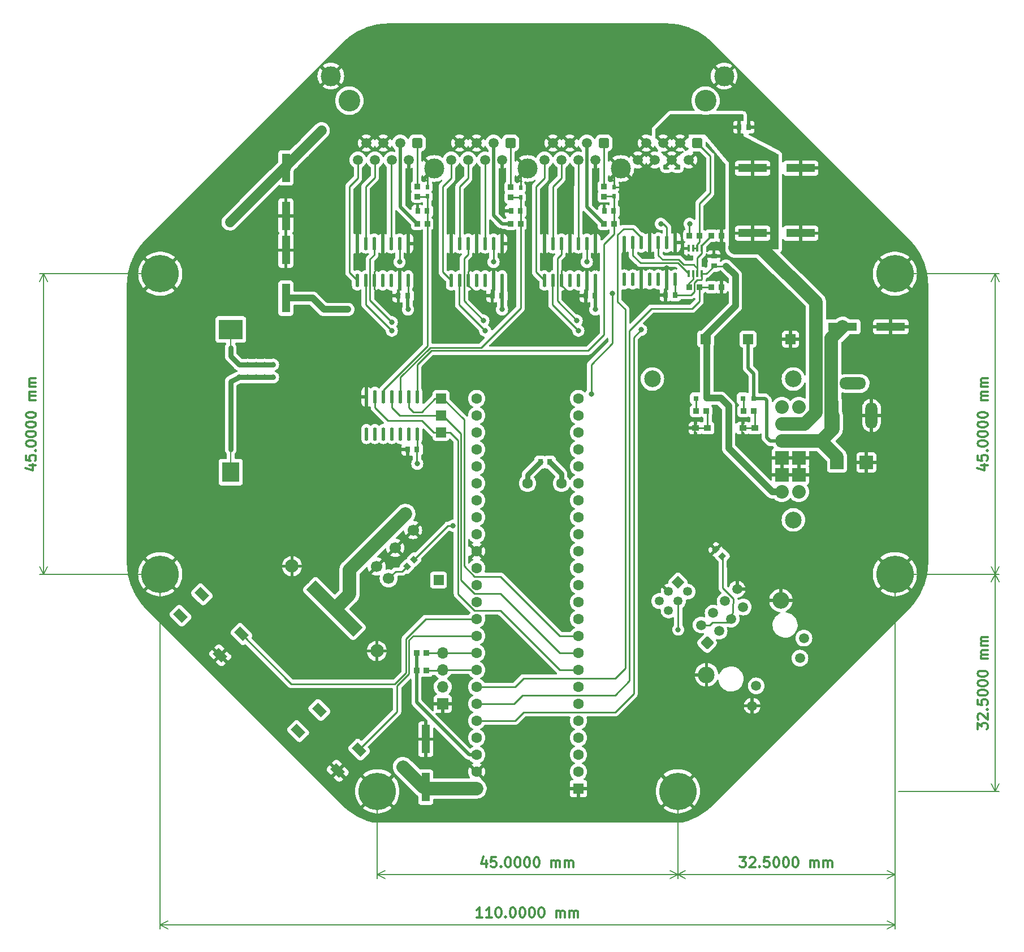
<source format=gbr>
%TF.GenerationSoftware,KiCad,Pcbnew,7.0.5-0*%
%TF.CreationDate,2024-01-08T12:29:38+01:00*%
%TF.ProjectId,mollusc_motion_board,6d6f6c6c-7573-4635-9f6d-6f74696f6e5f,rev?*%
%TF.SameCoordinates,Original*%
%TF.FileFunction,Copper,L1,Top*%
%TF.FilePolarity,Positive*%
%FSLAX46Y46*%
G04 Gerber Fmt 4.6, Leading zero omitted, Abs format (unit mm)*
G04 Created by KiCad (PCBNEW 7.0.5-0) date 2024-01-08 12:29:38*
%MOMM*%
%LPD*%
G01*
G04 APERTURE LIST*
G04 Aperture macros list*
%AMRoundRect*
0 Rectangle with rounded corners*
0 $1 Rounding radius*
0 $2 $3 $4 $5 $6 $7 $8 $9 X,Y pos of 4 corners*
0 Add a 4 corners polygon primitive as box body*
4,1,4,$2,$3,$4,$5,$6,$7,$8,$9,$2,$3,0*
0 Add four circle primitives for the rounded corners*
1,1,$1+$1,$2,$3*
1,1,$1+$1,$4,$5*
1,1,$1+$1,$6,$7*
1,1,$1+$1,$8,$9*
0 Add four rect primitives between the rounded corners*
20,1,$1+$1,$2,$3,$4,$5,0*
20,1,$1+$1,$4,$5,$6,$7,0*
20,1,$1+$1,$6,$7,$8,$9,0*
20,1,$1+$1,$8,$9,$2,$3,0*%
%AMHorizOval*
0 Thick line with rounded ends*
0 $1 width*
0 $2 $3 position (X,Y) of the first rounded end (center of the circle)*
0 $4 $5 position (X,Y) of the second rounded end (center of the circle)*
0 Add line between two ends*
20,1,$1,$2,$3,$4,$5,0*
0 Add two circle primitives to create the rounded ends*
1,1,$1,$2,$3*
1,1,$1,$4,$5*%
%AMRotRect*
0 Rectangle, with rotation*
0 The origin of the aperture is its center*
0 $1 length*
0 $2 width*
0 $3 Rotation angle, in degrees counterclockwise*
0 Add horizontal line*
21,1,$1,$2,0,0,$3*%
%AMFreePoly0*
4,1,5,0.304674,-0.241351,-0.304928,-0.241351,-0.304928,0.241250,0.304674,0.241250,0.304674,-0.241351,0.304674,-0.241351,$1*%
%AMFreePoly1*
4,1,5,0.304674,-0.241199,-0.304928,-0.241199,-0.304928,0.241402,0.304674,0.241402,0.304674,-0.241199,0.304674,-0.241199,$1*%
G04 Aperture macros list end*
%ADD10C,0.300000*%
%TA.AperFunction,NonConductor*%
%ADD11C,0.300000*%
%TD*%
%TA.AperFunction,NonConductor*%
%ADD12C,0.200000*%
%TD*%
%TA.AperFunction,SMDPad,CuDef*%
%ADD13R,0.806477X0.864008*%
%TD*%
%TA.AperFunction,SMDPad,CuDef*%
%ADD14O,0.573990X2.037998*%
%TD*%
%TA.AperFunction,SMDPad,CuDef*%
%ADD15FreePoly0,90.000000*%
%TD*%
%TA.AperFunction,SMDPad,CuDef*%
%ADD16FreePoly1,90.000000*%
%TD*%
%TA.AperFunction,ComponentPad*%
%ADD17R,1.500000X1.500000*%
%TD*%
%TA.AperFunction,SMDPad,CuDef*%
%ADD18R,4.300000X1.259995*%
%TD*%
%TA.AperFunction,SMDPad,CuDef*%
%ADD19R,0.800000X0.800000*%
%TD*%
%TA.AperFunction,SMDPad,CuDef*%
%ADD20R,0.864008X0.806477*%
%TD*%
%TA.AperFunction,SMDPad,CuDef*%
%ADD21R,3.600000X3.000000*%
%TD*%
%TA.AperFunction,SMDPad,CuDef*%
%ADD22R,2.600000X3.000000*%
%TD*%
%TA.AperFunction,ComponentPad*%
%ADD23C,5.600000*%
%TD*%
%TA.AperFunction,ComponentPad*%
%ADD24RotRect,2.000000X2.000000X135.000000*%
%TD*%
%TA.AperFunction,ComponentPad*%
%ADD25C,2.000000*%
%TD*%
%TA.AperFunction,SMDPad,CuDef*%
%ADD26R,1.016000X0.889000*%
%TD*%
%TA.AperFunction,ComponentPad*%
%ADD27RotRect,1.700000X1.700000X45.000000*%
%TD*%
%TA.AperFunction,ComponentPad*%
%ADD28HorizOval,1.700000X0.000000X0.000000X0.000000X0.000000X0*%
%TD*%
%TA.AperFunction,SMDPad,CuDef*%
%ADD29R,0.800000X0.900000*%
%TD*%
%TA.AperFunction,ComponentPad*%
%ADD30R,1.700000X1.700000*%
%TD*%
%TA.AperFunction,ComponentPad*%
%ADD31O,1.700000X1.700000*%
%TD*%
%TA.AperFunction,WasherPad*%
%ADD32C,2.500000*%
%TD*%
%TA.AperFunction,ComponentPad*%
%ADD33C,2.040000*%
%TD*%
%TA.AperFunction,ComponentPad*%
%ADD34R,2.040000X2.040000*%
%TD*%
%TA.AperFunction,ComponentPad*%
%ADD35R,1.600000X1.600000*%
%TD*%
%TA.AperFunction,ComponentPad*%
%ADD36C,1.600000*%
%TD*%
%TA.AperFunction,SMDPad,CuDef*%
%ADD37R,1.259995X4.300000*%
%TD*%
%TA.AperFunction,ComponentPad*%
%ADD38RotRect,1.350000X1.350000X315.000000*%
%TD*%
%TA.AperFunction,ComponentPad*%
%ADD39HorizOval,1.350000X0.000000X0.000000X0.000000X0.000000X0*%
%TD*%
%TA.AperFunction,ComponentPad*%
%ADD40R,1.800000X4.400000*%
%TD*%
%TA.AperFunction,ComponentPad*%
%ADD41O,1.800000X4.000000*%
%TD*%
%TA.AperFunction,ComponentPad*%
%ADD42O,4.000000X1.800000*%
%TD*%
%TA.AperFunction,SMDPad,CuDef*%
%ADD43R,2.000000X2.000000*%
%TD*%
%TA.AperFunction,SMDPad,CuDef*%
%ADD44RotRect,0.806477X0.864008X45.000000*%
%TD*%
%TA.AperFunction,SMDPad,CuDef*%
%ADD45R,0.900000X0.800000*%
%TD*%
%TA.AperFunction,SMDPad,CuDef*%
%ADD46RotRect,0.800000X0.900000X135.000000*%
%TD*%
%TA.AperFunction,SMDPad,CuDef*%
%ADD47RotRect,1.900000X1.300000X135.000000*%
%TD*%
%TA.AperFunction,WasherPad*%
%ADD48C,3.250000*%
%TD*%
%TA.AperFunction,ComponentPad*%
%ADD49RoundRect,0.250500X0.499500X0.499500X-0.499500X0.499500X-0.499500X-0.499500X0.499500X-0.499500X0*%
%TD*%
%TA.AperFunction,ComponentPad*%
%ADD50C,1.500000*%
%TD*%
%TA.AperFunction,ComponentPad*%
%ADD51C,3.000000*%
%TD*%
%TA.AperFunction,ComponentPad*%
%ADD52RoundRect,0.250500X0.000000X-0.706400X0.706400X0.000000X0.000000X0.706400X-0.706400X0.000000X0*%
%TD*%
%TA.AperFunction,ComponentPad*%
%ADD53C,2.500000*%
%TD*%
%TA.AperFunction,ComponentPad*%
%ADD54RotRect,2.000000X2.000000X315.000000*%
%TD*%
%TA.AperFunction,SMDPad,CuDef*%
%ADD55R,0.400000X1.100000*%
%TD*%
%TA.AperFunction,ViaPad*%
%ADD56C,0.800000*%
%TD*%
%TA.AperFunction,Conductor*%
%ADD57C,0.250000*%
%TD*%
%TA.AperFunction,Conductor*%
%ADD58C,2.000000*%
%TD*%
%TA.AperFunction,Conductor*%
%ADD59C,0.500000*%
%TD*%
%TA.AperFunction,Conductor*%
%ADD60C,1.000000*%
%TD*%
%TA.AperFunction,Conductor*%
%ADD61C,1.500000*%
%TD*%
%TA.AperFunction,Conductor*%
%ADD62C,0.750000*%
%TD*%
%TA.AperFunction,Conductor*%
%ADD63C,0.200000*%
%TD*%
G04 APERTURE END LIST*
D10*
D11*
X12878328Y-28714284D02*
X13878328Y-28714284D01*
X12306900Y-29071426D02*
X13378328Y-29428569D01*
X13378328Y-29428569D02*
X13378328Y-28499998D01*
X12378328Y-27214284D02*
X12378328Y-27928570D01*
X12378328Y-27928570D02*
X13092614Y-27999998D01*
X13092614Y-27999998D02*
X13021185Y-27928570D01*
X13021185Y-27928570D02*
X12949757Y-27785713D01*
X12949757Y-27785713D02*
X12949757Y-27428570D01*
X12949757Y-27428570D02*
X13021185Y-27285713D01*
X13021185Y-27285713D02*
X13092614Y-27214284D01*
X13092614Y-27214284D02*
X13235471Y-27142855D01*
X13235471Y-27142855D02*
X13592614Y-27142855D01*
X13592614Y-27142855D02*
X13735471Y-27214284D01*
X13735471Y-27214284D02*
X13806900Y-27285713D01*
X13806900Y-27285713D02*
X13878328Y-27428570D01*
X13878328Y-27428570D02*
X13878328Y-27785713D01*
X13878328Y-27785713D02*
X13806900Y-27928570D01*
X13806900Y-27928570D02*
X13735471Y-27999998D01*
X13735471Y-26499999D02*
X13806900Y-26428570D01*
X13806900Y-26428570D02*
X13878328Y-26499999D01*
X13878328Y-26499999D02*
X13806900Y-26571427D01*
X13806900Y-26571427D02*
X13735471Y-26499999D01*
X13735471Y-26499999D02*
X13878328Y-26499999D01*
X12378328Y-25499998D02*
X12378328Y-25357141D01*
X12378328Y-25357141D02*
X12449757Y-25214284D01*
X12449757Y-25214284D02*
X12521185Y-25142856D01*
X12521185Y-25142856D02*
X12664042Y-25071427D01*
X12664042Y-25071427D02*
X12949757Y-24999998D01*
X12949757Y-24999998D02*
X13306900Y-24999998D01*
X13306900Y-24999998D02*
X13592614Y-25071427D01*
X13592614Y-25071427D02*
X13735471Y-25142856D01*
X13735471Y-25142856D02*
X13806900Y-25214284D01*
X13806900Y-25214284D02*
X13878328Y-25357141D01*
X13878328Y-25357141D02*
X13878328Y-25499998D01*
X13878328Y-25499998D02*
X13806900Y-25642856D01*
X13806900Y-25642856D02*
X13735471Y-25714284D01*
X13735471Y-25714284D02*
X13592614Y-25785713D01*
X13592614Y-25785713D02*
X13306900Y-25857141D01*
X13306900Y-25857141D02*
X12949757Y-25857141D01*
X12949757Y-25857141D02*
X12664042Y-25785713D01*
X12664042Y-25785713D02*
X12521185Y-25714284D01*
X12521185Y-25714284D02*
X12449757Y-25642856D01*
X12449757Y-25642856D02*
X12378328Y-25499998D01*
X12378328Y-24071427D02*
X12378328Y-23928570D01*
X12378328Y-23928570D02*
X12449757Y-23785713D01*
X12449757Y-23785713D02*
X12521185Y-23714285D01*
X12521185Y-23714285D02*
X12664042Y-23642856D01*
X12664042Y-23642856D02*
X12949757Y-23571427D01*
X12949757Y-23571427D02*
X13306900Y-23571427D01*
X13306900Y-23571427D02*
X13592614Y-23642856D01*
X13592614Y-23642856D02*
X13735471Y-23714285D01*
X13735471Y-23714285D02*
X13806900Y-23785713D01*
X13806900Y-23785713D02*
X13878328Y-23928570D01*
X13878328Y-23928570D02*
X13878328Y-24071427D01*
X13878328Y-24071427D02*
X13806900Y-24214285D01*
X13806900Y-24214285D02*
X13735471Y-24285713D01*
X13735471Y-24285713D02*
X13592614Y-24357142D01*
X13592614Y-24357142D02*
X13306900Y-24428570D01*
X13306900Y-24428570D02*
X12949757Y-24428570D01*
X12949757Y-24428570D02*
X12664042Y-24357142D01*
X12664042Y-24357142D02*
X12521185Y-24285713D01*
X12521185Y-24285713D02*
X12449757Y-24214285D01*
X12449757Y-24214285D02*
X12378328Y-24071427D01*
X12378328Y-22642856D02*
X12378328Y-22499999D01*
X12378328Y-22499999D02*
X12449757Y-22357142D01*
X12449757Y-22357142D02*
X12521185Y-22285714D01*
X12521185Y-22285714D02*
X12664042Y-22214285D01*
X12664042Y-22214285D02*
X12949757Y-22142856D01*
X12949757Y-22142856D02*
X13306900Y-22142856D01*
X13306900Y-22142856D02*
X13592614Y-22214285D01*
X13592614Y-22214285D02*
X13735471Y-22285714D01*
X13735471Y-22285714D02*
X13806900Y-22357142D01*
X13806900Y-22357142D02*
X13878328Y-22499999D01*
X13878328Y-22499999D02*
X13878328Y-22642856D01*
X13878328Y-22642856D02*
X13806900Y-22785714D01*
X13806900Y-22785714D02*
X13735471Y-22857142D01*
X13735471Y-22857142D02*
X13592614Y-22928571D01*
X13592614Y-22928571D02*
X13306900Y-22999999D01*
X13306900Y-22999999D02*
X12949757Y-22999999D01*
X12949757Y-22999999D02*
X12664042Y-22928571D01*
X12664042Y-22928571D02*
X12521185Y-22857142D01*
X12521185Y-22857142D02*
X12449757Y-22785714D01*
X12449757Y-22785714D02*
X12378328Y-22642856D01*
X12378328Y-21214285D02*
X12378328Y-21071428D01*
X12378328Y-21071428D02*
X12449757Y-20928571D01*
X12449757Y-20928571D02*
X12521185Y-20857143D01*
X12521185Y-20857143D02*
X12664042Y-20785714D01*
X12664042Y-20785714D02*
X12949757Y-20714285D01*
X12949757Y-20714285D02*
X13306900Y-20714285D01*
X13306900Y-20714285D02*
X13592614Y-20785714D01*
X13592614Y-20785714D02*
X13735471Y-20857143D01*
X13735471Y-20857143D02*
X13806900Y-20928571D01*
X13806900Y-20928571D02*
X13878328Y-21071428D01*
X13878328Y-21071428D02*
X13878328Y-21214285D01*
X13878328Y-21214285D02*
X13806900Y-21357143D01*
X13806900Y-21357143D02*
X13735471Y-21428571D01*
X13735471Y-21428571D02*
X13592614Y-21500000D01*
X13592614Y-21500000D02*
X13306900Y-21571428D01*
X13306900Y-21571428D02*
X12949757Y-21571428D01*
X12949757Y-21571428D02*
X12664042Y-21500000D01*
X12664042Y-21500000D02*
X12521185Y-21428571D01*
X12521185Y-21428571D02*
X12449757Y-21357143D01*
X12449757Y-21357143D02*
X12378328Y-21214285D01*
X13878328Y-18928572D02*
X12878328Y-18928572D01*
X13021185Y-18928572D02*
X12949757Y-18857143D01*
X12949757Y-18857143D02*
X12878328Y-18714286D01*
X12878328Y-18714286D02*
X12878328Y-18500000D01*
X12878328Y-18500000D02*
X12949757Y-18357143D01*
X12949757Y-18357143D02*
X13092614Y-18285715D01*
X13092614Y-18285715D02*
X13878328Y-18285715D01*
X13092614Y-18285715D02*
X12949757Y-18214286D01*
X12949757Y-18214286D02*
X12878328Y-18071429D01*
X12878328Y-18071429D02*
X12878328Y-17857143D01*
X12878328Y-17857143D02*
X12949757Y-17714286D01*
X12949757Y-17714286D02*
X13092614Y-17642857D01*
X13092614Y-17642857D02*
X13878328Y-17642857D01*
X13878328Y-16928572D02*
X12878328Y-16928572D01*
X13021185Y-16928572D02*
X12949757Y-16857143D01*
X12949757Y-16857143D02*
X12878328Y-16714286D01*
X12878328Y-16714286D02*
X12878328Y-16500000D01*
X12878328Y-16500000D02*
X12949757Y-16357143D01*
X12949757Y-16357143D02*
X13092614Y-16285715D01*
X13092614Y-16285715D02*
X13878328Y-16285715D01*
X13092614Y-16285715D02*
X12949757Y-16214286D01*
X12949757Y-16214286D02*
X12878328Y-16071429D01*
X12878328Y-16071429D02*
X12878328Y-15857143D01*
X12878328Y-15857143D02*
X12949757Y-15714286D01*
X12949757Y-15714286D02*
X13092614Y-15642857D01*
X13092614Y-15642857D02*
X13878328Y-15642857D01*
D12*
X500000Y0D02*
X15586420Y0D01*
X500000Y-45000000D02*
X15586420Y-45000000D01*
X15000000Y0D02*
X15000000Y-45000000D01*
X15000000Y0D02*
X15000000Y-45000000D01*
X15000000Y0D02*
X15586421Y-1126504D01*
X15000000Y0D02*
X14413579Y-1126504D01*
X15000000Y-45000000D02*
X14413579Y-43873496D01*
X15000000Y-45000000D02*
X15586421Y-43873496D01*
D10*
D11*
X-23249999Y-87378328D02*
X-22321427Y-87378328D01*
X-22321427Y-87378328D02*
X-22821427Y-87949757D01*
X-22821427Y-87949757D02*
X-22607142Y-87949757D01*
X-22607142Y-87949757D02*
X-22464284Y-88021185D01*
X-22464284Y-88021185D02*
X-22392856Y-88092614D01*
X-22392856Y-88092614D02*
X-22321427Y-88235471D01*
X-22321427Y-88235471D02*
X-22321427Y-88592614D01*
X-22321427Y-88592614D02*
X-22392856Y-88735471D01*
X-22392856Y-88735471D02*
X-22464284Y-88806900D01*
X-22464284Y-88806900D02*
X-22607142Y-88878328D01*
X-22607142Y-88878328D02*
X-23035713Y-88878328D01*
X-23035713Y-88878328D02*
X-23178570Y-88806900D01*
X-23178570Y-88806900D02*
X-23249999Y-88735471D01*
X-21749999Y-87521185D02*
X-21678571Y-87449757D01*
X-21678571Y-87449757D02*
X-21535713Y-87378328D01*
X-21535713Y-87378328D02*
X-21178571Y-87378328D01*
X-21178571Y-87378328D02*
X-21035713Y-87449757D01*
X-21035713Y-87449757D02*
X-20964285Y-87521185D01*
X-20964285Y-87521185D02*
X-20892856Y-87664042D01*
X-20892856Y-87664042D02*
X-20892856Y-87806900D01*
X-20892856Y-87806900D02*
X-20964285Y-88021185D01*
X-20964285Y-88021185D02*
X-21821428Y-88878328D01*
X-21821428Y-88878328D02*
X-20892856Y-88878328D01*
X-20250000Y-88735471D02*
X-20178571Y-88806900D01*
X-20178571Y-88806900D02*
X-20250000Y-88878328D01*
X-20250000Y-88878328D02*
X-20321428Y-88806900D01*
X-20321428Y-88806900D02*
X-20250000Y-88735471D01*
X-20250000Y-88735471D02*
X-20250000Y-88878328D01*
X-18821428Y-87378328D02*
X-19535714Y-87378328D01*
X-19535714Y-87378328D02*
X-19607142Y-88092614D01*
X-19607142Y-88092614D02*
X-19535714Y-88021185D01*
X-19535714Y-88021185D02*
X-19392856Y-87949757D01*
X-19392856Y-87949757D02*
X-19035714Y-87949757D01*
X-19035714Y-87949757D02*
X-18892856Y-88021185D01*
X-18892856Y-88021185D02*
X-18821428Y-88092614D01*
X-18821428Y-88092614D02*
X-18749999Y-88235471D01*
X-18749999Y-88235471D02*
X-18749999Y-88592614D01*
X-18749999Y-88592614D02*
X-18821428Y-88735471D01*
X-18821428Y-88735471D02*
X-18892856Y-88806900D01*
X-18892856Y-88806900D02*
X-19035714Y-88878328D01*
X-19035714Y-88878328D02*
X-19392856Y-88878328D01*
X-19392856Y-88878328D02*
X-19535714Y-88806900D01*
X-19535714Y-88806900D02*
X-19607142Y-88735471D01*
X-17821428Y-87378328D02*
X-17678571Y-87378328D01*
X-17678571Y-87378328D02*
X-17535714Y-87449757D01*
X-17535714Y-87449757D02*
X-17464285Y-87521185D01*
X-17464285Y-87521185D02*
X-17392857Y-87664042D01*
X-17392857Y-87664042D02*
X-17321428Y-87949757D01*
X-17321428Y-87949757D02*
X-17321428Y-88306900D01*
X-17321428Y-88306900D02*
X-17392857Y-88592614D01*
X-17392857Y-88592614D02*
X-17464285Y-88735471D01*
X-17464285Y-88735471D02*
X-17535714Y-88806900D01*
X-17535714Y-88806900D02*
X-17678571Y-88878328D01*
X-17678571Y-88878328D02*
X-17821428Y-88878328D01*
X-17821428Y-88878328D02*
X-17964285Y-88806900D01*
X-17964285Y-88806900D02*
X-18035714Y-88735471D01*
X-18035714Y-88735471D02*
X-18107143Y-88592614D01*
X-18107143Y-88592614D02*
X-18178571Y-88306900D01*
X-18178571Y-88306900D02*
X-18178571Y-87949757D01*
X-18178571Y-87949757D02*
X-18107143Y-87664042D01*
X-18107143Y-87664042D02*
X-18035714Y-87521185D01*
X-18035714Y-87521185D02*
X-17964285Y-87449757D01*
X-17964285Y-87449757D02*
X-17821428Y-87378328D01*
X-16392857Y-87378328D02*
X-16250000Y-87378328D01*
X-16250000Y-87378328D02*
X-16107143Y-87449757D01*
X-16107143Y-87449757D02*
X-16035714Y-87521185D01*
X-16035714Y-87521185D02*
X-15964286Y-87664042D01*
X-15964286Y-87664042D02*
X-15892857Y-87949757D01*
X-15892857Y-87949757D02*
X-15892857Y-88306900D01*
X-15892857Y-88306900D02*
X-15964286Y-88592614D01*
X-15964286Y-88592614D02*
X-16035714Y-88735471D01*
X-16035714Y-88735471D02*
X-16107143Y-88806900D01*
X-16107143Y-88806900D02*
X-16250000Y-88878328D01*
X-16250000Y-88878328D02*
X-16392857Y-88878328D01*
X-16392857Y-88878328D02*
X-16535714Y-88806900D01*
X-16535714Y-88806900D02*
X-16607143Y-88735471D01*
X-16607143Y-88735471D02*
X-16678572Y-88592614D01*
X-16678572Y-88592614D02*
X-16750000Y-88306900D01*
X-16750000Y-88306900D02*
X-16750000Y-87949757D01*
X-16750000Y-87949757D02*
X-16678572Y-87664042D01*
X-16678572Y-87664042D02*
X-16607143Y-87521185D01*
X-16607143Y-87521185D02*
X-16535714Y-87449757D01*
X-16535714Y-87449757D02*
X-16392857Y-87378328D01*
X-14964286Y-87378328D02*
X-14821429Y-87378328D01*
X-14821429Y-87378328D02*
X-14678572Y-87449757D01*
X-14678572Y-87449757D02*
X-14607143Y-87521185D01*
X-14607143Y-87521185D02*
X-14535715Y-87664042D01*
X-14535715Y-87664042D02*
X-14464286Y-87949757D01*
X-14464286Y-87949757D02*
X-14464286Y-88306900D01*
X-14464286Y-88306900D02*
X-14535715Y-88592614D01*
X-14535715Y-88592614D02*
X-14607143Y-88735471D01*
X-14607143Y-88735471D02*
X-14678572Y-88806900D01*
X-14678572Y-88806900D02*
X-14821429Y-88878328D01*
X-14821429Y-88878328D02*
X-14964286Y-88878328D01*
X-14964286Y-88878328D02*
X-15107143Y-88806900D01*
X-15107143Y-88806900D02*
X-15178572Y-88735471D01*
X-15178572Y-88735471D02*
X-15250001Y-88592614D01*
X-15250001Y-88592614D02*
X-15321429Y-88306900D01*
X-15321429Y-88306900D02*
X-15321429Y-87949757D01*
X-15321429Y-87949757D02*
X-15250001Y-87664042D01*
X-15250001Y-87664042D02*
X-15178572Y-87521185D01*
X-15178572Y-87521185D02*
X-15107143Y-87449757D01*
X-15107143Y-87449757D02*
X-14964286Y-87378328D01*
X-12678573Y-88878328D02*
X-12678573Y-87878328D01*
X-12678573Y-88021185D02*
X-12607144Y-87949757D01*
X-12607144Y-87949757D02*
X-12464287Y-87878328D01*
X-12464287Y-87878328D02*
X-12250001Y-87878328D01*
X-12250001Y-87878328D02*
X-12107144Y-87949757D01*
X-12107144Y-87949757D02*
X-12035715Y-88092614D01*
X-12035715Y-88092614D02*
X-12035715Y-88878328D01*
X-12035715Y-88092614D02*
X-11964287Y-87949757D01*
X-11964287Y-87949757D02*
X-11821430Y-87878328D01*
X-11821430Y-87878328D02*
X-11607144Y-87878328D01*
X-11607144Y-87878328D02*
X-11464287Y-87949757D01*
X-11464287Y-87949757D02*
X-11392858Y-88092614D01*
X-11392858Y-88092614D02*
X-11392858Y-88878328D01*
X-10678573Y-88878328D02*
X-10678573Y-87878328D01*
X-10678573Y-88021185D02*
X-10607144Y-87949757D01*
X-10607144Y-87949757D02*
X-10464287Y-87878328D01*
X-10464287Y-87878328D02*
X-10250001Y-87878328D01*
X-10250001Y-87878328D02*
X-10107144Y-87949757D01*
X-10107144Y-87949757D02*
X-10035715Y-88092614D01*
X-10035715Y-88092614D02*
X-10035715Y-88878328D01*
X-10035715Y-88092614D02*
X-9964287Y-87949757D01*
X-9964287Y-87949757D02*
X-9821430Y-87878328D01*
X-9821430Y-87878328D02*
X-9607144Y-87878328D01*
X-9607144Y-87878328D02*
X-9464287Y-87949757D01*
X-9464287Y-87949757D02*
X-9392858Y-88092614D01*
X-9392858Y-88092614D02*
X-9392858Y-88878328D01*
D12*
X-32500000Y-78000000D02*
X-32500000Y-90586420D01*
X0Y-78000000D02*
X0Y-90586420D01*
X-32500000Y-90000000D02*
X0Y-90000000D01*
X-32500000Y-90000000D02*
X0Y-90000000D01*
X-32500000Y-90000000D02*
X-31373496Y-89413579D01*
X-32500000Y-90000000D02*
X-31373496Y-90586421D01*
X0Y-90000000D02*
X-1126504Y-90586421D01*
X0Y-90000000D02*
X-1126504Y-89413579D01*
D10*
D11*
X-61214284Y-87878327D02*
X-61214284Y-88878327D01*
X-61571427Y-87306899D02*
X-61928570Y-88378327D01*
X-61928570Y-88378327D02*
X-60999999Y-88378327D01*
X-59714285Y-87378327D02*
X-60428571Y-87378327D01*
X-60428571Y-87378327D02*
X-60499999Y-88092613D01*
X-60499999Y-88092613D02*
X-60428571Y-88021184D01*
X-60428571Y-88021184D02*
X-60285713Y-87949756D01*
X-60285713Y-87949756D02*
X-59928571Y-87949756D01*
X-59928571Y-87949756D02*
X-59785713Y-88021184D01*
X-59785713Y-88021184D02*
X-59714285Y-88092613D01*
X-59714285Y-88092613D02*
X-59642856Y-88235470D01*
X-59642856Y-88235470D02*
X-59642856Y-88592613D01*
X-59642856Y-88592613D02*
X-59714285Y-88735470D01*
X-59714285Y-88735470D02*
X-59785713Y-88806899D01*
X-59785713Y-88806899D02*
X-59928571Y-88878327D01*
X-59928571Y-88878327D02*
X-60285713Y-88878327D01*
X-60285713Y-88878327D02*
X-60428571Y-88806899D01*
X-60428571Y-88806899D02*
X-60499999Y-88735470D01*
X-59000000Y-88735470D02*
X-58928571Y-88806899D01*
X-58928571Y-88806899D02*
X-59000000Y-88878327D01*
X-59000000Y-88878327D02*
X-59071428Y-88806899D01*
X-59071428Y-88806899D02*
X-59000000Y-88735470D01*
X-59000000Y-88735470D02*
X-59000000Y-88878327D01*
X-57999999Y-87378327D02*
X-57857142Y-87378327D01*
X-57857142Y-87378327D02*
X-57714285Y-87449756D01*
X-57714285Y-87449756D02*
X-57642856Y-87521184D01*
X-57642856Y-87521184D02*
X-57571428Y-87664041D01*
X-57571428Y-87664041D02*
X-57499999Y-87949756D01*
X-57499999Y-87949756D02*
X-57499999Y-88306899D01*
X-57499999Y-88306899D02*
X-57571428Y-88592613D01*
X-57571428Y-88592613D02*
X-57642856Y-88735470D01*
X-57642856Y-88735470D02*
X-57714285Y-88806899D01*
X-57714285Y-88806899D02*
X-57857142Y-88878327D01*
X-57857142Y-88878327D02*
X-57999999Y-88878327D01*
X-57999999Y-88878327D02*
X-58142856Y-88806899D01*
X-58142856Y-88806899D02*
X-58214285Y-88735470D01*
X-58214285Y-88735470D02*
X-58285714Y-88592613D01*
X-58285714Y-88592613D02*
X-58357142Y-88306899D01*
X-58357142Y-88306899D02*
X-58357142Y-87949756D01*
X-58357142Y-87949756D02*
X-58285714Y-87664041D01*
X-58285714Y-87664041D02*
X-58214285Y-87521184D01*
X-58214285Y-87521184D02*
X-58142856Y-87449756D01*
X-58142856Y-87449756D02*
X-57999999Y-87378327D01*
X-56571428Y-87378327D02*
X-56428571Y-87378327D01*
X-56428571Y-87378327D02*
X-56285714Y-87449756D01*
X-56285714Y-87449756D02*
X-56214285Y-87521184D01*
X-56214285Y-87521184D02*
X-56142857Y-87664041D01*
X-56142857Y-87664041D02*
X-56071428Y-87949756D01*
X-56071428Y-87949756D02*
X-56071428Y-88306899D01*
X-56071428Y-88306899D02*
X-56142857Y-88592613D01*
X-56142857Y-88592613D02*
X-56214285Y-88735470D01*
X-56214285Y-88735470D02*
X-56285714Y-88806899D01*
X-56285714Y-88806899D02*
X-56428571Y-88878327D01*
X-56428571Y-88878327D02*
X-56571428Y-88878327D01*
X-56571428Y-88878327D02*
X-56714285Y-88806899D01*
X-56714285Y-88806899D02*
X-56785714Y-88735470D01*
X-56785714Y-88735470D02*
X-56857143Y-88592613D01*
X-56857143Y-88592613D02*
X-56928571Y-88306899D01*
X-56928571Y-88306899D02*
X-56928571Y-87949756D01*
X-56928571Y-87949756D02*
X-56857143Y-87664041D01*
X-56857143Y-87664041D02*
X-56785714Y-87521184D01*
X-56785714Y-87521184D02*
X-56714285Y-87449756D01*
X-56714285Y-87449756D02*
X-56571428Y-87378327D01*
X-55142857Y-87378327D02*
X-55000000Y-87378327D01*
X-55000000Y-87378327D02*
X-54857143Y-87449756D01*
X-54857143Y-87449756D02*
X-54785714Y-87521184D01*
X-54785714Y-87521184D02*
X-54714286Y-87664041D01*
X-54714286Y-87664041D02*
X-54642857Y-87949756D01*
X-54642857Y-87949756D02*
X-54642857Y-88306899D01*
X-54642857Y-88306899D02*
X-54714286Y-88592613D01*
X-54714286Y-88592613D02*
X-54785714Y-88735470D01*
X-54785714Y-88735470D02*
X-54857143Y-88806899D01*
X-54857143Y-88806899D02*
X-55000000Y-88878327D01*
X-55000000Y-88878327D02*
X-55142857Y-88878327D01*
X-55142857Y-88878327D02*
X-55285714Y-88806899D01*
X-55285714Y-88806899D02*
X-55357143Y-88735470D01*
X-55357143Y-88735470D02*
X-55428572Y-88592613D01*
X-55428572Y-88592613D02*
X-55500000Y-88306899D01*
X-55500000Y-88306899D02*
X-55500000Y-87949756D01*
X-55500000Y-87949756D02*
X-55428572Y-87664041D01*
X-55428572Y-87664041D02*
X-55357143Y-87521184D01*
X-55357143Y-87521184D02*
X-55285714Y-87449756D01*
X-55285714Y-87449756D02*
X-55142857Y-87378327D01*
X-53714286Y-87378327D02*
X-53571429Y-87378327D01*
X-53571429Y-87378327D02*
X-53428572Y-87449756D01*
X-53428572Y-87449756D02*
X-53357143Y-87521184D01*
X-53357143Y-87521184D02*
X-53285715Y-87664041D01*
X-53285715Y-87664041D02*
X-53214286Y-87949756D01*
X-53214286Y-87949756D02*
X-53214286Y-88306899D01*
X-53214286Y-88306899D02*
X-53285715Y-88592613D01*
X-53285715Y-88592613D02*
X-53357143Y-88735470D01*
X-53357143Y-88735470D02*
X-53428572Y-88806899D01*
X-53428572Y-88806899D02*
X-53571429Y-88878327D01*
X-53571429Y-88878327D02*
X-53714286Y-88878327D01*
X-53714286Y-88878327D02*
X-53857143Y-88806899D01*
X-53857143Y-88806899D02*
X-53928572Y-88735470D01*
X-53928572Y-88735470D02*
X-54000001Y-88592613D01*
X-54000001Y-88592613D02*
X-54071429Y-88306899D01*
X-54071429Y-88306899D02*
X-54071429Y-87949756D01*
X-54071429Y-87949756D02*
X-54000001Y-87664041D01*
X-54000001Y-87664041D02*
X-53928572Y-87521184D01*
X-53928572Y-87521184D02*
X-53857143Y-87449756D01*
X-53857143Y-87449756D02*
X-53714286Y-87378327D01*
X-51428573Y-88878327D02*
X-51428573Y-87878327D01*
X-51428573Y-88021184D02*
X-51357144Y-87949756D01*
X-51357144Y-87949756D02*
X-51214287Y-87878327D01*
X-51214287Y-87878327D02*
X-51000001Y-87878327D01*
X-51000001Y-87878327D02*
X-50857144Y-87949756D01*
X-50857144Y-87949756D02*
X-50785715Y-88092613D01*
X-50785715Y-88092613D02*
X-50785715Y-88878327D01*
X-50785715Y-88092613D02*
X-50714287Y-87949756D01*
X-50714287Y-87949756D02*
X-50571430Y-87878327D01*
X-50571430Y-87878327D02*
X-50357144Y-87878327D01*
X-50357144Y-87878327D02*
X-50214287Y-87949756D01*
X-50214287Y-87949756D02*
X-50142858Y-88092613D01*
X-50142858Y-88092613D02*
X-50142858Y-88878327D01*
X-49428573Y-88878327D02*
X-49428573Y-87878327D01*
X-49428573Y-88021184D02*
X-49357144Y-87949756D01*
X-49357144Y-87949756D02*
X-49214287Y-87878327D01*
X-49214287Y-87878327D02*
X-49000001Y-87878327D01*
X-49000001Y-87878327D02*
X-48857144Y-87949756D01*
X-48857144Y-87949756D02*
X-48785715Y-88092613D01*
X-48785715Y-88092613D02*
X-48785715Y-88878327D01*
X-48785715Y-88092613D02*
X-48714287Y-87949756D01*
X-48714287Y-87949756D02*
X-48571430Y-87878327D01*
X-48571430Y-87878327D02*
X-48357144Y-87878327D01*
X-48357144Y-87878327D02*
X-48214287Y-87949756D01*
X-48214287Y-87949756D02*
X-48142858Y-88092613D01*
X-48142858Y-88092613D02*
X-48142858Y-88878327D01*
D12*
X-77500000Y-78000000D02*
X-77500000Y-90586419D01*
X-32500000Y-78000000D02*
X-32500000Y-90586419D01*
X-77500000Y-89999999D02*
X-32500000Y-89999999D01*
X-77500000Y-89999999D02*
X-32500000Y-89999999D01*
X-77500000Y-89999999D02*
X-76373496Y-89413578D01*
X-77500000Y-89999999D02*
X-76373496Y-90586420D01*
X-32500000Y-89999999D02*
X-33626504Y-90586420D01*
X-32500000Y-89999999D02*
X-33626504Y-89413578D01*
D10*
D11*
X12378328Y-68249998D02*
X12378328Y-67321426D01*
X12378328Y-67321426D02*
X12949757Y-67821426D01*
X12949757Y-67821426D02*
X12949757Y-67607141D01*
X12949757Y-67607141D02*
X13021185Y-67464284D01*
X13021185Y-67464284D02*
X13092614Y-67392855D01*
X13092614Y-67392855D02*
X13235471Y-67321426D01*
X13235471Y-67321426D02*
X13592614Y-67321426D01*
X13592614Y-67321426D02*
X13735471Y-67392855D01*
X13735471Y-67392855D02*
X13806900Y-67464284D01*
X13806900Y-67464284D02*
X13878328Y-67607141D01*
X13878328Y-67607141D02*
X13878328Y-68035712D01*
X13878328Y-68035712D02*
X13806900Y-68178569D01*
X13806900Y-68178569D02*
X13735471Y-68249998D01*
X12521185Y-66749998D02*
X12449757Y-66678570D01*
X12449757Y-66678570D02*
X12378328Y-66535713D01*
X12378328Y-66535713D02*
X12378328Y-66178570D01*
X12378328Y-66178570D02*
X12449757Y-66035713D01*
X12449757Y-66035713D02*
X12521185Y-65964284D01*
X12521185Y-65964284D02*
X12664042Y-65892855D01*
X12664042Y-65892855D02*
X12806900Y-65892855D01*
X12806900Y-65892855D02*
X13021185Y-65964284D01*
X13021185Y-65964284D02*
X13878328Y-66821427D01*
X13878328Y-66821427D02*
X13878328Y-65892855D01*
X13735471Y-65249999D02*
X13806900Y-65178570D01*
X13806900Y-65178570D02*
X13878328Y-65249999D01*
X13878328Y-65249999D02*
X13806900Y-65321427D01*
X13806900Y-65321427D02*
X13735471Y-65249999D01*
X13735471Y-65249999D02*
X13878328Y-65249999D01*
X12378328Y-63821427D02*
X12378328Y-64535713D01*
X12378328Y-64535713D02*
X13092614Y-64607141D01*
X13092614Y-64607141D02*
X13021185Y-64535713D01*
X13021185Y-64535713D02*
X12949757Y-64392856D01*
X12949757Y-64392856D02*
X12949757Y-64035713D01*
X12949757Y-64035713D02*
X13021185Y-63892856D01*
X13021185Y-63892856D02*
X13092614Y-63821427D01*
X13092614Y-63821427D02*
X13235471Y-63749998D01*
X13235471Y-63749998D02*
X13592614Y-63749998D01*
X13592614Y-63749998D02*
X13735471Y-63821427D01*
X13735471Y-63821427D02*
X13806900Y-63892856D01*
X13806900Y-63892856D02*
X13878328Y-64035713D01*
X13878328Y-64035713D02*
X13878328Y-64392856D01*
X13878328Y-64392856D02*
X13806900Y-64535713D01*
X13806900Y-64535713D02*
X13735471Y-64607141D01*
X12378328Y-62821427D02*
X12378328Y-62678570D01*
X12378328Y-62678570D02*
X12449757Y-62535713D01*
X12449757Y-62535713D02*
X12521185Y-62464285D01*
X12521185Y-62464285D02*
X12664042Y-62392856D01*
X12664042Y-62392856D02*
X12949757Y-62321427D01*
X12949757Y-62321427D02*
X13306900Y-62321427D01*
X13306900Y-62321427D02*
X13592614Y-62392856D01*
X13592614Y-62392856D02*
X13735471Y-62464285D01*
X13735471Y-62464285D02*
X13806900Y-62535713D01*
X13806900Y-62535713D02*
X13878328Y-62678570D01*
X13878328Y-62678570D02*
X13878328Y-62821427D01*
X13878328Y-62821427D02*
X13806900Y-62964285D01*
X13806900Y-62964285D02*
X13735471Y-63035713D01*
X13735471Y-63035713D02*
X13592614Y-63107142D01*
X13592614Y-63107142D02*
X13306900Y-63178570D01*
X13306900Y-63178570D02*
X12949757Y-63178570D01*
X12949757Y-63178570D02*
X12664042Y-63107142D01*
X12664042Y-63107142D02*
X12521185Y-63035713D01*
X12521185Y-63035713D02*
X12449757Y-62964285D01*
X12449757Y-62964285D02*
X12378328Y-62821427D01*
X12378328Y-61392856D02*
X12378328Y-61249999D01*
X12378328Y-61249999D02*
X12449757Y-61107142D01*
X12449757Y-61107142D02*
X12521185Y-61035714D01*
X12521185Y-61035714D02*
X12664042Y-60964285D01*
X12664042Y-60964285D02*
X12949757Y-60892856D01*
X12949757Y-60892856D02*
X13306900Y-60892856D01*
X13306900Y-60892856D02*
X13592614Y-60964285D01*
X13592614Y-60964285D02*
X13735471Y-61035714D01*
X13735471Y-61035714D02*
X13806900Y-61107142D01*
X13806900Y-61107142D02*
X13878328Y-61249999D01*
X13878328Y-61249999D02*
X13878328Y-61392856D01*
X13878328Y-61392856D02*
X13806900Y-61535714D01*
X13806900Y-61535714D02*
X13735471Y-61607142D01*
X13735471Y-61607142D02*
X13592614Y-61678571D01*
X13592614Y-61678571D02*
X13306900Y-61749999D01*
X13306900Y-61749999D02*
X12949757Y-61749999D01*
X12949757Y-61749999D02*
X12664042Y-61678571D01*
X12664042Y-61678571D02*
X12521185Y-61607142D01*
X12521185Y-61607142D02*
X12449757Y-61535714D01*
X12449757Y-61535714D02*
X12378328Y-61392856D01*
X12378328Y-59964285D02*
X12378328Y-59821428D01*
X12378328Y-59821428D02*
X12449757Y-59678571D01*
X12449757Y-59678571D02*
X12521185Y-59607143D01*
X12521185Y-59607143D02*
X12664042Y-59535714D01*
X12664042Y-59535714D02*
X12949757Y-59464285D01*
X12949757Y-59464285D02*
X13306900Y-59464285D01*
X13306900Y-59464285D02*
X13592614Y-59535714D01*
X13592614Y-59535714D02*
X13735471Y-59607143D01*
X13735471Y-59607143D02*
X13806900Y-59678571D01*
X13806900Y-59678571D02*
X13878328Y-59821428D01*
X13878328Y-59821428D02*
X13878328Y-59964285D01*
X13878328Y-59964285D02*
X13806900Y-60107143D01*
X13806900Y-60107143D02*
X13735471Y-60178571D01*
X13735471Y-60178571D02*
X13592614Y-60250000D01*
X13592614Y-60250000D02*
X13306900Y-60321428D01*
X13306900Y-60321428D02*
X12949757Y-60321428D01*
X12949757Y-60321428D02*
X12664042Y-60250000D01*
X12664042Y-60250000D02*
X12521185Y-60178571D01*
X12521185Y-60178571D02*
X12449757Y-60107143D01*
X12449757Y-60107143D02*
X12378328Y-59964285D01*
X13878328Y-57678572D02*
X12878328Y-57678572D01*
X13021185Y-57678572D02*
X12949757Y-57607143D01*
X12949757Y-57607143D02*
X12878328Y-57464286D01*
X12878328Y-57464286D02*
X12878328Y-57250000D01*
X12878328Y-57250000D02*
X12949757Y-57107143D01*
X12949757Y-57107143D02*
X13092614Y-57035715D01*
X13092614Y-57035715D02*
X13878328Y-57035715D01*
X13092614Y-57035715D02*
X12949757Y-56964286D01*
X12949757Y-56964286D02*
X12878328Y-56821429D01*
X12878328Y-56821429D02*
X12878328Y-56607143D01*
X12878328Y-56607143D02*
X12949757Y-56464286D01*
X12949757Y-56464286D02*
X13092614Y-56392857D01*
X13092614Y-56392857D02*
X13878328Y-56392857D01*
X13878328Y-55678572D02*
X12878328Y-55678572D01*
X13021185Y-55678572D02*
X12949757Y-55607143D01*
X12949757Y-55607143D02*
X12878328Y-55464286D01*
X12878328Y-55464286D02*
X12878328Y-55250000D01*
X12878328Y-55250000D02*
X12949757Y-55107143D01*
X12949757Y-55107143D02*
X13092614Y-55035715D01*
X13092614Y-55035715D02*
X13878328Y-55035715D01*
X13092614Y-55035715D02*
X12949757Y-54964286D01*
X12949757Y-54964286D02*
X12878328Y-54821429D01*
X12878328Y-54821429D02*
X12878328Y-54607143D01*
X12878328Y-54607143D02*
X12949757Y-54464286D01*
X12949757Y-54464286D02*
X13092614Y-54392857D01*
X13092614Y-54392857D02*
X13878328Y-54392857D01*
D12*
X500000Y-45000000D02*
X15586420Y-45000000D01*
X500000Y-77500000D02*
X15586420Y-77500000D01*
X15000000Y-45000000D02*
X15000000Y-77500000D01*
X15000000Y-45000000D02*
X15000000Y-77500000D01*
X15000000Y-45000000D02*
X15586421Y-46126504D01*
X15000000Y-45000000D02*
X14413579Y-46126504D01*
X15000000Y-77500000D02*
X14413579Y-76373496D01*
X15000000Y-77500000D02*
X15586421Y-76373496D01*
D10*
D11*
X-61785713Y-96378328D02*
X-62642856Y-96378328D01*
X-62214285Y-96378328D02*
X-62214285Y-94878328D01*
X-62214285Y-94878328D02*
X-62357142Y-95092614D01*
X-62357142Y-95092614D02*
X-62499999Y-95235471D01*
X-62499999Y-95235471D02*
X-62642856Y-95306900D01*
X-60357142Y-96378328D02*
X-61214285Y-96378328D01*
X-60785714Y-96378328D02*
X-60785714Y-94878328D01*
X-60785714Y-94878328D02*
X-60928571Y-95092614D01*
X-60928571Y-95092614D02*
X-61071428Y-95235471D01*
X-61071428Y-95235471D02*
X-61214285Y-95306900D01*
X-59428571Y-94878328D02*
X-59285714Y-94878328D01*
X-59285714Y-94878328D02*
X-59142857Y-94949757D01*
X-59142857Y-94949757D02*
X-59071428Y-95021185D01*
X-59071428Y-95021185D02*
X-59000000Y-95164042D01*
X-59000000Y-95164042D02*
X-58928571Y-95449757D01*
X-58928571Y-95449757D02*
X-58928571Y-95806900D01*
X-58928571Y-95806900D02*
X-59000000Y-96092614D01*
X-59000000Y-96092614D02*
X-59071428Y-96235471D01*
X-59071428Y-96235471D02*
X-59142857Y-96306900D01*
X-59142857Y-96306900D02*
X-59285714Y-96378328D01*
X-59285714Y-96378328D02*
X-59428571Y-96378328D01*
X-59428571Y-96378328D02*
X-59571428Y-96306900D01*
X-59571428Y-96306900D02*
X-59642857Y-96235471D01*
X-59642857Y-96235471D02*
X-59714286Y-96092614D01*
X-59714286Y-96092614D02*
X-59785714Y-95806900D01*
X-59785714Y-95806900D02*
X-59785714Y-95449757D01*
X-59785714Y-95449757D02*
X-59714286Y-95164042D01*
X-59714286Y-95164042D02*
X-59642857Y-95021185D01*
X-59642857Y-95021185D02*
X-59571428Y-94949757D01*
X-59571428Y-94949757D02*
X-59428571Y-94878328D01*
X-58285715Y-96235471D02*
X-58214286Y-96306900D01*
X-58214286Y-96306900D02*
X-58285715Y-96378328D01*
X-58285715Y-96378328D02*
X-58357143Y-96306900D01*
X-58357143Y-96306900D02*
X-58285715Y-96235471D01*
X-58285715Y-96235471D02*
X-58285715Y-96378328D01*
X-57285714Y-94878328D02*
X-57142857Y-94878328D01*
X-57142857Y-94878328D02*
X-57000000Y-94949757D01*
X-57000000Y-94949757D02*
X-56928571Y-95021185D01*
X-56928571Y-95021185D02*
X-56857143Y-95164042D01*
X-56857143Y-95164042D02*
X-56785714Y-95449757D01*
X-56785714Y-95449757D02*
X-56785714Y-95806900D01*
X-56785714Y-95806900D02*
X-56857143Y-96092614D01*
X-56857143Y-96092614D02*
X-56928571Y-96235471D01*
X-56928571Y-96235471D02*
X-57000000Y-96306900D01*
X-57000000Y-96306900D02*
X-57142857Y-96378328D01*
X-57142857Y-96378328D02*
X-57285714Y-96378328D01*
X-57285714Y-96378328D02*
X-57428571Y-96306900D01*
X-57428571Y-96306900D02*
X-57500000Y-96235471D01*
X-57500000Y-96235471D02*
X-57571429Y-96092614D01*
X-57571429Y-96092614D02*
X-57642857Y-95806900D01*
X-57642857Y-95806900D02*
X-57642857Y-95449757D01*
X-57642857Y-95449757D02*
X-57571429Y-95164042D01*
X-57571429Y-95164042D02*
X-57500000Y-95021185D01*
X-57500000Y-95021185D02*
X-57428571Y-94949757D01*
X-57428571Y-94949757D02*
X-57285714Y-94878328D01*
X-55857143Y-94878328D02*
X-55714286Y-94878328D01*
X-55714286Y-94878328D02*
X-55571429Y-94949757D01*
X-55571429Y-94949757D02*
X-55500000Y-95021185D01*
X-55500000Y-95021185D02*
X-55428572Y-95164042D01*
X-55428572Y-95164042D02*
X-55357143Y-95449757D01*
X-55357143Y-95449757D02*
X-55357143Y-95806900D01*
X-55357143Y-95806900D02*
X-55428572Y-96092614D01*
X-55428572Y-96092614D02*
X-55500000Y-96235471D01*
X-55500000Y-96235471D02*
X-55571429Y-96306900D01*
X-55571429Y-96306900D02*
X-55714286Y-96378328D01*
X-55714286Y-96378328D02*
X-55857143Y-96378328D01*
X-55857143Y-96378328D02*
X-56000000Y-96306900D01*
X-56000000Y-96306900D02*
X-56071429Y-96235471D01*
X-56071429Y-96235471D02*
X-56142858Y-96092614D01*
X-56142858Y-96092614D02*
X-56214286Y-95806900D01*
X-56214286Y-95806900D02*
X-56214286Y-95449757D01*
X-56214286Y-95449757D02*
X-56142858Y-95164042D01*
X-56142858Y-95164042D02*
X-56071429Y-95021185D01*
X-56071429Y-95021185D02*
X-56000000Y-94949757D01*
X-56000000Y-94949757D02*
X-55857143Y-94878328D01*
X-54428572Y-94878328D02*
X-54285715Y-94878328D01*
X-54285715Y-94878328D02*
X-54142858Y-94949757D01*
X-54142858Y-94949757D02*
X-54071429Y-95021185D01*
X-54071429Y-95021185D02*
X-54000001Y-95164042D01*
X-54000001Y-95164042D02*
X-53928572Y-95449757D01*
X-53928572Y-95449757D02*
X-53928572Y-95806900D01*
X-53928572Y-95806900D02*
X-54000001Y-96092614D01*
X-54000001Y-96092614D02*
X-54071429Y-96235471D01*
X-54071429Y-96235471D02*
X-54142858Y-96306900D01*
X-54142858Y-96306900D02*
X-54285715Y-96378328D01*
X-54285715Y-96378328D02*
X-54428572Y-96378328D01*
X-54428572Y-96378328D02*
X-54571429Y-96306900D01*
X-54571429Y-96306900D02*
X-54642858Y-96235471D01*
X-54642858Y-96235471D02*
X-54714287Y-96092614D01*
X-54714287Y-96092614D02*
X-54785715Y-95806900D01*
X-54785715Y-95806900D02*
X-54785715Y-95449757D01*
X-54785715Y-95449757D02*
X-54714287Y-95164042D01*
X-54714287Y-95164042D02*
X-54642858Y-95021185D01*
X-54642858Y-95021185D02*
X-54571429Y-94949757D01*
X-54571429Y-94949757D02*
X-54428572Y-94878328D01*
X-53000001Y-94878328D02*
X-52857144Y-94878328D01*
X-52857144Y-94878328D02*
X-52714287Y-94949757D01*
X-52714287Y-94949757D02*
X-52642858Y-95021185D01*
X-52642858Y-95021185D02*
X-52571430Y-95164042D01*
X-52571430Y-95164042D02*
X-52500001Y-95449757D01*
X-52500001Y-95449757D02*
X-52500001Y-95806900D01*
X-52500001Y-95806900D02*
X-52571430Y-96092614D01*
X-52571430Y-96092614D02*
X-52642858Y-96235471D01*
X-52642858Y-96235471D02*
X-52714287Y-96306900D01*
X-52714287Y-96306900D02*
X-52857144Y-96378328D01*
X-52857144Y-96378328D02*
X-53000001Y-96378328D01*
X-53000001Y-96378328D02*
X-53142858Y-96306900D01*
X-53142858Y-96306900D02*
X-53214287Y-96235471D01*
X-53214287Y-96235471D02*
X-53285716Y-96092614D01*
X-53285716Y-96092614D02*
X-53357144Y-95806900D01*
X-53357144Y-95806900D02*
X-53357144Y-95449757D01*
X-53357144Y-95449757D02*
X-53285716Y-95164042D01*
X-53285716Y-95164042D02*
X-53214287Y-95021185D01*
X-53214287Y-95021185D02*
X-53142858Y-94949757D01*
X-53142858Y-94949757D02*
X-53000001Y-94878328D01*
X-50714288Y-96378328D02*
X-50714288Y-95378328D01*
X-50714288Y-95521185D02*
X-50642859Y-95449757D01*
X-50642859Y-95449757D02*
X-50500002Y-95378328D01*
X-50500002Y-95378328D02*
X-50285716Y-95378328D01*
X-50285716Y-95378328D02*
X-50142859Y-95449757D01*
X-50142859Y-95449757D02*
X-50071430Y-95592614D01*
X-50071430Y-95592614D02*
X-50071430Y-96378328D01*
X-50071430Y-95592614D02*
X-50000002Y-95449757D01*
X-50000002Y-95449757D02*
X-49857145Y-95378328D01*
X-49857145Y-95378328D02*
X-49642859Y-95378328D01*
X-49642859Y-95378328D02*
X-49500002Y-95449757D01*
X-49500002Y-95449757D02*
X-49428573Y-95592614D01*
X-49428573Y-95592614D02*
X-49428573Y-96378328D01*
X-48714288Y-96378328D02*
X-48714288Y-95378328D01*
X-48714288Y-95521185D02*
X-48642859Y-95449757D01*
X-48642859Y-95449757D02*
X-48500002Y-95378328D01*
X-48500002Y-95378328D02*
X-48285716Y-95378328D01*
X-48285716Y-95378328D02*
X-48142859Y-95449757D01*
X-48142859Y-95449757D02*
X-48071430Y-95592614D01*
X-48071430Y-95592614D02*
X-48071430Y-96378328D01*
X-48071430Y-95592614D02*
X-48000002Y-95449757D01*
X-48000002Y-95449757D02*
X-47857145Y-95378328D01*
X-47857145Y-95378328D02*
X-47642859Y-95378328D01*
X-47642859Y-95378328D02*
X-47500002Y-95449757D01*
X-47500002Y-95449757D02*
X-47428573Y-95592614D01*
X-47428573Y-95592614D02*
X-47428573Y-96378328D01*
D12*
X-110000000Y-45500000D02*
X-110000000Y-98086420D01*
X0Y-45500000D02*
X0Y-98086420D01*
X-110000000Y-97500000D02*
X0Y-97500000D01*
X-110000000Y-97500000D02*
X0Y-97500000D01*
X-110000000Y-97500000D02*
X-108873496Y-96913579D01*
X-110000000Y-97500000D02*
X-108873496Y-98086421D01*
X0Y-97500000D02*
X-1126504Y-98086421D01*
X0Y-97500000D02*
X-1126504Y-96913579D01*
D10*
D11*
X-129621672Y-28714284D02*
X-128621672Y-28714284D01*
X-130193100Y-29071426D02*
X-129121672Y-29428569D01*
X-129121672Y-29428569D02*
X-129121672Y-28499998D01*
X-130121672Y-27214284D02*
X-130121672Y-27928570D01*
X-130121672Y-27928570D02*
X-129407386Y-27999998D01*
X-129407386Y-27999998D02*
X-129478815Y-27928570D01*
X-129478815Y-27928570D02*
X-129550243Y-27785713D01*
X-129550243Y-27785713D02*
X-129550243Y-27428570D01*
X-129550243Y-27428570D02*
X-129478815Y-27285713D01*
X-129478815Y-27285713D02*
X-129407386Y-27214284D01*
X-129407386Y-27214284D02*
X-129264529Y-27142855D01*
X-129264529Y-27142855D02*
X-128907386Y-27142855D01*
X-128907386Y-27142855D02*
X-128764529Y-27214284D01*
X-128764529Y-27214284D02*
X-128693100Y-27285713D01*
X-128693100Y-27285713D02*
X-128621672Y-27428570D01*
X-128621672Y-27428570D02*
X-128621672Y-27785713D01*
X-128621672Y-27785713D02*
X-128693100Y-27928570D01*
X-128693100Y-27928570D02*
X-128764529Y-27999998D01*
X-128764529Y-26499999D02*
X-128693100Y-26428570D01*
X-128693100Y-26428570D02*
X-128621672Y-26499999D01*
X-128621672Y-26499999D02*
X-128693100Y-26571427D01*
X-128693100Y-26571427D02*
X-128764529Y-26499999D01*
X-128764529Y-26499999D02*
X-128621672Y-26499999D01*
X-130121672Y-25499998D02*
X-130121672Y-25357141D01*
X-130121672Y-25357141D02*
X-130050243Y-25214284D01*
X-130050243Y-25214284D02*
X-129978815Y-25142856D01*
X-129978815Y-25142856D02*
X-129835958Y-25071427D01*
X-129835958Y-25071427D02*
X-129550243Y-24999998D01*
X-129550243Y-24999998D02*
X-129193100Y-24999998D01*
X-129193100Y-24999998D02*
X-128907386Y-25071427D01*
X-128907386Y-25071427D02*
X-128764529Y-25142856D01*
X-128764529Y-25142856D02*
X-128693100Y-25214284D01*
X-128693100Y-25214284D02*
X-128621672Y-25357141D01*
X-128621672Y-25357141D02*
X-128621672Y-25499998D01*
X-128621672Y-25499998D02*
X-128693100Y-25642856D01*
X-128693100Y-25642856D02*
X-128764529Y-25714284D01*
X-128764529Y-25714284D02*
X-128907386Y-25785713D01*
X-128907386Y-25785713D02*
X-129193100Y-25857141D01*
X-129193100Y-25857141D02*
X-129550243Y-25857141D01*
X-129550243Y-25857141D02*
X-129835958Y-25785713D01*
X-129835958Y-25785713D02*
X-129978815Y-25714284D01*
X-129978815Y-25714284D02*
X-130050243Y-25642856D01*
X-130050243Y-25642856D02*
X-130121672Y-25499998D01*
X-130121672Y-24071427D02*
X-130121672Y-23928570D01*
X-130121672Y-23928570D02*
X-130050243Y-23785713D01*
X-130050243Y-23785713D02*
X-129978815Y-23714285D01*
X-129978815Y-23714285D02*
X-129835958Y-23642856D01*
X-129835958Y-23642856D02*
X-129550243Y-23571427D01*
X-129550243Y-23571427D02*
X-129193100Y-23571427D01*
X-129193100Y-23571427D02*
X-128907386Y-23642856D01*
X-128907386Y-23642856D02*
X-128764529Y-23714285D01*
X-128764529Y-23714285D02*
X-128693100Y-23785713D01*
X-128693100Y-23785713D02*
X-128621672Y-23928570D01*
X-128621672Y-23928570D02*
X-128621672Y-24071427D01*
X-128621672Y-24071427D02*
X-128693100Y-24214285D01*
X-128693100Y-24214285D02*
X-128764529Y-24285713D01*
X-128764529Y-24285713D02*
X-128907386Y-24357142D01*
X-128907386Y-24357142D02*
X-129193100Y-24428570D01*
X-129193100Y-24428570D02*
X-129550243Y-24428570D01*
X-129550243Y-24428570D02*
X-129835958Y-24357142D01*
X-129835958Y-24357142D02*
X-129978815Y-24285713D01*
X-129978815Y-24285713D02*
X-130050243Y-24214285D01*
X-130050243Y-24214285D02*
X-130121672Y-24071427D01*
X-130121672Y-22642856D02*
X-130121672Y-22499999D01*
X-130121672Y-22499999D02*
X-130050243Y-22357142D01*
X-130050243Y-22357142D02*
X-129978815Y-22285714D01*
X-129978815Y-22285714D02*
X-129835958Y-22214285D01*
X-129835958Y-22214285D02*
X-129550243Y-22142856D01*
X-129550243Y-22142856D02*
X-129193100Y-22142856D01*
X-129193100Y-22142856D02*
X-128907386Y-22214285D01*
X-128907386Y-22214285D02*
X-128764529Y-22285714D01*
X-128764529Y-22285714D02*
X-128693100Y-22357142D01*
X-128693100Y-22357142D02*
X-128621672Y-22499999D01*
X-128621672Y-22499999D02*
X-128621672Y-22642856D01*
X-128621672Y-22642856D02*
X-128693100Y-22785714D01*
X-128693100Y-22785714D02*
X-128764529Y-22857142D01*
X-128764529Y-22857142D02*
X-128907386Y-22928571D01*
X-128907386Y-22928571D02*
X-129193100Y-22999999D01*
X-129193100Y-22999999D02*
X-129550243Y-22999999D01*
X-129550243Y-22999999D02*
X-129835958Y-22928571D01*
X-129835958Y-22928571D02*
X-129978815Y-22857142D01*
X-129978815Y-22857142D02*
X-130050243Y-22785714D01*
X-130050243Y-22785714D02*
X-130121672Y-22642856D01*
X-130121672Y-21214285D02*
X-130121672Y-21071428D01*
X-130121672Y-21071428D02*
X-130050243Y-20928571D01*
X-130050243Y-20928571D02*
X-129978815Y-20857143D01*
X-129978815Y-20857143D02*
X-129835958Y-20785714D01*
X-129835958Y-20785714D02*
X-129550243Y-20714285D01*
X-129550243Y-20714285D02*
X-129193100Y-20714285D01*
X-129193100Y-20714285D02*
X-128907386Y-20785714D01*
X-128907386Y-20785714D02*
X-128764529Y-20857143D01*
X-128764529Y-20857143D02*
X-128693100Y-20928571D01*
X-128693100Y-20928571D02*
X-128621672Y-21071428D01*
X-128621672Y-21071428D02*
X-128621672Y-21214285D01*
X-128621672Y-21214285D02*
X-128693100Y-21357143D01*
X-128693100Y-21357143D02*
X-128764529Y-21428571D01*
X-128764529Y-21428571D02*
X-128907386Y-21500000D01*
X-128907386Y-21500000D02*
X-129193100Y-21571428D01*
X-129193100Y-21571428D02*
X-129550243Y-21571428D01*
X-129550243Y-21571428D02*
X-129835958Y-21500000D01*
X-129835958Y-21500000D02*
X-129978815Y-21428571D01*
X-129978815Y-21428571D02*
X-130050243Y-21357143D01*
X-130050243Y-21357143D02*
X-130121672Y-21214285D01*
X-128621672Y-18928572D02*
X-129621672Y-18928572D01*
X-129478815Y-18928572D02*
X-129550243Y-18857143D01*
X-129550243Y-18857143D02*
X-129621672Y-18714286D01*
X-129621672Y-18714286D02*
X-129621672Y-18500000D01*
X-129621672Y-18500000D02*
X-129550243Y-18357143D01*
X-129550243Y-18357143D02*
X-129407386Y-18285715D01*
X-129407386Y-18285715D02*
X-128621672Y-18285715D01*
X-129407386Y-18285715D02*
X-129550243Y-18214286D01*
X-129550243Y-18214286D02*
X-129621672Y-18071429D01*
X-129621672Y-18071429D02*
X-129621672Y-17857143D01*
X-129621672Y-17857143D02*
X-129550243Y-17714286D01*
X-129550243Y-17714286D02*
X-129407386Y-17642857D01*
X-129407386Y-17642857D02*
X-128621672Y-17642857D01*
X-128621672Y-16928572D02*
X-129621672Y-16928572D01*
X-129478815Y-16928572D02*
X-129550243Y-16857143D01*
X-129550243Y-16857143D02*
X-129621672Y-16714286D01*
X-129621672Y-16714286D02*
X-129621672Y-16500000D01*
X-129621672Y-16500000D02*
X-129550243Y-16357143D01*
X-129550243Y-16357143D02*
X-129407386Y-16285715D01*
X-129407386Y-16285715D02*
X-128621672Y-16285715D01*
X-129407386Y-16285715D02*
X-129550243Y-16214286D01*
X-129550243Y-16214286D02*
X-129621672Y-16071429D01*
X-129621672Y-16071429D02*
X-129621672Y-15857143D01*
X-129621672Y-15857143D02*
X-129550243Y-15714286D01*
X-129550243Y-15714286D02*
X-129407386Y-15642857D01*
X-129407386Y-15642857D02*
X-128621672Y-15642857D01*
D12*
X-110500000Y0D02*
X-128086420Y0D01*
X-110500000Y-45000000D02*
X-128086420Y-45000000D01*
X-127500000Y0D02*
X-127500000Y-45000000D01*
X-127500000Y0D02*
X-127500000Y-45000000D01*
X-127500000Y0D02*
X-126913579Y-1126504D01*
X-127500000Y0D02*
X-128086421Y-1126504D01*
X-127500000Y-45000000D02*
X-128086421Y-43873496D01*
X-127500000Y-45000000D02*
X-126913579Y-43873496D01*
%TA.AperFunction,EtchedComponent*%
%TO.C,CB2*%
G36*
X-28436500Y-23258500D02*
G01*
X-29444500Y-23258500D01*
X-29444500Y-23039500D01*
X-28436500Y-23039500D01*
X-28436500Y-23258500D01*
G37*
%TD.AperFunction*%
%TA.AperFunction,EtchedComponent*%
%TO.C,CB1*%
G36*
X-21371500Y-23258500D02*
G01*
X-22379500Y-23258500D01*
X-22379500Y-23039500D01*
X-21371500Y-23039500D01*
X-21371500Y-23258500D01*
G37*
%TD.AperFunction*%
%TD*%
D13*
%TO.P,R2,1*%
%TO.N,Net-(D5-C)*%
X-70013268Y7482000D03*
%TO.P,R2,2*%
%TO.N,+3.3V*%
X-71520000Y7482000D03*
%TD*%
D14*
%TO.P,U2,1,1~{OE}*%
%TO.N,GND*%
X-58819992Y4536164D03*
%TO.P,U2,2,1A*%
%TO.N,/TEENSY_STEPPER_ENABLE*%
X-60089995Y4536164D03*
%TO.P,U2,3,1Y*%
%TO.N,/Stepper02/ENA+*%
X-61359997Y4536164D03*
%TO.P,U2,4,2~{OE}*%
%TO.N,GND*%
X-62630000Y4536164D03*
%TO.P,U2,5,2A*%
%TO.N,/STEPPER_02_DIR*%
X-63900003Y4536164D03*
%TO.P,U2,6,2Y*%
%TO.N,/Stepper02/DIR+*%
X-65170005Y4536164D03*
%TO.P,U2,7,GND*%
%TO.N,GND*%
X-66440008Y4536164D03*
%TO.P,U2,8,3Y*%
%TO.N,/Stepper02/PUL+*%
X-66440008Y-1002063D03*
%TO.P,U2,9,3A*%
%TO.N,/STEPPER_02_PULSE*%
X-65170005Y-1002063D03*
%TO.P,U2,10,3~{OE}*%
%TO.N,GND*%
X-63900003Y-1002063D03*
%TO.P,U2,11,4Y*%
%TO.N,unconnected-(U2-4Y-Pad11)*%
X-62630000Y-1002063D03*
%TO.P,U2,12,4A*%
%TO.N,unconnected-(U2-4A-Pad12)*%
X-61359997Y-1002063D03*
%TO.P,U2,13,4~{OE}*%
%TO.N,GND*%
X-60089995Y-1002063D03*
%TO.P,U2,14,VCC*%
%TO.N,+5V*%
X-58819992Y-1002063D03*
%TD*%
D15*
%TO.P,D6,1,C*%
%TO.N,Net-(D6-C)*%
X-42051080Y11586799D03*
D16*
%TO.P,D6,2,A*%
%TO.N,GND*%
X-42040920Y13009201D03*
%TD*%
D14*
%TO.P,U4,1*%
%TO.N,Net-(D6-C)*%
X-71509992Y-18460836D03*
%TO.P,U4,2*%
%TO.N,/STEPPER_03_END*%
X-72779995Y-18460836D03*
%TO.P,U4,3*%
%TO.N,Net-(D4-C)*%
X-74049997Y-18460836D03*
%TO.P,U4,4*%
%TO.N,/STEPPER_02_END*%
X-75320000Y-18460836D03*
%TO.P,U4,5*%
%TO.N,Net-(D5-C)*%
X-76590003Y-18460836D03*
%TO.P,U4,6*%
%TO.N,/STEPPER_01_END*%
X-77860005Y-18460836D03*
%TO.P,U4,7,GND*%
%TO.N,GND*%
X-79130008Y-18460836D03*
%TO.P,U4,8*%
%TO.N,unconnected-(U4-Pad8)*%
X-79130008Y-23999063D03*
%TO.P,U4,9*%
%TO.N,unconnected-(U4-Pad9)*%
X-77860005Y-23999063D03*
%TO.P,U4,10*%
%TO.N,unconnected-(U4-Pad10)*%
X-76590003Y-23999063D03*
%TO.P,U4,11*%
%TO.N,unconnected-(U4-Pad11)*%
X-75320000Y-23999063D03*
%TO.P,U4,12*%
%TO.N,unconnected-(U4-Pad12)*%
X-74049997Y-23999063D03*
%TO.P,U4,13*%
%TO.N,unconnected-(U4-Pad13)*%
X-72779995Y-23999063D03*
%TO.P,U4,14,VCC*%
%TO.N,+3.3V*%
X-71509992Y-23999063D03*
%TD*%
D17*
%TO.P,TP1,1,1*%
%TO.N,/Vin*%
X-21980000Y-9800000D03*
%TD*%
%TO.P,TP2,1,1*%
%TO.N,GND*%
X-15616000Y-9800000D03*
%TD*%
D13*
%TO.P,R6,1*%
%TO.N,Net-(D6-C)*%
X-42073268Y7482000D03*
%TO.P,R6,2*%
%TO.N,+3.3V*%
X-43580000Y7482000D03*
%TD*%
%TO.P,R12,1*%
%TO.N,Net-(R12-Pad1)*%
X-30773762Y-2028164D03*
%TO.P,R12,2*%
%TO.N,/DYN_RX*%
X-29267030Y-2028164D03*
%TD*%
D18*
%TO.P,C20,1*%
%TO.N,+12V*%
X-21298786Y15813607D03*
%TO.P,C20,2*%
%TO.N,GND*%
X-14106000Y15813607D03*
%TD*%
D14*
%TO.P,U3,1,1~{OE}*%
%TO.N,GND*%
X-44849992Y4536164D03*
%TO.P,U3,2,1A*%
%TO.N,/TEENSY_STEPPER_ENABLE*%
X-46119995Y4536164D03*
%TO.P,U3,3,1Y*%
%TO.N,/Stepper03/ENA+*%
X-47389997Y4536164D03*
%TO.P,U3,4,2~{OE}*%
%TO.N,GND*%
X-48660000Y4536164D03*
%TO.P,U3,5,2A*%
%TO.N,/STEPPER_03_DIR*%
X-49930003Y4536164D03*
%TO.P,U3,6,2Y*%
%TO.N,/Stepper03/DIR+*%
X-51200005Y4536164D03*
%TO.P,U3,7,GND*%
%TO.N,GND*%
X-52470008Y4536164D03*
%TO.P,U3,8,3Y*%
%TO.N,/Stepper03/PUL+*%
X-52470008Y-1002063D03*
%TO.P,U3,9,3A*%
%TO.N,/STEPPER_03_PULSE*%
X-51200005Y-1002063D03*
%TO.P,U3,10,3~{OE}*%
%TO.N,GND*%
X-49930003Y-1002063D03*
%TO.P,U3,11,4Y*%
%TO.N,unconnected-(U3-4Y-Pad11)*%
X-48660000Y-1002063D03*
%TO.P,U3,12,4A*%
%TO.N,unconnected-(U3-4A-Pad12)*%
X-47389997Y-1002063D03*
%TO.P,U3,13,4~{OE}*%
%TO.N,GND*%
X-46119995Y-1002063D03*
%TO.P,U3,14,VCC*%
%TO.N,+5V*%
X-44849992Y-1002063D03*
%TD*%
D15*
%TO.P,D4,1,C*%
%TO.N,Net-(D4-C)*%
X-56021080Y11459799D03*
D16*
%TO.P,D4,2,A*%
%TO.N,GND*%
X-56010920Y12882201D03*
%TD*%
D13*
%TO.P,R9,1*%
%TO.N,+3.3V*%
X-71628366Y-56790000D03*
%TO.P,R9,2*%
%TO.N,/I2C_SDA*%
X-70121634Y-56790000D03*
%TD*%
D19*
%TO.P,D2,1,K*%
%TO.N,Net-(D2-K)*%
X-22765467Y-18658429D03*
%TO.P,D2,2,A*%
%TO.N,/Vin*%
X-21166533Y-18651571D03*
%TD*%
D13*
%TO.P,R11,1*%
%TO.N,+5V*%
X-30773762Y5718836D03*
%TO.P,R11,2*%
%TO.N,/DynamixelConnection/DYN_DATA*%
X-29267030Y5718836D03*
%TD*%
D20*
%TO.P,R5,1*%
%TO.N,/Stepper02/SIG*%
X-57550000Y12933000D03*
%TO.P,R5,2*%
%TO.N,Net-(D4-C)*%
X-57550000Y11426268D03*
%TD*%
D21*
%TO.P,BT1,1,+*%
%TO.N,/BAT+*%
X-99450000Y-8330000D03*
D22*
%TO.P,BT1,2,-*%
%TO.N,/BAT-*%
X-99450000Y-29730000D03*
%TD*%
D23*
%TO.P,H3,e*%
%TO.N,GND*%
X-32500000Y-77500000D03*
%TD*%
D24*
%TO.P,C15,1*%
%TO.N,+5V*%
X-86730992Y-47329136D03*
D25*
%TO.P,C15,2*%
%TO.N,GND*%
X-90266526Y-43793602D03*
%TD*%
D13*
%TO.P,R8,1*%
%TO.N,+3.3V*%
X-71628366Y-59457000D03*
%TO.P,R8,2*%
%TO.N,/I2C_SCL*%
X-70121634Y-59457000D03*
%TD*%
D23*
%TO.P,H1,1*%
%TO.N,GND*%
X-110000000Y0D03*
%TD*%
D14*
%TO.P,U6,1,1~{OE}*%
%TO.N,GND*%
X-32873437Y4678000D03*
%TO.P,U6,2,1A*%
%TO.N,/DYN_DIRECTION*%
X-34143440Y4678000D03*
%TO.P,U6,3,1Y*%
%TO.N,Net-(U6-1Y)*%
X-35413442Y4678000D03*
%TO.P,U6,4,2~{OE}*%
%TO.N,GND*%
X-36683445Y4678000D03*
%TO.P,U6,5,2A*%
%TO.N,/DYN_TX*%
X-37953448Y4678000D03*
%TO.P,U6,6,2Y*%
%TO.N,Net-(U6-2Y)*%
X-39223450Y4678000D03*
%TO.P,U6,7,GND*%
%TO.N,GND*%
X-40493453Y4678000D03*
%TO.P,U6,8,3Y*%
%TO.N,unconnected-(U6-3Y-Pad8)*%
X-40493453Y-860227D03*
%TO.P,U6,9,3A*%
%TO.N,unconnected-(U6-3A-Pad9)*%
X-39223450Y-860227D03*
%TO.P,U6,10,3~{OE}*%
%TO.N,GND*%
X-37953448Y-860227D03*
%TO.P,U6,11,4Y*%
%TO.N,unconnected-(U6-4Y-Pad11)*%
X-36683445Y-860227D03*
%TO.P,U6,12,4A*%
%TO.N,unconnected-(U6-4A-Pad12)*%
X-35413442Y-860227D03*
%TO.P,U6,13,4~{OE}*%
%TO.N,GND*%
X-34143440Y-860227D03*
%TO.P,U6,14,VCC*%
%TO.N,+5V*%
X-32873437Y-860227D03*
%TD*%
D26*
%TO.P,CB2,1*%
%TO.N,GND*%
X-29830500Y-23103000D03*
%TO.P,CB2,2*%
%TO.N,Net-(CB2-Pad2)*%
X-28052500Y-23103000D03*
%TD*%
D19*
%TO.P,D1,1,K*%
%TO.N,Net-(D1-K)*%
X-29764467Y-18655000D03*
%TO.P,D1,2,A*%
%TO.N,+5V*%
X-28165533Y-18648142D03*
%TD*%
D13*
%TO.P,R15,1*%
%TO.N,Net-(D2-K)*%
X-22673265Y-20556571D03*
%TO.P,R15,2*%
%TO.N,Net-(CB1-Pad2)*%
X-21166533Y-20556571D03*
%TD*%
D27*
%TO.P,J1,1,Pin_1*%
%TO.N,+5V*%
X-79384000Y-42032600D03*
D28*
%TO.P,J1,2,Pin_2*%
%TO.N,GND*%
X-77587949Y-43828651D03*
%TO.P,J1,3,Pin_3*%
%TO.N,Net-(J1-Pin_3)*%
X-75791898Y-45624702D03*
%TD*%
D29*
%TO.P,C16,1*%
%TO.N,/BAT+*%
X-51694950Y-28215000D03*
%TO.P,C16,2*%
%TO.N,/BAT-*%
X-53095000Y-28215000D03*
%TD*%
D23*
%TO.P,H2,1*%
%TO.N,GND*%
X-77500000Y-77500000D03*
%TD*%
D20*
%TO.P,R3,1*%
%TO.N,/Stepper01/SIG*%
X-71520000Y13051366D03*
%TO.P,R3,2*%
%TO.N,Net-(D5-C)*%
X-71520000Y11544634D03*
%TD*%
D30*
%TO.P,J_I2C1,1,Pin_1*%
%TO.N,GND*%
X-67700000Y-64410000D03*
D31*
%TO.P,J_I2C1,2,Pin_2*%
%TO.N,+5V*%
X-67700000Y-61870000D03*
%TO.P,J_I2C1,3,Pin_3*%
%TO.N,/I2C_SCL*%
X-67700000Y-59330000D03*
%TO.P,J_I2C1,4,Pin_4*%
%TO.N,/I2C_SDA*%
X-67700000Y-56790000D03*
%TD*%
D32*
%TO.P,J6,*%
%TO.N,*%
X-15204000Y-36860000D03*
X-36304000Y-15760000D03*
X-15204000Y-15760000D03*
D33*
%TO.P,J6,1,Vout*%
%TO.N,+5V*%
X-16914000Y-32660000D03*
X-14374000Y-32660000D03*
D34*
%TO.P,J6,2,GND*%
%TO.N,GND*%
X-16914000Y-30120000D03*
X-14374000Y-30120000D03*
X-16914000Y-27580000D03*
X-14374000Y-27580000D03*
D33*
%TO.P,J6,3,Vin*%
%TO.N,/Vin*%
X-16914000Y-25040000D03*
X-14374000Y-25040000D03*
%TO.P,J6,4,Vrp*%
%TO.N,+12V*%
X-16914000Y-22500000D03*
X-14374000Y-22500000D03*
%TO.P,J6,5,PG*%
%TO.N,unconnected-(J6-PG-Pad5)*%
X-16914000Y-19960000D03*
%TO.P,J6,6,EN*%
%TO.N,unconnected-(J6-EN-Pad6)*%
X-14374000Y-19960000D03*
%TD*%
D35*
%TO.P,U9,1,GND*%
%TO.N,GND*%
X-47380000Y-77110000D03*
D36*
%TO.P,U9,2,0_RX1_CRX2_CS1*%
%TO.N,/STEPPER_03_DIR*%
X-47380000Y-74570000D03*
%TO.P,U9,3,1_TX1_CTX2_MISO1*%
%TO.N,/STEPPER_03_PULSE*%
X-47380000Y-72030000D03*
%TO.P,U9,4,2_OUT2*%
%TO.N,/STEPPER_02_DIR*%
X-47380000Y-69490000D03*
%TO.P,U9,5,3_LRCLK2*%
%TO.N,/STEPPER_02_PULSE*%
X-47380000Y-66950000D03*
%TO.P,U9,6,4_BCLK2*%
%TO.N,/STEPPER_01_DIR*%
X-47380000Y-64410000D03*
%TO.P,U9,7,5_IN2*%
%TO.N,/STEPPER_01_PULSE*%
X-47380000Y-61870000D03*
%TO.P,U9,8,6_OUT1D*%
%TO.N,/STEPPER_01_END*%
X-47380000Y-59330000D03*
%TO.P,U9,9,7_RX2_OUT1A*%
%TO.N,/STEPPER_02_END*%
X-47380000Y-56790000D03*
%TO.P,U9,10,8_TX2_IN1*%
%TO.N,/STEPPER_03_END*%
X-47380000Y-54250000D03*
%TO.P,U9,11,9_OUT1C*%
%TO.N,/TEENSY_STEPPER_ENABLE*%
X-47380000Y-51710000D03*
%TO.P,U9,12,10_CS_MQSR*%
%TO.N,unconnected-(U9-10_CS_MQSR-Pad12)*%
X-47380000Y-49170000D03*
%TO.P,U9,13,11_MOSI_CTX1*%
%TO.N,unconnected-(U9-11_MOSI_CTX1-Pad13)*%
X-47380000Y-46630000D03*
%TO.P,U9,14,12_MISO_MQSL*%
%TO.N,unconnected-(U9-12_MISO_MQSL-Pad14)*%
X-47380000Y-44090000D03*
%TO.P,U9,15,3V3*%
%TO.N,unconnected-(U9-3V3-Pad15)*%
X-47380000Y-41550000D03*
%TO.P,U9,16,24_A10_TX6_SCL2*%
%TO.N,/NEOPIXEL_SIG*%
X-47380000Y-39010000D03*
%TO.P,U9,17,25_A11_RX6_SDA2*%
%TO.N,unconnected-(U9-25_A11_RX6_SDA2-Pad17)*%
X-47380000Y-36470000D03*
%TO.P,U9,18,26_A12_MOSI1*%
%TO.N,unconnected-(U9-26_A12_MOSI1-Pad18)*%
X-47380000Y-33930000D03*
%TO.P,U9,19,27_A13_SCK1*%
%TO.N,unconnected-(U9-27_A13_SCK1-Pad19)*%
X-47380000Y-31390000D03*
%TO.P,U9,20,28_RX7*%
%TO.N,unconnected-(U9-28_RX7-Pad20)*%
X-47380000Y-28850000D03*
%TO.P,U9,21,29_TX7*%
%TO.N,unconnected-(U9-29_TX7-Pad21)*%
X-47380000Y-26310000D03*
%TO.P,U9,22,30_CRX3*%
%TO.N,unconnected-(U9-30_CRX3-Pad22)*%
X-47380000Y-23770000D03*
%TO.P,U9,23,31_CTX3*%
%TO.N,unconnected-(U9-31_CTX3-Pad23)*%
X-47380000Y-21230000D03*
%TO.P,U9,24,32_OUT1B*%
%TO.N,unconnected-(U9-32_OUT1B-Pad24)*%
X-47380000Y-18690000D03*
%TO.P,U9,25,33_MCLK2*%
%TO.N,unconnected-(U9-33_MCLK2-Pad25)*%
X-62620000Y-18690000D03*
%TO.P,U9,26,34_RX8*%
%TO.N,unconnected-(U9-34_RX8-Pad26)*%
X-62620000Y-21230000D03*
%TO.P,U9,27,35_TX8*%
%TO.N,unconnected-(U9-35_TX8-Pad27)*%
X-62620000Y-23770000D03*
%TO.P,U9,28,36_CS*%
%TO.N,unconnected-(U9-36_CS-Pad28)*%
X-62620000Y-26310000D03*
%TO.P,U9,29,37_CS*%
%TO.N,unconnected-(U9-37_CS-Pad29)*%
X-62620000Y-28850000D03*
%TO.P,U9,30,38_CS1_IN1*%
%TO.N,unconnected-(U9-38_CS1_IN1-Pad30)*%
X-62620000Y-31390000D03*
%TO.P,U9,31,39_MISO1_OUT1A*%
%TO.N,unconnected-(U9-39_MISO1_OUT1A-Pad31)*%
X-62620000Y-33930000D03*
%TO.P,U9,32,40_A16*%
%TO.N,unconnected-(U9-40_A16-Pad32)*%
X-62620000Y-36470000D03*
%TO.P,U9,33,41_A17*%
%TO.N,unconnected-(U9-41_A17-Pad33)*%
X-62620000Y-39010000D03*
%TO.P,U9,34,GND*%
%TO.N,GND*%
X-62620000Y-41550000D03*
%TO.P,U9,35,13_SCK_LED*%
%TO.N,unconnected-(U9-13_SCK_LED-Pad35)*%
X-62620000Y-44090000D03*
%TO.P,U9,36,14_A0_TX3_SPDIF_OUT*%
%TO.N,unconnected-(U9-14_A0_TX3_SPDIF_OUT-Pad36)*%
X-62620000Y-46630000D03*
%TO.P,U9,37,15_A1_RX3_SPDIF_IN*%
%TO.N,unconnected-(U9-15_A1_RX3_SPDIF_IN-Pad37)*%
X-62620000Y-49170000D03*
%TO.P,U9,38,16_A2_RX4_SCL1*%
%TO.N,Net-(U9-16_A2_RX4_SCL1)*%
X-62620000Y-51710000D03*
%TO.P,U9,39,17_A3_TX4_SDA1*%
%TO.N,Net-(U9-17_A3_TX4_SDA1)*%
X-62620000Y-54250000D03*
%TO.P,U9,40,18_A4_SDA*%
%TO.N,/I2C_SDA*%
X-62620000Y-56790000D03*
%TO.P,U9,41,19_A5_SCL*%
%TO.N,/I2C_SCL*%
X-62620000Y-59330000D03*
%TO.P,U9,42,20_A6_TX5_LRCLK1*%
%TO.N,/DYN_TX*%
X-62620000Y-61870000D03*
%TO.P,U9,43,21_A7_RX5_BCLK1*%
%TO.N,/DYN_RX*%
X-62620000Y-64410000D03*
%TO.P,U9,44,22_A8_CTX1*%
%TO.N,/DYN_DIRECTION*%
X-62620000Y-66950000D03*
%TO.P,U9,45,23_A9_CRX1_MCLK1*%
%TO.N,unconnected-(U9-23_A9_CRX1_MCLK1-Pad45)*%
X-62620000Y-69490000D03*
%TO.P,U9,46,3V3*%
%TO.N,+3.3V*%
X-62620000Y-72030000D03*
%TO.P,U9,47,GND*%
%TO.N,GND*%
X-62620000Y-74570000D03*
%TO.P,U9,48,VIN*%
%TO.N,+5V*%
X-62620000Y-77110000D03*
%TO.P,U9,50,VBAT*%
%TO.N,/BAT+*%
X-49920000Y-31390000D03*
%TO.P,U9,52,GND*%
%TO.N,/BAT-*%
X-55000000Y-31390000D03*
%TD*%
D37*
%TO.P,C1,1*%
%TO.N,+5V*%
X-70240000Y-76896393D03*
%TO.P,C1,2*%
%TO.N,GND*%
X-70240000Y-69703607D03*
%TD*%
D26*
%TO.P,CB1,1*%
%TO.N,GND*%
X-22765500Y-23103000D03*
%TO.P,CB1,2*%
%TO.N,Net-(CB1-Pad2)*%
X-20987500Y-23103000D03*
%TD*%
D27*
%TO.P,J8,1,Pin_1*%
%TO.N,+5V*%
X-73935561Y-36584439D03*
D28*
%TO.P,J8,2,Pin_2*%
%TO.N,GND*%
X-72139510Y-38380490D03*
%TD*%
D17*
%TO.P,TP_END_S3,1,1*%
%TO.N,/STEPPER_03_END*%
X-67954000Y-18690000D03*
%TD*%
D13*
%TO.P,R10,1*%
%TO.N,GND*%
X-25973664Y5718836D03*
%TO.P,R10,2*%
%TO.N,Net-(U6-1Y)*%
X-27480396Y5718836D03*
%TD*%
D29*
%TO.P,C17,1*%
%TO.N,GND*%
X-21914975Y21950000D03*
%TO.P,C17,2*%
%TO.N,+12V*%
X-23315025Y21950000D03*
%TD*%
D27*
%TO.P,J7,1,Pin_1*%
%TO.N,+5V*%
X-76590000Y-39264000D03*
D28*
%TO.P,J7,2,Pin_2*%
%TO.N,GND*%
X-74793949Y-41060051D03*
%TD*%
D38*
%TO.P,J5,1,Pin_1*%
%TO.N,/ETH_TX+*%
X-32464344Y-46191031D03*
D39*
%TO.P,J5,2,Pin_2*%
%TO.N,/ETH_TX-*%
X-31050130Y-47605245D03*
%TO.P,J5,3,Pin_3*%
%TO.N,GND*%
X-33878558Y-47605245D03*
%TO.P,J5,4,Pin_4*%
%TO.N,Net-(J5-Pin_4)*%
X-32464344Y-49019458D03*
%TO.P,J5,5,Pin_5*%
%TO.N,/ETH_RX-*%
X-35292771Y-49019458D03*
%TO.P,J5,6,Pin_6*%
%TO.N,/ETH_RX+*%
X-33878558Y-50433672D03*
%TD*%
D29*
%TO.P,C8,1*%
%TO.N,Net-(D6-C)*%
X-42126609Y9387000D03*
%TO.P,C8,2*%
%TO.N,GND*%
X-43526659Y9387000D03*
%TD*%
D40*
%TO.P,J2,1*%
%TO.N,/Vin*%
X-9294000Y-21230000D03*
D41*
%TO.P,J2,2*%
%TO.N,GND*%
X-3494000Y-21230000D03*
D42*
%TO.P,J2,3*%
%TO.N,unconnected-(J2-Pad3)*%
X-6294000Y-16430000D03*
%TD*%
D17*
%TO.P,TP_END_S2,1,1*%
%TO.N,/STEPPER_02_END*%
X-67954000Y-21224000D03*
%TD*%
D43*
%TO.P,D3,1,1*%
%TO.N,/Vin*%
X-8659000Y-28250000D03*
%TO.P,D3,2,2*%
%TO.N,GND*%
X-4258949Y-28250000D03*
%TD*%
D23*
%TO.P,H4,1*%
%TO.N,GND*%
X-110000000Y-45000000D03*
%TD*%
D17*
%TO.P,TP4,1,1*%
%TO.N,+3.3V*%
X-68335000Y-45868000D03*
%TD*%
D13*
%TO.P,R13,1*%
%TO.N,/DYN_RX*%
X-27480396Y-2028164D03*
%TO.P,R13,2*%
%TO.N,GND*%
X-25973664Y-2028164D03*
%TD*%
D29*
%TO.P,C7,1*%
%TO.N,GND*%
X-34326836Y-3171164D03*
%TO.P,C7,2*%
%TO.N,+5V*%
X-32926786Y-3171164D03*
%TD*%
D44*
%TO.P,R14,1*%
%TO.N,Net-(J1-Pin_3)*%
X-73058710Y-43860710D03*
%TO.P,R14,2*%
%TO.N,/NEOPIXEL_SIG*%
X-71993290Y-42795290D03*
%TD*%
D18*
%TO.P,C14,1*%
%TO.N,+12V*%
X-21298786Y6075000D03*
%TO.P,C14,2*%
%TO.N,GND*%
X-14106000Y6075000D03*
%TD*%
D45*
%TO.P,C11,1*%
%TO.N,GND*%
X-27099396Y2608861D03*
%TO.P,C11,2*%
%TO.N,+5V*%
X-27099396Y1208811D03*
%TD*%
D37*
%TO.P,C9,1*%
%TO.N,+3.3V*%
X-91195000Y15854000D03*
%TO.P,C9,2*%
%TO.N,GND*%
X-91195000Y8661214D03*
%TD*%
D17*
%TO.P,TP_END_S1,1,1*%
%TO.N,/STEPPER_01_END*%
X-67954000Y-23770000D03*
%TD*%
D29*
%TO.P,C3,1*%
%TO.N,GND*%
X-72972025Y-26310000D03*
%TO.P,C3,2*%
%TO.N,+3.3V*%
X-71571975Y-26310000D03*
%TD*%
D46*
%TO.P,C19,1*%
%TO.N,Net-(C19-Pad1)*%
X-25834045Y-42313723D03*
%TO.P,C19,2*%
%TO.N,GND*%
X-26824029Y-41323739D03*
%TD*%
D29*
%TO.P,C6,1*%
%TO.N,Net-(D4-C)*%
X-56096609Y9387000D03*
%TO.P,C6,2*%
%TO.N,GND*%
X-57496659Y9387000D03*
%TD*%
D47*
%TO.P,U8,1,1*%
%TO.N,GND*%
X-101020097Y-57136902D03*
%TO.P,U8,2,2*%
%TO.N,unconnected-(U8-Pad2)*%
X-106959830Y-51197169D03*
%TO.P,U8,3,3*%
%TO.N,Net-(U9-16_A2_RX4_SCL1)*%
X-97838207Y-53955011D03*
%TO.P,U8,4,4*%
%TO.N,unconnected-(U8-Pad4)*%
X-103777940Y-48015278D03*
%TD*%
D48*
%TO.P,J4,*%
%TO.N,*%
X-28340000Y25927000D03*
X-81680000Y25927000D03*
D49*
%TO.P,J4,A1*%
%TO.N,/DynamixelConnection/DYN_DATA*%
X-29610000Y19577000D03*
D50*
%TO.P,J4,A2*%
%TO.N,GND*%
X-30870000Y17037000D03*
%TO.P,J4,A3*%
%TO.N,+12V*%
X-32150000Y19577000D03*
%TO.P,J4,A4*%
X-33410000Y17037000D03*
%TO.P,J4,A5*%
X-34690000Y19577000D03*
%TO.P,J4,A6*%
%TO.N,GND*%
X-35950000Y17037000D03*
%TO.P,J4,A7*%
X-37230000Y19577000D03*
%TO.P,J4,A8*%
X-38490000Y17037000D03*
D49*
%TO.P,J4,B1*%
%TO.N,/Stepper03/SIG*%
X-43580000Y19577000D03*
D50*
%TO.P,J4,B2*%
%TO.N,GND*%
X-44840000Y17037000D03*
%TO.P,J4,B3*%
%TO.N,+3.3V*%
X-46120000Y19577000D03*
%TO.P,J4,B4*%
%TO.N,/Stepper03/ENA+*%
X-47380000Y17037000D03*
%TO.P,J4,B5*%
%TO.N,GND*%
X-48660000Y19577000D03*
%TO.P,J4,B6*%
%TO.N,/Stepper03/DIR+*%
X-49920000Y17037000D03*
%TO.P,J4,B7*%
%TO.N,GND*%
X-51200000Y19577000D03*
%TO.P,J4,B8*%
%TO.N,/Stepper03/PUL+*%
X-52460000Y17037000D03*
D49*
%TO.P,J4,C1*%
%TO.N,/Stepper02/SIG*%
X-57550000Y19577000D03*
D50*
%TO.P,J4,C2*%
%TO.N,GND*%
X-58810000Y17037000D03*
%TO.P,J4,C3*%
%TO.N,+3.3V*%
X-60090000Y19577000D03*
%TO.P,J4,C4*%
%TO.N,/Stepper02/ENA+*%
X-61350000Y17037000D03*
%TO.P,J4,C5*%
%TO.N,GND*%
X-62630000Y19577000D03*
%TO.P,J4,C6*%
%TO.N,/Stepper02/DIR+*%
X-63890000Y17037000D03*
%TO.P,J4,C7*%
%TO.N,GND*%
X-65170000Y19577000D03*
%TO.P,J4,C8*%
%TO.N,/Stepper02/PUL+*%
X-66430000Y17037000D03*
D49*
%TO.P,J4,D1*%
%TO.N,/Stepper01/SIG*%
X-71520000Y19577000D03*
D50*
%TO.P,J4,D2*%
%TO.N,GND*%
X-72780000Y17037000D03*
%TO.P,J4,D3*%
%TO.N,+3.3V*%
X-74060000Y19577000D03*
%TO.P,J4,D4*%
%TO.N,/Stepper01/ENA+*%
X-75320000Y17037000D03*
%TO.P,J4,D5*%
%TO.N,GND*%
X-76600000Y19577000D03*
%TO.P,J4,D6*%
%TO.N,/Stepper01/DIR+*%
X-77860000Y17037000D03*
%TO.P,J4,D7*%
%TO.N,GND*%
X-79140000Y19577000D03*
%TO.P,J4,D8*%
%TO.N,/Stepper01/PUL+*%
X-80400000Y17037000D03*
D51*
%TO.P,J4,GND,GND*%
%TO.N,GND*%
X-25560000Y29607000D03*
X-41040000Y15767000D03*
X-55010000Y15767000D03*
X-68980000Y15767000D03*
X-84460000Y29607000D03*
%TD*%
D29*
%TO.P,C4,1*%
%TO.N,Net-(D5-C)*%
X-70066609Y9387000D03*
%TO.P,C4,2*%
%TO.N,GND*%
X-71466659Y9387000D03*
%TD*%
D18*
%TO.P,C12,1*%
%TO.N,/Vin*%
X-7810393Y-7930000D03*
%TO.P,C12,2*%
%TO.N,GND*%
X-617607Y-7930000D03*
%TD*%
D29*
%TO.P,C10,1*%
%TO.N,GND*%
X-74350466Y-3313000D03*
%TO.P,C10,2*%
%TO.N,+5V*%
X-72950416Y-3313000D03*
%TD*%
D14*
%TO.P,U1,1,1~{OE}*%
%TO.N,GND*%
X-72888433Y4536164D03*
%TO.P,U1,2,1A*%
%TO.N,/TEENSY_STEPPER_ENABLE*%
X-74158436Y4536164D03*
%TO.P,U1,3,1Y*%
%TO.N,/Stepper01/ENA+*%
X-75428438Y4536164D03*
%TO.P,U1,4,2~{OE}*%
%TO.N,GND*%
X-76698441Y4536164D03*
%TO.P,U1,5,2A*%
%TO.N,/STEPPER_01_DIR*%
X-77968444Y4536164D03*
%TO.P,U1,6,2Y*%
%TO.N,/Stepper01/DIR+*%
X-79238446Y4536164D03*
%TO.P,U1,7,GND*%
%TO.N,GND*%
X-80508449Y4536164D03*
%TO.P,U1,8,3Y*%
%TO.N,/Stepper01/PUL+*%
X-80508449Y-1002063D03*
%TO.P,U1,9,3A*%
%TO.N,/STEPPER_01_PULSE*%
X-79238446Y-1002063D03*
%TO.P,U1,10,3~{OE}*%
%TO.N,GND*%
X-77968444Y-1002063D03*
%TO.P,U1,11,4Y*%
%TO.N,unconnected-(U1-4Y-Pad11)*%
X-76698441Y-1002063D03*
%TO.P,U1,12,4A*%
%TO.N,unconnected-(U1-4A-Pad12)*%
X-75428438Y-1002063D03*
%TO.P,U1,13,4~{OE}*%
%TO.N,GND*%
X-74158436Y-1002063D03*
%TO.P,U1,14,VCC*%
%TO.N,+5V*%
X-72888433Y-1002063D03*
%TD*%
D17*
%TO.P,TP3,1,1*%
%TO.N,+5V*%
X-28316000Y-9765000D03*
%TD*%
D52*
%TO.P,J3,1*%
%TO.N,/ETH_TX+*%
X-28112102Y-55302102D03*
D50*
%TO.P,J3,2*%
%TO.N,Net-(C19-Pad1)*%
X-29010128Y-52608025D03*
%TO.P,J3,3*%
%TO.N,/ETH_TX-*%
X-26316051Y-53506051D03*
%TO.P,J3,4*%
%TO.N,/ETH_RX+*%
X-27214076Y-50811974D03*
%TO.P,J3,5*%
%TO.N,Net-(C19-Pad1)*%
X-24520000Y-51710000D03*
%TO.P,J3,6*%
%TO.N,/ETH_RX-*%
X-25418025Y-49015923D03*
%TO.P,J3,7*%
%TO.N,unconnected-(J3-Pad7)*%
X-22723948Y-49913948D03*
%TO.P,J3,8*%
%TO.N,GND*%
X-23621974Y-47219871D03*
%TO.P,J3,9*%
X-21359232Y-64713693D03*
%TO.P,J3,10*%
%TO.N,Net-(J5-Pin_4)*%
X-20765263Y-61715561D03*
%TO.P,J3,11*%
%TO.N,unconnected-(J3-Pad11)*%
X-14210383Y-57564844D03*
%TO.P,J3,12*%
%TO.N,unconnected-(J3-Pad12)*%
X-13616413Y-54566711D03*
D53*
%TO.P,J3,13*%
%TO.N,GND*%
X-28204026Y-60060931D03*
X-17067094Y-48923999D03*
%TD*%
D54*
%TO.P,C18,1*%
%TO.N,+5V*%
X-81099136Y-52960992D03*
D25*
%TO.P,C18,2*%
%TO.N,GND*%
X-77563602Y-56496526D03*
%TD*%
D29*
%TO.P,C5,1*%
%TO.N,GND*%
X-60290659Y-3313000D03*
%TO.P,C5,2*%
%TO.N,+5V*%
X-58890609Y-3313000D03*
%TD*%
D37*
%TO.P,C13,1*%
%TO.N,+5V*%
X-91195000Y-3657786D03*
%TO.P,C13,2*%
%TO.N,GND*%
X-91195000Y3535000D03*
%TD*%
D29*
%TO.P,C2,1*%
%TO.N,GND*%
X-46303391Y-3313000D03*
%TO.P,C2,2*%
%TO.N,+5V*%
X-44903341Y-3313000D03*
%TD*%
D23*
%TO.P,H5,1*%
%TO.N,GND*%
X0Y0D03*
%TD*%
D20*
%TO.P,R7,1*%
%TO.N,/Stepper03/SIG*%
X-43580000Y13060000D03*
%TO.P,R7,2*%
%TO.N,Net-(D6-C)*%
X-43580000Y11553268D03*
%TD*%
D47*
%TO.P,U5,1,1*%
%TO.N,GND*%
X-83420097Y-74436902D03*
%TO.P,U5,2,2*%
%TO.N,unconnected-(U5-Pad2)*%
X-89359830Y-68497169D03*
%TO.P,U5,3,3*%
%TO.N,Net-(U9-17_A3_TX4_SDA1)*%
X-80238207Y-71255011D03*
%TO.P,U5,4,4*%
%TO.N,unconnected-(U5-Pad4)*%
X-86177940Y-65315278D03*
%TD*%
D23*
%TO.P,H6,1*%
%TO.N,GND*%
X0Y-45000000D03*
%TD*%
D55*
%TO.P,U7,1*%
%TO.N,Net-(U6-1Y)*%
X-28918415Y3808836D03*
%TO.P,U7,2*%
%TO.N,/DynamixelConnection/DYN_DATA*%
X-29568402Y3808836D03*
%TO.P,U7,3*%
X-30218390Y3808836D03*
%TO.P,U7,4,GND*%
%TO.N,GND*%
X-30868377Y3808836D03*
%TO.P,U7,5*%
%TO.N,Net-(U6-2Y)*%
X-30868377Y8836D03*
%TO.P,U7,6*%
%TO.N,Net-(R12-Pad1)*%
X-30218390Y8836D03*
%TO.P,U7,7*%
%TO.N,Net-(U6-1Y)*%
X-29568402Y8836D03*
%TO.P,U7,8,VCC*%
%TO.N,+5V*%
X-28918415Y8836D03*
%TD*%
D15*
%TO.P,D5,1,C*%
%TO.N,Net-(D5-C)*%
X-69991080Y11586799D03*
D16*
%TO.P,D5,2,A*%
%TO.N,GND*%
X-69980920Y13009201D03*
%TD*%
D13*
%TO.P,R4,1*%
%TO.N,Net-(D4-C)*%
X-56043268Y7482000D03*
%TO.P,R4,2*%
%TO.N,+3.3V*%
X-57550000Y7482000D03*
%TD*%
%TO.P,R1,1*%
%TO.N,Net-(D1-K)*%
X-29764467Y-20560000D03*
%TO.P,R1,2*%
%TO.N,Net-(CB2-Pad2)*%
X-28257735Y-20560000D03*
%TD*%
D56*
%TO.N,GND*%
X-67999000Y-70976000D03*
X-72599000Y-69576000D03*
X-58799000Y-58776000D03*
X-58799000Y-56576000D03*
X-58799000Y-54176000D03*
X-57999000Y-39176000D03*
X-57999000Y-41176000D03*
X-52399000Y-41176000D03*
X-52399000Y-39176000D03*
X-52399000Y-36176000D03*
X-52399000Y-33976000D03*
X-57999000Y-33976000D03*
X-57999000Y-36176000D03*
X-57999000Y-18176000D03*
X-57999000Y-20976000D03*
X-57999000Y-23576000D03*
X-52399000Y-23576000D03*
X-52399000Y-20976000D03*
X-52399000Y-18176000D03*
X-28399000Y1824000D03*
X-34199000Y824000D03*
X-31999000Y3224000D03*
X-61999000Y824000D03*
X-20399000Y22024000D03*
X-16199000Y3624000D03*
X-15199000Y3624000D03*
X-12999000Y13424000D03*
X-14999000Y13424000D03*
X-26799000Y10224000D03*
X-25799000Y4224000D03*
X-21199000Y-2376000D03*
X-21199000Y-776000D03*
X-21199000Y624000D03*
X-24399000Y-17376000D03*
X-31599000Y-22976000D03*
X-27999000Y-40176000D03*
X-73999000Y-27976000D03*
X-80599000Y-18376000D03*
X-75199000Y-11376000D03*
X-71599000Y-8376000D03*
X-76599000Y-3176000D03*
X-48599000Y15624000D03*
X-51199000Y15624000D03*
X-62599000Y15624000D03*
X-65199000Y15624000D03*
X-76599000Y15624000D03*
X-76599000Y6624000D03*
X-80399000Y2424000D03*
X-71399000Y624000D03*
X-71399000Y3024000D03*
X-65799000Y824000D03*
X-68999000Y3024000D03*
X-57399000Y624000D03*
X-57399000Y3024000D03*
X-62599000Y2824000D03*
X-66399000Y2824000D03*
X-44799000Y2824000D03*
X-44799000Y824000D03*
X-51799000Y624000D03*
X-49399000Y824000D03*
X-48599000Y2824000D03*
X-52399000Y2824000D03*
X-48199000Y-3376000D03*
X-39199000Y1224000D03*
X-31199000Y-4176000D03*
X-37999000Y-2976000D03*
X-26399000Y-376000D03*
X-37399000Y2824000D03*
X-37399000Y7224000D03*
X-32799000Y7024000D03*
X-26799000Y8624000D03*
X-14199000Y3624000D03*
X-13999000Y13424000D03*
X-27399000Y-4776000D03*
X-81799000Y-75776000D03*
X-99799000Y-58576000D03*
X-83199000Y-21376000D03*
X-78799000Y-21376000D03*
X-95149000Y5874000D03*
X-93399000Y5874000D03*
X-87399000Y5874000D03*
X-89149000Y5874000D03*
X-54399000Y-1876000D03*
X-53149000Y-7626000D03*
X-66399000Y-8376000D03*
X-68399000Y-1126000D03*
%TO.N,+5V*%
X-72399000Y-75126000D03*
X-73399000Y-74126000D03*
%TO.N,GND*%
X-52399000Y6374000D03*
X-48649000Y6374000D03*
X-80649000Y6624000D03*
X-72899000Y6624000D03*
X-79149000Y15624000D03*
X-76399000Y1874000D03*
X-45399000Y7124000D03*
X-72899000Y10624000D03*
X-58899000Y10624000D03*
X-44899000Y10624000D03*
%TO.N,+5V*%
X-83575000Y-5355000D03*
X-44850000Y-5345000D03*
X-86369000Y-4466000D03*
X-25282000Y1122000D03*
X-30743000Y7472000D03*
X-72907000Y-5355000D03*
X-58820000Y-5345000D03*
X-85226000Y-5355000D03*
X-81924000Y-5355000D03*
%TO.N,GND*%
X-62402035Y-3232035D03*
X-62620000Y6456000D03*
X-59064000Y6456000D03*
X-66430000Y6456000D03*
X-40522000Y2646000D03*
%TO.N,+3.3V*%
X-98053000Y9250000D03*
X-85861000Y21442000D03*
X-88909000Y18394000D03*
X-99577000Y7726000D03*
X-96529000Y10774000D03*
X-88147000Y19156000D03*
X-98815000Y8488000D03*
X-86623000Y20680000D03*
X-97291000Y10012000D03*
X-71510000Y-28469000D03*
X-87385000Y19918000D03*
%TO.N,/STEPPER_01_PULSE*%
X-75320000Y-8530000D03*
%TO.N,/STEPPER_01_DIR*%
X-75320000Y-7260000D03*
%TO.N,/TEENSY_STEPPER_ENABLE*%
X-60090000Y1767000D03*
X-45475000Y-18055000D03*
X-46120000Y1767000D03*
X-42300000Y-2942000D03*
X-74158441Y1767000D03*
%TO.N,/STEPPER_02_DIR*%
X-61604000Y-7006000D03*
%TO.N,/STEPPER_02_PULSE*%
X-61350000Y-8530000D03*
%TO.N,/STEPPER_03_PULSE*%
X-47380000Y-8530000D03*
%TO.N,/STEPPER_03_DIR*%
X-47634000Y-7006000D03*
%TO.N,/DYN_DIRECTION*%
X-35061000Y7472000D03*
X-37982000Y-8403000D03*
%TO.N,/BAT+*%
X-98180000Y-13610000D03*
X-96910000Y-13610000D03*
X-95640000Y-13610000D03*
X-93100000Y-13610000D03*
X-94370000Y-13610000D03*
%TO.N,/BAT-*%
X-98180000Y-15515000D03*
X-94370000Y-15515000D03*
X-95640000Y-15515000D03*
X-96910000Y-15515000D03*
X-93100000Y-15515000D03*
%TO.N,/NEOPIXEL_SIG*%
X-66176000Y-37740000D03*
%TO.N,Net-(J5-Pin_4)*%
X-32441716Y-53307354D03*
%TD*%
D57*
%TO.N,GND*%
X-41013799Y13009201D02*
X-40999000Y13024000D01*
X-42040920Y13009201D02*
X-41013799Y13009201D01*
X-63900003Y322997D02*
X-63199000Y1024000D01*
X-63900003Y-1002063D02*
X-63900003Y322997D01*
X-49399000Y1024000D02*
X-49399000Y1024000D01*
X-49399000Y824000D02*
X-49399000Y1024000D01*
X-49599000Y824000D02*
X-49399000Y824000D01*
X-49930003Y492997D02*
X-49599000Y824000D01*
X-49930003Y-1002063D02*
X-49930003Y492997D01*
X-48199000Y-3376000D02*
X-48351070Y-3313000D01*
D58*
%TO.N,+5V*%
X-72399000Y-75126000D02*
X-73399000Y-74126000D01*
X-73399000Y-74126000D02*
X-73649000Y-73876000D01*
X-70628607Y-76896393D02*
X-72399000Y-75126000D01*
X-70240000Y-76896393D02*
X-70628607Y-76896393D01*
X-62620000Y-77110000D02*
X-70026393Y-77110000D01*
X-70026393Y-77110000D02*
X-70240000Y-76896393D01*
D57*
%TO.N,GND*%
X-77968444Y-2306556D02*
X-77399000Y-2876000D01*
X-77968444Y-1002063D02*
X-77968444Y-2306556D01*
X-77968444Y304556D02*
X-77399000Y874000D01*
X-77968444Y-1002063D02*
X-77968444Y304556D01*
D59*
X-72780000Y17037000D02*
X-72780000Y14493000D01*
X-58810000Y17037000D02*
X-58810000Y15463000D01*
X-44840000Y17037000D02*
X-44840000Y15565000D01*
D58*
%TO.N,+12V*%
X-23899000Y3874000D02*
X-20149000Y3874000D01*
X-14374000Y-22500000D02*
X-13526000Y-22500000D01*
X-13526000Y-22500000D02*
X-11820000Y-20794000D01*
X-11820000Y-4212000D02*
X-20149000Y3874000D01*
X-11820000Y-20794000D02*
X-11820000Y-4212000D01*
D57*
%TO.N,/DynamixelConnection/DYN_DATA*%
X-29610000Y19577000D02*
X-27649000Y17624000D01*
X-27649000Y17624000D02*
X-27649000Y12124000D01*
X-27649000Y12124000D02*
X-29267030Y10505970D01*
X-29267030Y10505970D02*
X-29267030Y5718836D01*
D60*
%TO.N,+5V*%
X-23885000Y-246445D02*
X-25253445Y1122000D01*
D57*
X-30045524Y-2654079D02*
X-30562609Y-3171164D01*
D60*
X-28165533Y-9915467D02*
X-28316000Y-9765000D01*
X-87177214Y-3657786D02*
X-91195000Y-3657786D01*
D59*
X-58837268Y-5327732D02*
X-58820000Y-5345000D01*
D60*
X-28316000Y-9765000D02*
X-28316000Y-9278000D01*
D58*
X-81670000Y-47928658D02*
X-81670000Y-48027000D01*
D57*
X-28246030Y8836D02*
X-27099396Y1155470D01*
D60*
X-85480000Y-5355000D02*
X-83575000Y-5355000D01*
D58*
X-81670000Y-47928658D02*
X-81670000Y-44315342D01*
D57*
X-25253445Y1122000D02*
X-25253445Y1122000D01*
D59*
X-44850000Y-3313000D02*
X-44850000Y-5345000D01*
D57*
X-30562609Y-3171164D02*
X-32873445Y-3171164D01*
D59*
X-44850000Y-1002071D02*
X-44849992Y-1002063D01*
D57*
X-28918415Y-791164D02*
X-29037251Y-910000D01*
D60*
X-28316000Y-9278000D02*
X-23885000Y-4847000D01*
D58*
X-81670000Y-48027000D02*
X-83829000Y-50186000D01*
D59*
X-72950416Y-3313000D02*
X-72950416Y-5311584D01*
D57*
X-30773762Y7441238D02*
X-30743000Y7472000D01*
X-32873445Y-3171164D02*
X-32873445Y-860235D01*
D60*
X-24901000Y-19833000D02*
X-26085858Y-18648142D01*
D59*
X-44850000Y-3313000D02*
X-44850000Y-1002071D01*
D60*
X-28165533Y-18648142D02*
X-28165533Y-9915467D01*
X-85480000Y-5355000D02*
X-87177214Y-3657786D01*
D57*
X-28918415Y8836D02*
X-28918415Y-791164D01*
D58*
X-86730992Y-47329136D02*
X-81099136Y-52960992D01*
D60*
X-23885000Y-4847000D02*
X-23885000Y-246445D01*
X-24901000Y-26115497D02*
X-24901000Y-19833000D01*
D57*
X-32873445Y-860235D02*
X-32873437Y-860227D01*
D60*
X-16914000Y-32660000D02*
X-18356497Y-32660000D01*
D59*
X-72950416Y-5311584D02*
X-72907000Y-5355000D01*
D57*
X-27099396Y1155470D02*
X-25286915Y1155470D01*
D58*
X-81670000Y-44315342D02*
X-81641342Y-44315342D01*
D57*
X-30773762Y5718836D02*
X-30773762Y7441238D01*
X-29634108Y-910000D02*
X-30045524Y-1321416D01*
X-25286915Y1155470D02*
X-25282000Y1150555D01*
D59*
X-58819992Y-3295724D02*
X-58837268Y-3313000D01*
D60*
X-83575000Y-5355000D02*
X-81924000Y-5355000D01*
D57*
X-72888433Y-1002063D02*
X-72888433Y-3304358D01*
D59*
X-58819992Y-1002063D02*
X-58819992Y-3295724D01*
D57*
X-25282000Y1150555D02*
X-25282000Y1122000D01*
D59*
X-58837268Y-3313000D02*
X-58837268Y-5327732D01*
D57*
X-29037251Y-910000D02*
X-29634108Y-910000D01*
D58*
X-81641342Y-44315342D02*
X-73288000Y-35962000D01*
D60*
X-26085858Y-18648142D02*
X-28165533Y-18648142D01*
X-18356497Y-32660000D02*
X-24901000Y-26115497D01*
D57*
X-72888433Y-3304358D02*
X-72897075Y-3313000D01*
X-28918415Y8836D02*
X-28246030Y8836D01*
X-25282000Y1122000D02*
X-25253445Y1122000D01*
X-30045524Y-1321416D02*
X-30045524Y-2654079D01*
%TO.N,GND*%
X-34143440Y-2934427D02*
X-34380177Y-3171164D01*
X-49930003Y-1734067D02*
X-48199000Y-3376000D01*
X-46119995Y-3076263D02*
X-46356732Y-3313000D01*
X-57633659Y9250000D02*
X-57496659Y9387000D01*
X-60090000Y-3059000D02*
X-60090000Y-2551000D01*
X-42040920Y13009201D02*
X-42040920Y14766080D01*
X-62321070Y-3313000D02*
X-63900003Y-1734067D01*
X-77968444Y-1002063D02*
X-77968444Y-1734067D01*
X-62630000Y4536164D02*
X-62630000Y6446000D01*
X-63900003Y-1734067D02*
X-63900003Y-1002063D01*
X-42040920Y14766080D02*
X-41040000Y15767000D01*
X-69980920Y14766080D02*
X-68980000Y15767000D01*
X-60344000Y-3313000D02*
X-60090000Y-3059000D01*
X-60090000Y-2551000D02*
X-60089995Y-2550995D01*
X-74158436Y-3067629D02*
X-74403807Y-3313000D01*
X-60089995Y-2550995D02*
X-60089995Y-1002063D01*
X-60290659Y-3313000D02*
X-62321070Y-3313000D01*
X-46119995Y-1002063D02*
X-46119995Y-3076263D01*
X-56010920Y12882201D02*
X-56010920Y14766080D01*
X-60089995Y-3058995D02*
X-60344000Y-3313000D01*
X-62630000Y6446000D02*
X-62620000Y6456000D01*
X-49930003Y-1002063D02*
X-49930003Y-1734067D01*
X-56010920Y14766080D02*
X-55010000Y15767000D01*
X-58819992Y4536164D02*
X-58819992Y6211992D01*
X-58819992Y6211992D02*
X-59064000Y6456000D01*
X-69980920Y13009201D02*
X-69980920Y14766080D01*
D61*
%TO.N,+3.3V*%
X-92719000Y14584000D02*
X-96529000Y10774000D01*
X-86623000Y20680000D02*
X-85861000Y21442000D01*
D59*
X-60090000Y8752000D02*
X-60090000Y19577000D01*
D57*
X-71571975Y-26310000D02*
X-71571975Y-28407025D01*
D59*
X-57550000Y7482000D02*
X-58820000Y7482000D01*
X-71628366Y-64164634D02*
X-71628366Y-59457000D01*
D61*
X-98053000Y9250000D02*
X-98815000Y8488000D01*
X-89163000Y18140000D02*
X-88909000Y18394000D01*
X-91195000Y15854000D02*
X-91449000Y15854000D01*
D59*
X-63763000Y-72030000D02*
X-71628366Y-64164634D01*
D57*
X-71509992Y-23999063D02*
X-71509992Y-26301358D01*
D61*
X-97291000Y10012000D02*
X-98053000Y9250000D01*
X-88909000Y18394000D02*
X-88147000Y19156000D01*
X-88147000Y19156000D02*
X-87385000Y19918000D01*
D57*
X-71509992Y-26301358D02*
X-71518634Y-26310000D01*
D61*
X-90687000Y16616000D02*
X-89163000Y18140000D01*
X-87385000Y19918000D02*
X-86623000Y20680000D01*
D59*
X-71628366Y-56790000D02*
X-71628366Y-59457000D01*
X-46120000Y10022000D02*
X-46120000Y19577000D01*
D61*
X-91195000Y16108000D02*
X-90687000Y16616000D01*
D57*
X-71571975Y-28407025D02*
X-71510000Y-28469000D01*
D59*
X-43580000Y7482000D02*
X-46120000Y10022000D01*
X-74060000Y10022000D02*
X-74060000Y19577000D01*
X-62620000Y-72030000D02*
X-63763000Y-72030000D01*
X-58820000Y7482000D02*
X-60090000Y8752000D01*
D61*
X-96529000Y10774000D02*
X-97291000Y10012000D01*
X-91449000Y15854000D02*
X-92719000Y14584000D01*
D59*
X-71520000Y7482000D02*
X-74060000Y10022000D01*
D61*
X-91195000Y15854000D02*
X-91195000Y16108000D01*
X-98815000Y8488000D02*
X-99577000Y7726000D01*
D57*
%TO.N,Net-(D1-K)*%
X-29764467Y-20560000D02*
X-29764467Y-18655000D01*
%TO.N,/Stepper01/SIG*%
X-71520000Y13051366D02*
X-71520000Y19577000D01*
%TO.N,/Stepper01/ENA+*%
X-75428438Y16928562D02*
X-75320000Y17037000D01*
X-75428438Y4536164D02*
X-75428438Y16928562D01*
%TO.N,/Stepper01/DIR+*%
X-79238446Y4536164D02*
X-79238446Y13060000D01*
X-79238446Y13060000D02*
X-77860000Y14438446D01*
X-77860000Y14438446D02*
X-77860000Y17037000D01*
%TO.N,/STEPPER_01_PULSE*%
X-75320000Y-8530000D02*
X-79238446Y-4611554D01*
X-79238446Y-4611554D02*
X-79238446Y-1002063D01*
%TO.N,/Stepper01/PUL+*%
X-81670000Y13060000D02*
X-80400000Y14330000D01*
X-80508449Y-1002063D02*
X-81670000Y159488D01*
X-81670000Y159488D02*
X-81670000Y13060000D01*
X-80400000Y14330000D02*
X-80400000Y17037000D01*
%TO.N,/STEPPER_01_DIR*%
X-77968444Y2791556D02*
X-77968444Y4536164D01*
X-75320000Y-7260000D02*
X-78580439Y-3999561D01*
X-78580439Y2179561D02*
X-77968444Y2791556D01*
X-78580439Y-3999561D02*
X-78580439Y2179561D01*
%TO.N,/Stepper02/SIG*%
X-57550000Y12933000D02*
X-57550000Y19577000D01*
%TO.N,/Stepper02/ENA+*%
X-61359997Y17027003D02*
X-61350000Y17037000D01*
X-61359997Y4536164D02*
X-61359997Y17027003D01*
%TO.N,/TEENSY_STEPPER_ENABLE*%
X-45475000Y-13610000D02*
X-42300000Y-10435000D01*
X-46119995Y4536164D02*
X-46119995Y1767005D01*
X-74158436Y4536164D02*
X-74158441Y1767000D01*
X-74158441Y1767000D02*
X-74158436Y1767005D01*
X-60089995Y4536164D02*
X-60090000Y1767000D01*
X-46119995Y1767005D02*
X-46120000Y1767000D01*
X-74158441Y1767000D02*
X-74060000Y1767000D01*
X-60090000Y1767000D02*
X-60089995Y1767005D01*
X-45475000Y-13610000D02*
X-45475000Y-18055000D01*
X-42300000Y-10435000D02*
X-42300000Y-2942000D01*
%TO.N,/STEPPER_02_DIR*%
X-64525000Y-4085000D02*
X-61604000Y-7006000D01*
X-63900003Y4536164D02*
X-63900003Y2910003D01*
X-64525000Y2265000D02*
X-64525000Y-4085000D01*
X-63890000Y2900000D02*
X-64525000Y2265000D01*
X-63900003Y2910003D02*
X-63890000Y2900000D01*
%TO.N,/Stepper02/DIR+*%
X-65170005Y13049995D02*
X-63890000Y14330000D01*
X-63890000Y14330000D02*
X-63890000Y17037000D01*
X-65170005Y4536164D02*
X-65170005Y13049995D01*
%TO.N,/STEPPER_02_PULSE*%
X-61350000Y-8530000D02*
X-65250000Y-4630000D01*
X-65250000Y-1082058D02*
X-65170005Y-1002063D01*
X-65250000Y-4630000D02*
X-65250000Y-1082058D01*
%TO.N,/Stepper02/PUL+*%
X-67700000Y257929D02*
X-67700000Y13060000D01*
X-66440008Y-1002063D02*
X-67700000Y257929D01*
X-67700000Y13060000D02*
X-66430000Y14330000D01*
X-66430000Y14330000D02*
X-66430000Y17037000D01*
%TO.N,/Stepper03/SIG*%
X-43580000Y13060000D02*
X-43580000Y19577000D01*
%TO.N,/STEPPER_03_PULSE*%
X-51280000Y-1082058D02*
X-51200005Y-1002063D01*
X-47380000Y-8530000D02*
X-51280000Y-4630000D01*
X-51280000Y-4630000D02*
X-51280000Y-1082058D01*
%TO.N,/Stepper03/ENA+*%
X-47389997Y4536164D02*
X-47389997Y13050003D01*
X-47389997Y13050003D02*
X-47380000Y13060000D01*
X-47380000Y13060000D02*
X-47380000Y17037000D01*
%TO.N,/STEPPER_03_DIR*%
X-50555000Y2265000D02*
X-50555000Y-4085000D01*
X-49930003Y2910003D02*
X-49930003Y4536164D01*
X-50555000Y2265000D02*
X-49920000Y2900000D01*
X-47634000Y-7006000D02*
X-50555000Y-4085000D01*
X-49920000Y2900000D02*
X-49930003Y2910003D01*
%TO.N,/Stepper03/DIR+*%
X-51200005Y4536164D02*
X-51200005Y13049995D01*
X-51200005Y13049995D02*
X-49920000Y14330000D01*
X-49920000Y14330000D02*
X-49920000Y17037000D01*
%TO.N,/Stepper03/PUL+*%
X-52460000Y14330000D02*
X-52460000Y17037000D01*
X-53730000Y13060000D02*
X-52460000Y14330000D01*
X-52470008Y-1002063D02*
X-53730000Y257929D01*
X-53730000Y257929D02*
X-53730000Y13060000D01*
%TO.N,/STEPPER_01_END*%
X-66599997Y-23755000D02*
X-67699997Y-23755000D01*
X-65425000Y-24929997D02*
X-66599997Y-23755000D01*
X-62940991Y-50440000D02*
X-65425000Y-47955991D01*
X-70874997Y-21961973D02*
X-75954997Y-21961973D01*
X-47380000Y-59330000D02*
X-50174000Y-59330000D01*
X-50174000Y-59330000D02*
X-59064000Y-50440000D01*
X-67699997Y-23755000D02*
X-69081970Y-23755000D01*
X-75954997Y-21961973D02*
X-77860005Y-20056965D01*
X-65425000Y-47955991D02*
X-65425000Y-24929997D01*
X-69081970Y-23755000D02*
X-70874997Y-21961973D01*
X-77860005Y-20056965D02*
X-77860005Y-18460836D01*
X-59064000Y-50440000D02*
X-62940991Y-50440000D01*
%TO.N,/STEPPER_02_END*%
X-62940991Y-47900000D02*
X-64975000Y-45865991D01*
X-50174000Y-56790000D02*
X-59064000Y-47900000D01*
X-64975000Y-45865991D02*
X-64975000Y-23939997D01*
X-59191000Y-47900000D02*
X-62940991Y-47900000D01*
X-75320000Y-18460836D02*
X-75320000Y-20056970D01*
X-47380000Y-56790000D02*
X-50174000Y-56790000D01*
X-67699997Y-21215000D02*
X-74161970Y-21215000D01*
X-75320000Y-20056970D02*
X-74684997Y-20691973D01*
X-64975000Y-23939997D02*
X-67699997Y-21215000D01*
X-74161970Y-21215000D02*
X-74684997Y-20691973D01*
X-59064000Y-47900000D02*
X-59191000Y-47900000D01*
%TO.N,/STEPPER_03_END*%
X-62940991Y-45360000D02*
X-64525000Y-43775991D01*
X-47380000Y-54250000D02*
X-50174000Y-54250000D01*
X-68858024Y-18675000D02*
X-67699997Y-18675000D01*
X-59064000Y-45360000D02*
X-62940991Y-45360000D01*
X-64525000Y-21849997D02*
X-67699997Y-18675000D01*
X-72779995Y-20056975D02*
X-72144997Y-20691973D01*
X-64525000Y-43775991D02*
X-64525000Y-21849997D01*
X-50174000Y-54250000D02*
X-59064000Y-45360000D01*
X-70874997Y-20691973D02*
X-68858024Y-18675000D01*
X-72144997Y-20691973D02*
X-70874997Y-20691973D01*
X-72779995Y-18460836D02*
X-72779995Y-20056975D01*
%TO.N,/DYN_RX*%
X-29267030Y-4133030D02*
X-29267030Y-2028164D01*
X-28428445Y-2028164D02*
X-29267030Y-2028164D01*
X-30362000Y-5228000D02*
X-29267030Y-4133030D01*
X-27480396Y-2028164D02*
X-28428445Y-2028164D01*
X-39760000Y-60981000D02*
X-39760000Y-8530000D01*
X-55762000Y-63140000D02*
X-41919000Y-63140000D01*
X-62620000Y-64410000D02*
X-57032000Y-64410000D01*
X-41919000Y-63140000D02*
X-39760000Y-60981000D01*
X-57032000Y-64410000D02*
X-55762000Y-63140000D01*
X-39760000Y-8530000D02*
X-36458000Y-5228000D01*
X-36458000Y-5228000D02*
X-30362000Y-5228000D01*
%TO.N,Net-(D5-C)*%
X-76590003Y-17420003D02*
X-70013268Y-10843268D01*
X-76590003Y-18460836D02*
X-76590003Y-17420003D01*
X-70013268Y7482000D02*
X-70013268Y11292000D01*
X-71520000Y11544634D02*
X-70033245Y11544634D01*
X-70033245Y11544634D02*
X-69991080Y11586799D01*
X-70013268Y-10843268D02*
X-70013268Y7482000D01*
%TO.N,Net-(D4-C)*%
X-69603604Y-11070000D02*
X-61985000Y-11070000D01*
X-74049997Y-18460836D02*
X-74049997Y-15516393D01*
X-57516469Y11459799D02*
X-57550000Y11426268D01*
X-56021080Y11459799D02*
X-56043268Y11437611D01*
X-56043268Y-5128268D02*
X-56043268Y7482000D01*
X-74049997Y-15516393D02*
X-69603604Y-11070000D01*
X-56021080Y11459799D02*
X-57516469Y11459799D01*
X-56043268Y11437611D02*
X-56043268Y7482000D01*
X-61985000Y-11070000D02*
X-56043268Y-5128268D01*
%TO.N,Net-(D6-C)*%
X-69417208Y-11520000D02*
X-45925000Y-11520000D01*
X-42051080Y11586799D02*
X-43546469Y11586799D01*
X-45925000Y-11520000D02*
X-43570000Y-9165000D01*
X-43570000Y4424000D02*
X-42073268Y5920732D01*
X-43570000Y-9165000D02*
X-43570000Y4424000D01*
X-42073268Y11564611D02*
X-42073268Y7482000D01*
X-71509992Y-18460836D02*
X-71509992Y-13612784D01*
X-42073268Y5920732D02*
X-42073268Y7482000D01*
X-71509992Y-13612784D02*
X-69417208Y-11520000D01*
X-43546469Y11586799D02*
X-43580000Y11553268D01*
X-42051080Y11586799D02*
X-42073268Y11564611D01*
D58*
%TO.N,+12V*%
X-16914000Y-22500000D02*
X-14374000Y-22500000D01*
D57*
%TO.N,/DynamixelConnection/DYN_DATA*%
X-29568402Y3808836D02*
X-29568402Y4427043D01*
X-29568402Y4427043D02*
X-29267030Y4728415D01*
X-29267030Y5718836D02*
X-29267030Y4728415D01*
X-29568402Y3808836D02*
X-30218390Y3808836D01*
%TO.N,Net-(U6-1Y)*%
X-34807000Y2138000D02*
X-35413442Y2744442D01*
X-28918415Y3058823D02*
X-28918415Y3808836D01*
X-29568402Y2408836D02*
X-28918415Y3058823D01*
X-29568402Y8836D02*
X-29568402Y808836D01*
X-30130913Y1371347D02*
X-31594492Y1371347D01*
X-29568402Y808836D02*
X-30130913Y1371347D01*
X-28918415Y4280817D02*
X-27480396Y5718836D01*
X-32361145Y2138000D02*
X-34807000Y2138000D01*
X-29568402Y1122000D02*
X-29568402Y2408836D01*
X-29573055Y1117347D02*
X-29568402Y1122000D01*
X-28918415Y3808836D02*
X-28918415Y4280817D01*
X-31594492Y1371347D02*
X-32361145Y2138000D01*
X-29568402Y8836D02*
X-29568402Y1122000D01*
X-35413442Y2744442D02*
X-35413442Y4678000D01*
%TO.N,/DYN_TX*%
X-55635000Y-60600000D02*
X-41919000Y-60600000D01*
X-37953448Y5410004D02*
X-37953448Y4678000D01*
X-40395000Y-59076000D02*
X-40395000Y-5355000D01*
X-62620000Y-61870000D02*
X-56905000Y-61870000D01*
X-41538000Y-4212000D02*
X-41538000Y5821000D01*
X-40395000Y-5355000D02*
X-41538000Y-4212000D01*
X-41538000Y5821000D02*
X-40649000Y6710000D01*
X-40649000Y6710000D02*
X-39253444Y6710000D01*
X-56905000Y-61870000D02*
X-55635000Y-60600000D01*
X-41919000Y-60600000D02*
X-40395000Y-59076000D01*
X-39253444Y6710000D02*
X-37953448Y5410004D01*
%TO.N,Net-(R12-Pad1)*%
X-30218390Y-794945D02*
X-30218390Y8836D01*
X-30841445Y-1418000D02*
X-30218390Y-794945D01*
X-30773762Y-2028164D02*
X-30841445Y-1960481D01*
X-30841445Y-1960481D02*
X-30841445Y-1418000D01*
%TO.N,/I2C_SCL*%
X-67827000Y-59457000D02*
X-67700000Y-59330000D01*
X-70121634Y-59457000D02*
X-67827000Y-59457000D01*
X-67700000Y-59330000D02*
X-62620000Y-59330000D01*
%TO.N,/I2C_SDA*%
X-70121634Y-56790000D02*
X-67700000Y-56790000D01*
X-67700000Y-56790000D02*
X-62620000Y-56790000D01*
%TO.N,Net-(U9-17_A3_TX4_SDA1)*%
X-74545000Y-65561804D02*
X-74545000Y-61730000D01*
X-74545000Y-61730000D02*
X-72780000Y-59965000D01*
X-72780000Y-54885000D02*
X-72145000Y-54250000D01*
X-80238207Y-71255011D02*
X-74545000Y-65561804D01*
X-72145000Y-54250000D02*
X-62620000Y-54250000D01*
X-72780000Y-59965000D02*
X-72780000Y-54885000D01*
%TO.N,/DYN_DIRECTION*%
X-62620000Y-66950000D02*
X-56905000Y-66950000D01*
X-55635000Y-65680000D02*
X-41919000Y-65680000D01*
X-34680000Y7472000D02*
X-35061000Y7472000D01*
X-39125000Y-13483000D02*
X-39125000Y-9546000D01*
X-41919000Y-65680000D02*
X-39125000Y-62886000D01*
X-34143440Y6935440D02*
X-34680000Y7472000D01*
X-34143440Y6935440D02*
X-34143440Y4678000D01*
X-39125000Y-9546000D02*
X-37982000Y-8403000D01*
X-56905000Y-66950000D02*
X-55635000Y-65680000D01*
X-39125000Y-62886000D02*
X-39125000Y-13483000D01*
%TO.N,Net-(U6-2Y)*%
X-39223450Y2744450D02*
X-39223450Y4678000D01*
X-32489541Y1630000D02*
X-38109000Y1630000D01*
X-30868377Y8836D02*
X-32489541Y1630000D01*
X-38109000Y1630000D02*
X-39223450Y2744450D01*
%TO.N,Net-(C19-Pad1)*%
X-24179881Y-48637620D02*
X-24343024Y-51533025D01*
X-25748244Y-47069258D02*
X-24179881Y-48637620D01*
X-25028000Y-52218000D02*
X-24520000Y-51710000D01*
X-24343024Y-51533025D02*
X-24519999Y-51709999D01*
X-27704025Y-52608025D02*
X-27314000Y-52218000D01*
X-25796327Y-42351441D02*
X-25748244Y-47069258D01*
X-27314000Y-52218000D02*
X-25028000Y-52218000D01*
X-29010128Y-52608025D02*
X-27704025Y-52608025D01*
D62*
%TO.N,/BAT+*%
X-93100000Y-13610000D02*
X-98180000Y-13610000D01*
D63*
X-99450000Y-8330000D02*
X-99450000Y-11070000D01*
D62*
X-99450000Y-12340000D02*
X-99450000Y-11070000D01*
X-49920000Y-31390000D02*
X-49920000Y-29989950D01*
X-98180000Y-13610000D02*
X-99450000Y-12340000D01*
X-49920000Y-29989950D02*
X-51694950Y-28215000D01*
%TO.N,/BAT-*%
X-55000000Y-30120000D02*
X-53095000Y-28215000D01*
D63*
X-99450000Y-29730000D02*
X-99450000Y-26310000D01*
D62*
X-98180000Y-15515000D02*
X-99450000Y-16150000D01*
X-99450000Y-16150000D02*
X-99450000Y-26310000D01*
X-98180000Y-15515000D02*
X-93100000Y-15515000D01*
X-55000000Y-31390000D02*
X-55000000Y-30120000D01*
D57*
%TO.N,Net-(U9-16_A2_RX4_SCL1)*%
X-97838207Y-53955011D02*
X-90381416Y-61411802D01*
X-73230000Y-59778604D02*
X-73230000Y-54698604D01*
X-70241396Y-51710000D02*
X-62620000Y-51710000D01*
X-90381416Y-61411802D02*
X-74863198Y-61411802D01*
X-73230000Y-54698604D02*
X-70241396Y-51710000D01*
X-74863198Y-61411802D02*
X-73230000Y-59778604D01*
%TO.N,Net-(J1-Pin_3)*%
X-73796000Y-44598000D02*
X-74765196Y-44598000D01*
X-73058710Y-43860710D02*
X-73796000Y-44598000D01*
X-74765196Y-44598000D02*
X-75791898Y-45624702D01*
%TO.N,/NEOPIXEL_SIG*%
X-71993290Y-42795290D02*
X-66938000Y-37740000D01*
X-66938000Y-37740000D02*
X-66176000Y-37740000D01*
%TO.N,Net-(J5-Pin_4)*%
X-32441716Y-53307354D02*
X-32464344Y-53284726D01*
X-32464344Y-53284726D02*
X-32464344Y-49019458D01*
D59*
%TO.N,/Vin*%
X-21980000Y-14118000D02*
X-21980000Y-9800000D01*
X-21166533Y-14931467D02*
X-21980000Y-14118000D01*
X-19478429Y-18651571D02*
X-21166533Y-18651571D01*
X-19186000Y-18944000D02*
X-19478429Y-18651571D01*
D58*
X-14374000Y-25040000D02*
X-11058000Y-25040000D01*
D59*
X-19186000Y-24532000D02*
X-19186000Y-18944000D01*
D58*
X-11058000Y-25040000D02*
X-9294000Y-23276000D01*
D59*
X-21166533Y-18651571D02*
X-21166533Y-14931467D01*
D58*
X-9494000Y-16404000D02*
X-9494000Y-9613607D01*
X-8659000Y-27439000D02*
X-11058000Y-25040000D01*
X-9494000Y-16404000D02*
X-9494000Y-23476000D01*
D59*
X-18678000Y-25040000D02*
X-19186000Y-24532000D01*
D58*
X-9494000Y-9613607D02*
X-7810393Y-7930000D01*
X-9294000Y-23276000D02*
X-9294000Y-21230000D01*
X-14374000Y-25040000D02*
X-16914000Y-25040000D01*
X-9494000Y-21030000D02*
X-9494000Y-16404000D01*
D59*
X-16914000Y-25040000D02*
X-18678000Y-25040000D01*
D57*
%TO.N,Net-(D2-K)*%
X-22673265Y-20556571D02*
X-22673265Y-18750631D01*
X-22673265Y-18750631D02*
X-22765467Y-18658429D01*
%TO.N,Net-(CB1-Pad2)*%
X-20987500Y-20735604D02*
X-21166533Y-20556571D01*
X-20987500Y-23103000D02*
X-20987500Y-20735604D01*
%TO.N,Net-(CB2-Pad2)*%
X-28052500Y-23103000D02*
X-28052500Y-20765235D01*
X-28052500Y-20765235D02*
X-28257735Y-20560000D01*
%TD*%
%TA.AperFunction,Conductor*%
%TO.N,GND*%
G36*
X-63767149Y-59975185D02*
G01*
X-63732613Y-60008377D01*
X-63620046Y-60169141D01*
X-63459142Y-60330045D01*
X-63459139Y-60330047D01*
X-63272734Y-60460568D01*
X-63221236Y-60484582D01*
X-63214725Y-60487618D01*
X-63162286Y-60533791D01*
X-63143134Y-60600984D01*
X-63163350Y-60667865D01*
X-63214725Y-60712382D01*
X-63272733Y-60739431D01*
X-63272735Y-60739432D01*
X-63459142Y-60869954D01*
X-63620046Y-61030858D01*
X-63750568Y-61217265D01*
X-63750569Y-61217267D01*
X-63846739Y-61423502D01*
X-63846742Y-61423511D01*
X-63905634Y-61643302D01*
X-63905636Y-61643313D01*
X-63925468Y-61869998D01*
X-63925468Y-61870001D01*
X-63905636Y-62096686D01*
X-63905634Y-62096697D01*
X-63846742Y-62316488D01*
X-63846739Y-62316497D01*
X-63750569Y-62522732D01*
X-63750568Y-62522734D01*
X-63620046Y-62709141D01*
X-63459142Y-62870045D01*
X-63459139Y-62870047D01*
X-63272734Y-63000568D01*
X-63214725Y-63027618D01*
X-63162286Y-63073791D01*
X-63143134Y-63140984D01*
X-63163350Y-63207865D01*
X-63214725Y-63252381D01*
X-63231728Y-63260310D01*
X-63272733Y-63279431D01*
X-63272735Y-63279432D01*
X-63459142Y-63409954D01*
X-63620046Y-63570858D01*
X-63750568Y-63757265D01*
X-63750569Y-63757267D01*
X-63846739Y-63963502D01*
X-63846742Y-63963511D01*
X-63905634Y-64183302D01*
X-63905636Y-64183313D01*
X-63925468Y-64409998D01*
X-63925468Y-64410001D01*
X-63905636Y-64636686D01*
X-63905634Y-64636697D01*
X-63846742Y-64856488D01*
X-63846739Y-64856497D01*
X-63750569Y-65062732D01*
X-63750568Y-65062734D01*
X-63620046Y-65249141D01*
X-63459142Y-65410045D01*
X-63412307Y-65442839D01*
X-63272734Y-65540568D01*
X-63214725Y-65567618D01*
X-63162286Y-65613791D01*
X-63143134Y-65680984D01*
X-63163350Y-65747865D01*
X-63214725Y-65792381D01*
X-63217985Y-65793902D01*
X-63272733Y-65819431D01*
X-63272735Y-65819432D01*
X-63459142Y-65949954D01*
X-63620046Y-66110858D01*
X-63750568Y-66297265D01*
X-63750569Y-66297267D01*
X-63846739Y-66503502D01*
X-63846742Y-66503511D01*
X-63905634Y-66723302D01*
X-63905636Y-66723313D01*
X-63925468Y-66949998D01*
X-63925468Y-66950001D01*
X-63905636Y-67176686D01*
X-63905634Y-67176697D01*
X-63846742Y-67396488D01*
X-63846739Y-67396497D01*
X-63750569Y-67602732D01*
X-63750568Y-67602734D01*
X-63620046Y-67789141D01*
X-63459142Y-67950045D01*
X-63437822Y-67964973D01*
X-63272734Y-68080568D01*
X-63214725Y-68107618D01*
X-63162286Y-68153791D01*
X-63143134Y-68220984D01*
X-63163350Y-68287865D01*
X-63214725Y-68332382D01*
X-63272733Y-68359431D01*
X-63272735Y-68359432D01*
X-63459142Y-68489954D01*
X-63620046Y-68650858D01*
X-63750568Y-68837265D01*
X-63750569Y-68837267D01*
X-63846739Y-69043502D01*
X-63846742Y-69043511D01*
X-63905634Y-69263302D01*
X-63905636Y-69263313D01*
X-63925468Y-69489998D01*
X-63925468Y-69490001D01*
X-63905636Y-69716686D01*
X-63905634Y-69716697D01*
X-63846742Y-69936488D01*
X-63846739Y-69936497D01*
X-63750569Y-70142732D01*
X-63750568Y-70142734D01*
X-63620046Y-70329141D01*
X-63459142Y-70490045D01*
X-63459139Y-70490047D01*
X-63272734Y-70620568D01*
X-63214725Y-70647618D01*
X-63162286Y-70693791D01*
X-63143134Y-70760984D01*
X-63163350Y-70827865D01*
X-63214725Y-70872382D01*
X-63272733Y-70899431D01*
X-63272735Y-70899432D01*
X-63459142Y-71029954D01*
X-63492730Y-71063542D01*
X-63554054Y-71097027D01*
X-63623745Y-71092041D01*
X-63668091Y-71063541D01*
X-68768472Y-65963160D01*
X-68801957Y-65901837D01*
X-68796973Y-65832145D01*
X-68755101Y-65776212D01*
X-68689637Y-65751795D01*
X-68665195Y-65753764D01*
X-68665087Y-65752769D01*
X-68597845Y-65759999D01*
X-68597828Y-65760000D01*
X-67950000Y-65760000D01*
X-67950000Y-64845501D01*
X-67842315Y-64894680D01*
X-67735763Y-64910000D01*
X-67664237Y-64910000D01*
X-67557685Y-64894680D01*
X-67450000Y-64845501D01*
X-67450000Y-65760000D01*
X-66802172Y-65760000D01*
X-66802156Y-65759999D01*
X-66742628Y-65753598D01*
X-66742621Y-65753596D01*
X-66607914Y-65703354D01*
X-66607907Y-65703350D01*
X-66492813Y-65617190D01*
X-66492810Y-65617187D01*
X-66406650Y-65502093D01*
X-66406646Y-65502086D01*
X-66356404Y-65367379D01*
X-66356402Y-65367372D01*
X-66350001Y-65307844D01*
X-66350000Y-65307827D01*
X-66350000Y-64660000D01*
X-67266314Y-64660000D01*
X-67240507Y-64619844D01*
X-67200000Y-64481889D01*
X-67200000Y-64338111D01*
X-67240507Y-64200156D01*
X-67266314Y-64160000D01*
X-66350000Y-64160000D01*
X-66350000Y-63512172D01*
X-66350001Y-63512155D01*
X-66356402Y-63452627D01*
X-66356404Y-63452620D01*
X-66406646Y-63317913D01*
X-66406650Y-63317906D01*
X-66492810Y-63202812D01*
X-66492813Y-63202809D01*
X-66607907Y-63116649D01*
X-66607912Y-63116646D01*
X-66739472Y-63067577D01*
X-66795405Y-63025705D01*
X-66819822Y-62960241D01*
X-66804970Y-62891968D01*
X-66783825Y-62863720D01*
X-66661505Y-62741401D01*
X-66525965Y-62547830D01*
X-66426097Y-62333663D01*
X-66364937Y-62105408D01*
X-66344341Y-61870000D01*
X-66364937Y-61634592D01*
X-66418960Y-61432972D01*
X-66426095Y-61406344D01*
X-66426096Y-61406343D01*
X-66426097Y-61406337D01*
X-66525965Y-61192171D01*
X-66526348Y-61191623D01*
X-66661506Y-60998597D01*
X-66828598Y-60831506D01*
X-66828604Y-60831501D01*
X-67014158Y-60701575D01*
X-67057783Y-60646998D01*
X-67064977Y-60577500D01*
X-67033454Y-60515145D01*
X-67014158Y-60498425D01*
X-66946795Y-60451257D01*
X-66828599Y-60368495D01*
X-66661505Y-60201401D01*
X-66526349Y-60008377D01*
X-66471771Y-59964752D01*
X-66424773Y-59955500D01*
X-63834188Y-59955500D01*
X-63767149Y-59975185D01*
G37*
%TD.AperFunction*%
%TA.AperFunction,Conductor*%
G36*
X-68819261Y-60102185D02*
G01*
X-68784725Y-60135377D01*
X-68738494Y-60201403D01*
X-68571403Y-60368493D01*
X-68571397Y-60368498D01*
X-68385842Y-60498425D01*
X-68342217Y-60553002D01*
X-68335023Y-60622500D01*
X-68366546Y-60684855D01*
X-68385842Y-60701575D01*
X-68571403Y-60831505D01*
X-68738495Y-60998597D01*
X-68874035Y-61192169D01*
X-68874036Y-61192171D01*
X-68973902Y-61406335D01*
X-68973906Y-61406344D01*
X-69035062Y-61634586D01*
X-69035064Y-61634596D01*
X-69055659Y-61869999D01*
X-69055659Y-61870000D01*
X-69035064Y-62105403D01*
X-69035062Y-62105413D01*
X-68973906Y-62333655D01*
X-68973904Y-62333659D01*
X-68973903Y-62333663D01*
X-68885874Y-62522442D01*
X-68874035Y-62547830D01*
X-68874033Y-62547834D01*
X-68765719Y-62702521D01*
X-68738499Y-62741396D01*
X-68738494Y-62741402D01*
X-68616182Y-62863714D01*
X-68582697Y-62925037D01*
X-68587681Y-62994729D01*
X-68629553Y-63050662D01*
X-68660529Y-63067577D01*
X-68792088Y-63116646D01*
X-68792094Y-63116649D01*
X-68907188Y-63202809D01*
X-68907191Y-63202812D01*
X-68993351Y-63317906D01*
X-68993355Y-63317913D01*
X-69043597Y-63452620D01*
X-69043599Y-63452627D01*
X-69050000Y-63512155D01*
X-69050000Y-64160000D01*
X-68133686Y-64160000D01*
X-68159493Y-64200156D01*
X-68200000Y-64338111D01*
X-68200000Y-64481889D01*
X-68159493Y-64619844D01*
X-68133686Y-64660000D01*
X-69050000Y-64660000D01*
X-69050000Y-65307844D01*
X-69042769Y-65375087D01*
X-69045505Y-65375381D01*
X-69048547Y-65432054D01*
X-69089419Y-65488722D01*
X-69154439Y-65514297D01*
X-69222965Y-65500660D01*
X-69253161Y-65478471D01*
X-70841547Y-63890085D01*
X-70875032Y-63828762D01*
X-70877866Y-63802404D01*
X-70877866Y-60470119D01*
X-70858181Y-60403080D01*
X-70805377Y-60357325D01*
X-70736219Y-60347381D01*
X-70710533Y-60353937D01*
X-70632356Y-60383095D01*
X-70632357Y-60383095D01*
X-70625429Y-60383839D01*
X-70572746Y-60389504D01*
X-69670523Y-60389503D01*
X-69610912Y-60383095D01*
X-69476064Y-60332800D01*
X-69360849Y-60246550D01*
X-69281390Y-60140407D01*
X-69275237Y-60132188D01*
X-69219303Y-60090318D01*
X-69175971Y-60082500D01*
X-68886300Y-60082500D01*
X-68819261Y-60102185D01*
G37*
%TD.AperFunction*%
%TA.AperFunction,Conductor*%
G36*
X-59307413Y-51085185D02*
G01*
X-59286771Y-51101819D01*
X-50674806Y-59713784D01*
X-50664981Y-59726048D01*
X-50664760Y-59725866D01*
X-50659789Y-59731874D01*
X-50629724Y-59760108D01*
X-50594329Y-59820350D01*
X-50597123Y-59890164D01*
X-50637217Y-59947385D01*
X-50701882Y-59973845D01*
X-50714608Y-59974500D01*
X-55552263Y-59974500D01*
X-55567880Y-59972776D01*
X-55567907Y-59973062D01*
X-55575669Y-59972327D01*
X-55643829Y-59974469D01*
X-55645776Y-59974500D01*
X-55674350Y-59974500D01*
X-55675071Y-59974590D01*
X-55681243Y-59975369D01*
X-55687055Y-59975826D01*
X-55733627Y-59977290D01*
X-55733628Y-59977290D01*
X-55752871Y-59982881D01*
X-55771921Y-59986825D01*
X-55791789Y-59989334D01*
X-55791791Y-59989335D01*
X-55835116Y-60006488D01*
X-55840643Y-60008380D01*
X-55885390Y-60021381D01*
X-55885391Y-60021382D01*
X-55902633Y-60031579D01*
X-55920101Y-60040137D01*
X-55938731Y-60047513D01*
X-55938733Y-60047514D01*
X-55976424Y-60074898D01*
X-55981306Y-60078105D01*
X-56021421Y-60101830D01*
X-56035592Y-60116000D01*
X-56050377Y-60128628D01*
X-56055276Y-60132188D01*
X-56058140Y-60134269D01*
X-56066588Y-60140407D01*
X-56096291Y-60176310D01*
X-56100224Y-60180631D01*
X-56621166Y-60701575D01*
X-57127772Y-61208181D01*
X-57189095Y-61241666D01*
X-57215453Y-61244500D01*
X-61405812Y-61244500D01*
X-61472851Y-61224815D01*
X-61507387Y-61191623D01*
X-61619955Y-61030858D01*
X-61780859Y-60869954D01*
X-61967266Y-60739432D01*
X-61967272Y-60739429D01*
X-62025275Y-60712382D01*
X-62077715Y-60666210D01*
X-62096867Y-60599017D01*
X-62076652Y-60532135D01*
X-62025275Y-60487618D01*
X-62018764Y-60484582D01*
X-61967266Y-60460568D01*
X-61780861Y-60330047D01*
X-61619953Y-60169139D01*
X-61489432Y-59982734D01*
X-61393261Y-59776496D01*
X-61334365Y-59556692D01*
X-61314532Y-59330000D01*
X-61334365Y-59103308D01*
X-61393261Y-58883504D01*
X-61489432Y-58677266D01*
X-61587161Y-58537693D01*
X-61619955Y-58490858D01*
X-61780859Y-58329954D01*
X-61967265Y-58199433D01*
X-61967264Y-58199433D01*
X-61967266Y-58199432D01*
X-62025278Y-58172380D01*
X-62077716Y-58126208D01*
X-62096867Y-58059014D01*
X-62076651Y-57992133D01*
X-62025279Y-57947619D01*
X-61967266Y-57920568D01*
X-61780861Y-57790047D01*
X-61619953Y-57629139D01*
X-61489432Y-57442734D01*
X-61393261Y-57236496D01*
X-61334365Y-57016692D01*
X-61314532Y-56790000D01*
X-61317335Y-56757967D01*
X-61330871Y-56603246D01*
X-61334365Y-56563308D01*
X-61393261Y-56343504D01*
X-61489432Y-56137266D01*
X-61619953Y-55950861D01*
X-61619955Y-55950858D01*
X-61780859Y-55789954D01*
X-61967265Y-55659433D01*
X-61967264Y-55659433D01*
X-61967266Y-55659432D01*
X-62025278Y-55632380D01*
X-62077716Y-55586208D01*
X-62096867Y-55519014D01*
X-62076651Y-55452133D01*
X-62025279Y-55407619D01*
X-61967266Y-55380568D01*
X-61780861Y-55250047D01*
X-61619953Y-55089139D01*
X-61489432Y-54902734D01*
X-61393261Y-54696496D01*
X-61334365Y-54476692D01*
X-61314532Y-54250000D01*
X-61334365Y-54023308D01*
X-61393261Y-53803504D01*
X-61489432Y-53597266D01*
X-61619953Y-53410861D01*
X-61619955Y-53410858D01*
X-61780859Y-53249954D01*
X-61967265Y-53119433D01*
X-61967264Y-53119433D01*
X-61967266Y-53119432D01*
X-62025278Y-53092380D01*
X-62077716Y-53046208D01*
X-62096867Y-52979014D01*
X-62076651Y-52912133D01*
X-62025279Y-52867619D01*
X-61967266Y-52840568D01*
X-61780861Y-52710047D01*
X-61619953Y-52549139D01*
X-61489432Y-52362734D01*
X-61393261Y-52156496D01*
X-61334365Y-51936692D01*
X-61316226Y-51729364D01*
X-61314532Y-51710001D01*
X-61314532Y-51709998D01*
X-61326534Y-51572815D01*
X-61334365Y-51483308D01*
X-61387983Y-51283200D01*
X-61393259Y-51263511D01*
X-61393260Y-51263510D01*
X-61393261Y-51263504D01*
X-61403334Y-51241904D01*
X-61413825Y-51172827D01*
X-61385305Y-51109043D01*
X-61326829Y-51070804D01*
X-61290951Y-51065500D01*
X-59374452Y-51065500D01*
X-59307413Y-51085185D01*
G37*
%TD.AperFunction*%
%TA.AperFunction,Conductor*%
G36*
X-43009839Y-9588119D02*
G01*
X-42952618Y-9628211D01*
X-42926155Y-9692876D01*
X-42925500Y-9705605D01*
X-42925500Y-10124546D01*
X-42945185Y-10191585D01*
X-42961819Y-10212227D01*
X-45858792Y-13109199D01*
X-45871049Y-13119020D01*
X-45870866Y-13119241D01*
X-45876878Y-13124214D01*
X-45923568Y-13173932D01*
X-45924921Y-13175329D01*
X-45945111Y-13195519D01*
X-45945123Y-13195532D01*
X-45949379Y-13201017D01*
X-45953163Y-13205447D01*
X-45985063Y-13239418D01*
X-45985064Y-13239420D01*
X-45994716Y-13256976D01*
X-46005390Y-13273226D01*
X-46017671Y-13289061D01*
X-46017676Y-13289068D01*
X-46036185Y-13331838D01*
X-46038755Y-13337084D01*
X-46061197Y-13377906D01*
X-46066178Y-13397307D01*
X-46072479Y-13415710D01*
X-46080438Y-13434102D01*
X-46080439Y-13434105D01*
X-46087729Y-13480127D01*
X-46088913Y-13485846D01*
X-46100499Y-13530972D01*
X-46100500Y-13530982D01*
X-46100500Y-13551016D01*
X-46102027Y-13570415D01*
X-46105160Y-13590194D01*
X-46105160Y-13590195D01*
X-46100775Y-13636583D01*
X-46100500Y-13642421D01*
X-46100500Y-17356312D01*
X-46120185Y-17423351D01*
X-46132350Y-17439284D01*
X-46207534Y-17522784D01*
X-46302183Y-17686723D01*
X-46303332Y-17689303D01*
X-46304393Y-17690549D01*
X-46305428Y-17692344D01*
X-46305757Y-17692154D01*
X-46348592Y-17742532D01*
X-46415444Y-17762843D01*
X-46482665Y-17743785D01*
X-46504284Y-17726529D01*
X-46540859Y-17689954D01*
X-46727266Y-17559432D01*
X-46727268Y-17559431D01*
X-46933503Y-17463261D01*
X-46933512Y-17463258D01*
X-47153303Y-17404366D01*
X-47153307Y-17404365D01*
X-47153308Y-17404365D01*
X-47153309Y-17404364D01*
X-47153314Y-17404364D01*
X-47379998Y-17384532D01*
X-47380002Y-17384532D01*
X-47606687Y-17404364D01*
X-47606698Y-17404366D01*
X-47826489Y-17463258D01*
X-47826498Y-17463261D01*
X-48032733Y-17559431D01*
X-48032735Y-17559432D01*
X-48219142Y-17689954D01*
X-48380046Y-17850858D01*
X-48510568Y-18037265D01*
X-48510569Y-18037267D01*
X-48606739Y-18243502D01*
X-48606742Y-18243511D01*
X-48665634Y-18463302D01*
X-48665636Y-18463313D01*
X-48685468Y-18689998D01*
X-48685468Y-18690001D01*
X-48665636Y-18916686D01*
X-48665634Y-18916697D01*
X-48606742Y-19136488D01*
X-48606739Y-19136497D01*
X-48510569Y-19342732D01*
X-48510568Y-19342734D01*
X-48380046Y-19529141D01*
X-48219142Y-19690045D01*
X-48219139Y-19690047D01*
X-48032734Y-19820568D01*
X-47975626Y-19847198D01*
X-47974725Y-19847618D01*
X-47922286Y-19893791D01*
X-47903134Y-19960984D01*
X-47923350Y-20027865D01*
X-47974725Y-20072381D01*
X-47991302Y-20080112D01*
X-48032733Y-20099431D01*
X-48032735Y-20099432D01*
X-48219142Y-20229954D01*
X-48380046Y-20390858D01*
X-48510568Y-20577265D01*
X-48510569Y-20577267D01*
X-48606739Y-20783502D01*
X-48606742Y-20783511D01*
X-48665634Y-21003302D01*
X-48665636Y-21003313D01*
X-48685468Y-21229998D01*
X-48685468Y-21230001D01*
X-48665636Y-21456686D01*
X-48665634Y-21456697D01*
X-48606742Y-21676488D01*
X-48606739Y-21676497D01*
X-48510569Y-21882732D01*
X-48510568Y-21882734D01*
X-48380046Y-22069141D01*
X-48219142Y-22230045D01*
X-48219139Y-22230047D01*
X-48032734Y-22360568D01*
X-47974725Y-22387618D01*
X-47922286Y-22433791D01*
X-47903134Y-22500984D01*
X-47923350Y-22567865D01*
X-47974725Y-22612381D01*
X-47978459Y-22614123D01*
X-48032733Y-22639431D01*
X-48032735Y-22639432D01*
X-48219142Y-22769954D01*
X-48380046Y-22930858D01*
X-48510568Y-23117265D01*
X-48510569Y-23117267D01*
X-48606739Y-23323502D01*
X-48606742Y-23323511D01*
X-48665634Y-23543302D01*
X-48665636Y-23543313D01*
X-48685468Y-23769998D01*
X-48685468Y-23770001D01*
X-48665636Y-23996686D01*
X-48665634Y-23996697D01*
X-48606742Y-24216488D01*
X-48606739Y-24216497D01*
X-48510569Y-24422732D01*
X-48510568Y-24422734D01*
X-48380046Y-24609141D01*
X-48219142Y-24770045D01*
X-48219139Y-24770047D01*
X-48032734Y-24900568D01*
X-48018061Y-24907410D01*
X-47974725Y-24927618D01*
X-47922286Y-24973791D01*
X-47903134Y-25040984D01*
X-47923350Y-25107865D01*
X-47974725Y-25152382D01*
X-48032733Y-25179431D01*
X-48032735Y-25179432D01*
X-48219142Y-25309954D01*
X-48380046Y-25470858D01*
X-48510568Y-25657265D01*
X-48510569Y-25657267D01*
X-48606739Y-25863502D01*
X-48606742Y-25863511D01*
X-48665634Y-26083302D01*
X-48665636Y-26083313D01*
X-48685468Y-26309998D01*
X-48685468Y-26310001D01*
X-48665636Y-26536686D01*
X-48665634Y-26536697D01*
X-48606742Y-26756488D01*
X-48606739Y-26756497D01*
X-48510569Y-26962732D01*
X-48510568Y-26962734D01*
X-48380046Y-27149141D01*
X-48219142Y-27310045D01*
X-48077485Y-27409233D01*
X-48032734Y-27440568D01*
X-47974722Y-27467619D01*
X-47922287Y-27513788D01*
X-47903134Y-27580982D01*
X-47923349Y-27647863D01*
X-47974723Y-27692380D01*
X-48032732Y-27719430D01*
X-48032735Y-27719432D01*
X-48219142Y-27849954D01*
X-48380046Y-28010858D01*
X-48510568Y-28197265D01*
X-48510569Y-28197267D01*
X-48606739Y-28403502D01*
X-48606742Y-28403511D01*
X-48665634Y-28623302D01*
X-48665636Y-28623313D01*
X-48685468Y-28849998D01*
X-48685468Y-28850001D01*
X-48665636Y-29076686D01*
X-48665634Y-29076697D01*
X-48606742Y-29296488D01*
X-48606739Y-29296497D01*
X-48510569Y-29502732D01*
X-48510568Y-29502734D01*
X-48380046Y-29689141D01*
X-48219142Y-29850045D01*
X-48053389Y-29966105D01*
X-48032734Y-29980568D01*
X-47974722Y-30007619D01*
X-47922287Y-30053788D01*
X-47903134Y-30120982D01*
X-47923349Y-30187863D01*
X-47974723Y-30232380D01*
X-48032732Y-30259430D01*
X-48032735Y-30259432D01*
X-48219142Y-30389954D01*
X-48380046Y-30550858D01*
X-48510568Y-30737265D01*
X-48510569Y-30737267D01*
X-48537618Y-30795275D01*
X-48583791Y-30847714D01*
X-48650984Y-30866866D01*
X-48717865Y-30846650D01*
X-48762382Y-30795275D01*
X-48789432Y-30737267D01*
X-48789433Y-30737265D01*
X-48919955Y-30550858D01*
X-49008181Y-30462632D01*
X-49041666Y-30401309D01*
X-49044500Y-30374951D01*
X-49044500Y-30028048D01*
X-49044295Y-30023013D01*
X-49042512Y-30001111D01*
X-49039661Y-29966102D01*
X-49050804Y-29884319D01*
X-49051008Y-29882651D01*
X-49055776Y-29838810D01*
X-49059927Y-29800634D01*
X-49059986Y-29800459D01*
X-49065344Y-29777599D01*
X-49065369Y-29777413D01*
X-49093865Y-29699852D01*
X-49094363Y-29698435D01*
X-49120733Y-29620170D01*
X-49120836Y-29619999D01*
X-49130974Y-29598840D01*
X-49131039Y-29598665D01*
X-49131040Y-29598662D01*
X-49175501Y-29529102D01*
X-49176355Y-29527725D01*
X-49218911Y-29456996D01*
X-49219045Y-29456854D01*
X-49233496Y-29438369D01*
X-49233600Y-29438206D01*
X-49291972Y-29379834D01*
X-49293106Y-29378668D01*
X-49321269Y-29348937D01*
X-49349871Y-29318743D01*
X-49350030Y-29318635D01*
X-49368123Y-29303683D01*
X-50758132Y-27913674D01*
X-50791617Y-27852351D01*
X-50794451Y-27825993D01*
X-50794451Y-27717129D01*
X-50794452Y-27717123D01*
X-50794453Y-27717116D01*
X-50800859Y-27657517D01*
X-50801048Y-27657011D01*
X-50851153Y-27522671D01*
X-50851157Y-27522664D01*
X-50937403Y-27407455D01*
X-50937406Y-27407452D01*
X-51052615Y-27321206D01*
X-51052622Y-27321202D01*
X-51187468Y-27270908D01*
X-51187467Y-27270908D01*
X-51247067Y-27264501D01*
X-51247069Y-27264500D01*
X-51247077Y-27264500D01*
X-51247086Y-27264500D01*
X-52142821Y-27264500D01*
X-52142827Y-27264501D01*
X-52202434Y-27270908D01*
X-52345590Y-27324303D01*
X-52346232Y-27322583D01*
X-52403831Y-27335108D01*
X-52443991Y-27323315D01*
X-52444359Y-27324303D01*
X-52587518Y-27270908D01*
X-52587517Y-27270908D01*
X-52647117Y-27264501D01*
X-52647119Y-27264500D01*
X-52647127Y-27264500D01*
X-52647136Y-27264500D01*
X-53542871Y-27264500D01*
X-53542877Y-27264501D01*
X-53602484Y-27270908D01*
X-53737329Y-27321202D01*
X-53737336Y-27321206D01*
X-53852545Y-27407452D01*
X-53852548Y-27407455D01*
X-53938794Y-27522664D01*
X-53938798Y-27522671D01*
X-53989092Y-27657517D01*
X-53992840Y-27692382D01*
X-53995499Y-27717123D01*
X-53995500Y-27717135D01*
X-53995500Y-27825993D01*
X-54015185Y-27893032D01*
X-54031819Y-27913674D01*
X-55592127Y-29473982D01*
X-55595830Y-29477396D01*
X-55639359Y-29514370D01*
X-55689305Y-29580073D01*
X-55690339Y-29581396D01*
X-55742030Y-29645701D01*
X-55742032Y-29645704D01*
X-55742121Y-29645885D01*
X-55754471Y-29665796D01*
X-55754600Y-29665964D01*
X-55754600Y-29665965D01*
X-55789259Y-29740878D01*
X-55789984Y-29742390D01*
X-55826642Y-29816307D01*
X-55826646Y-29816319D01*
X-55826691Y-29816503D01*
X-55834473Y-29838609D01*
X-55834559Y-29838794D01*
X-55834565Y-29838810D01*
X-55852308Y-29919414D01*
X-55852690Y-29921046D01*
X-55872601Y-30001111D01*
X-55872606Y-30001310D01*
X-55875455Y-30024575D01*
X-55875500Y-30024778D01*
X-55875500Y-30107302D01*
X-55875523Y-30108981D01*
X-55877757Y-30191472D01*
X-55877722Y-30191655D01*
X-55875500Y-30215023D01*
X-55875500Y-30374951D01*
X-55895185Y-30441990D01*
X-55911819Y-30462632D01*
X-56000046Y-30550858D01*
X-56130568Y-30737265D01*
X-56130569Y-30737267D01*
X-56226739Y-30943502D01*
X-56226742Y-30943511D01*
X-56285634Y-31163302D01*
X-56285636Y-31163313D01*
X-56305468Y-31389998D01*
X-56305468Y-31390001D01*
X-56285636Y-31616686D01*
X-56285634Y-31616697D01*
X-56226742Y-31836488D01*
X-56226739Y-31836497D01*
X-56130569Y-32042732D01*
X-56130568Y-32042734D01*
X-56000046Y-32229141D01*
X-55839142Y-32390045D01*
X-55839139Y-32390047D01*
X-55652734Y-32520568D01*
X-55446496Y-32616739D01*
X-55226692Y-32675635D01*
X-55064770Y-32689801D01*
X-55000002Y-32695468D01*
X-55000000Y-32695468D01*
X-54999998Y-32695468D01*
X-54943327Y-32690509D01*
X-54773308Y-32675635D01*
X-54553504Y-32616739D01*
X-54347266Y-32520568D01*
X-54160861Y-32390047D01*
X-53999953Y-32229139D01*
X-53869432Y-32042734D01*
X-53773261Y-31836496D01*
X-53714365Y-31616692D01*
X-53694532Y-31390000D01*
X-53714365Y-31163308D01*
X-53773261Y-30943504D01*
X-53869432Y-30737266D01*
X-53999953Y-30550861D01*
X-53999955Y-30550858D01*
X-54008654Y-30542159D01*
X-54042139Y-30480836D01*
X-54037155Y-30411144D01*
X-54008656Y-30366799D01*
X-52843675Y-29201817D01*
X-52782352Y-29168333D01*
X-52755994Y-29165499D01*
X-52647129Y-29165499D01*
X-52647128Y-29165499D01*
X-52587517Y-29159091D01*
X-52541393Y-29141888D01*
X-52444359Y-29105697D01*
X-52443717Y-29107420D01*
X-52386143Y-29094889D01*
X-52345961Y-29106687D01*
X-52345591Y-29105697D01*
X-52280273Y-29130058D01*
X-52202433Y-29159091D01*
X-52142823Y-29165500D01*
X-52033957Y-29165499D01*
X-51966918Y-29185183D01*
X-51946276Y-29201818D01*
X-50846322Y-30301772D01*
X-50812837Y-30363095D01*
X-50817821Y-30432787D01*
X-50846321Y-30477134D01*
X-50920049Y-30550862D01*
X-51050568Y-30737265D01*
X-51050569Y-30737267D01*
X-51146739Y-30943502D01*
X-51146742Y-30943511D01*
X-51205634Y-31163302D01*
X-51205636Y-31163313D01*
X-51225468Y-31389998D01*
X-51225468Y-31390001D01*
X-51205636Y-31616686D01*
X-51205634Y-31616697D01*
X-51146742Y-31836488D01*
X-51146739Y-31836497D01*
X-51050569Y-32042732D01*
X-51050568Y-32042734D01*
X-50920046Y-32229141D01*
X-50759142Y-32390045D01*
X-50759139Y-32390047D01*
X-50572734Y-32520568D01*
X-50366496Y-32616739D01*
X-50146692Y-32675635D01*
X-49984770Y-32689801D01*
X-49920002Y-32695468D01*
X-49920000Y-32695468D01*
X-49919998Y-32695468D01*
X-49863328Y-32690509D01*
X-49693308Y-32675635D01*
X-49473504Y-32616739D01*
X-49267266Y-32520568D01*
X-49080861Y-32390047D01*
X-48919953Y-32229139D01*
X-48789432Y-32042734D01*
X-48762382Y-31984724D01*
X-48716210Y-31932285D01*
X-48649017Y-31913133D01*
X-48582135Y-31933348D01*
X-48537618Y-31984725D01*
X-48510571Y-32042728D01*
X-48510568Y-32042734D01*
X-48380046Y-32229141D01*
X-48219142Y-32390045D01*
X-48219139Y-32390047D01*
X-48032734Y-32520568D01*
X-47974725Y-32547618D01*
X-47922286Y-32593791D01*
X-47903134Y-32660984D01*
X-47923350Y-32727865D01*
X-47974725Y-32772382D01*
X-48032733Y-32799431D01*
X-48032735Y-32799432D01*
X-48219142Y-32929954D01*
X-48380046Y-33090858D01*
X-48510568Y-33277265D01*
X-48510569Y-33277267D01*
X-48606739Y-33483502D01*
X-48606742Y-33483511D01*
X-48665634Y-33703302D01*
X-48665636Y-33703313D01*
X-48685468Y-33929998D01*
X-48685468Y-33930001D01*
X-48665636Y-34156686D01*
X-48665634Y-34156697D01*
X-48606742Y-34376488D01*
X-48606739Y-34376497D01*
X-48510569Y-34582732D01*
X-48510568Y-34582734D01*
X-48380046Y-34769141D01*
X-48219142Y-34930045D01*
X-48219139Y-34930047D01*
X-48032734Y-35060568D01*
X-47974725Y-35087618D01*
X-47922286Y-35133791D01*
X-47903134Y-35200984D01*
X-47923350Y-35267865D01*
X-47974725Y-35312382D01*
X-48032733Y-35339431D01*
X-48032735Y-35339432D01*
X-48219142Y-35469954D01*
X-48380046Y-35630858D01*
X-48510568Y-35817265D01*
X-48510569Y-35817267D01*
X-48606739Y-36023502D01*
X-48606742Y-36023511D01*
X-48665634Y-36243302D01*
X-48665636Y-36243313D01*
X-48685468Y-36469998D01*
X-48685468Y-36470001D01*
X-48665636Y-36696686D01*
X-48665634Y-36696697D01*
X-48606742Y-36916488D01*
X-48606739Y-36916497D01*
X-48510569Y-37122732D01*
X-48510568Y-37122734D01*
X-48380046Y-37309141D01*
X-48219142Y-37470045D01*
X-48219139Y-37470047D01*
X-48032734Y-37600568D01*
X-47974725Y-37627618D01*
X-47922286Y-37673791D01*
X-47903134Y-37740984D01*
X-47923350Y-37807865D01*
X-47974725Y-37852382D01*
X-48032733Y-37879431D01*
X-48032735Y-37879432D01*
X-48219142Y-38009954D01*
X-48380046Y-38170858D01*
X-48510568Y-38357265D01*
X-48510569Y-38357267D01*
X-48606739Y-38563502D01*
X-48606742Y-38563511D01*
X-48665634Y-38783302D01*
X-48665636Y-38783313D01*
X-48685468Y-39009998D01*
X-48685468Y-39010001D01*
X-48665636Y-39236686D01*
X-48665634Y-39236697D01*
X-48606742Y-39456488D01*
X-48606739Y-39456497D01*
X-48510569Y-39662732D01*
X-48510568Y-39662734D01*
X-48380046Y-39849141D01*
X-48219142Y-40010045D01*
X-48219139Y-40010047D01*
X-48032734Y-40140568D01*
X-47974725Y-40167618D01*
X-47922286Y-40213791D01*
X-47903134Y-40280984D01*
X-47923350Y-40347865D01*
X-47974725Y-40392382D01*
X-48032733Y-40419431D01*
X-48032735Y-40419432D01*
X-48219142Y-40549954D01*
X-48380046Y-40710858D01*
X-48510568Y-40897265D01*
X-48510569Y-40897267D01*
X-48606739Y-41103502D01*
X-48606742Y-41103511D01*
X-48665634Y-41323302D01*
X-48665636Y-41323313D01*
X-48685468Y-41549998D01*
X-48685468Y-41550001D01*
X-48665636Y-41776686D01*
X-48665634Y-41776697D01*
X-48606742Y-41996488D01*
X-48606739Y-41996497D01*
X-48510569Y-42202732D01*
X-48510568Y-42202734D01*
X-48380046Y-42389141D01*
X-48219142Y-42550045D01*
X-48211750Y-42555221D01*
X-48032734Y-42680568D01*
X-47975319Y-42707341D01*
X-47974725Y-42707618D01*
X-47922286Y-42753791D01*
X-47903134Y-42820984D01*
X-47923350Y-42887865D01*
X-47974725Y-42932382D01*
X-48032733Y-42959431D01*
X-48032735Y-42959432D01*
X-48219142Y-43089954D01*
X-48380046Y-43250858D01*
X-48510568Y-43437265D01*
X-48510569Y-43437267D01*
X-48606739Y-43643502D01*
X-48606742Y-43643511D01*
X-48665634Y-43863302D01*
X-48665636Y-43863313D01*
X-48685468Y-44089998D01*
X-48685468Y-44090001D01*
X-48665636Y-44316686D01*
X-48665634Y-44316697D01*
X-48606742Y-44536488D01*
X-48606739Y-44536497D01*
X-48510569Y-44742732D01*
X-48510568Y-44742734D01*
X-48380046Y-44929141D01*
X-48219142Y-45090045D01*
X-48219139Y-45090047D01*
X-48032734Y-45220568D01*
X-47974725Y-45247618D01*
X-47922286Y-45293791D01*
X-47903134Y-45360984D01*
X-47923350Y-45427865D01*
X-47974725Y-45472382D01*
X-48032733Y-45499431D01*
X-48032735Y-45499432D01*
X-48219142Y-45629954D01*
X-48380046Y-45790858D01*
X-48510568Y-45977265D01*
X-48510569Y-45977267D01*
X-48606739Y-46183502D01*
X-48606742Y-46183511D01*
X-48665634Y-46403302D01*
X-48665636Y-46403313D01*
X-48685468Y-46629998D01*
X-48685468Y-46630001D01*
X-48665636Y-46856686D01*
X-48665634Y-46856697D01*
X-48606742Y-47076488D01*
X-48606739Y-47076497D01*
X-48510569Y-47282732D01*
X-48510568Y-47282734D01*
X-48380046Y-47469141D01*
X-48219142Y-47630045D01*
X-48219139Y-47630047D01*
X-48032734Y-47760568D01*
X-47996183Y-47777612D01*
X-47974725Y-47787618D01*
X-47922286Y-47833791D01*
X-47903134Y-47900984D01*
X-47923350Y-47967865D01*
X-47974725Y-48012382D01*
X-48032733Y-48039431D01*
X-48032735Y-48039432D01*
X-48219142Y-48169954D01*
X-48380046Y-48330858D01*
X-48510568Y-48517265D01*
X-48510569Y-48517267D01*
X-48606739Y-48723502D01*
X-48606742Y-48723511D01*
X-48665634Y-48943302D01*
X-48665636Y-48943313D01*
X-48685468Y-49169998D01*
X-48685468Y-49170001D01*
X-48665636Y-49396686D01*
X-48665634Y-49396697D01*
X-48606742Y-49616488D01*
X-48606739Y-49616497D01*
X-48510569Y-49822732D01*
X-48510568Y-49822734D01*
X-48380046Y-50009141D01*
X-48219142Y-50170045D01*
X-48198732Y-50184336D01*
X-48032734Y-50300568D01*
X-47974725Y-50327618D01*
X-47922286Y-50373791D01*
X-47903134Y-50440984D01*
X-47923350Y-50507865D01*
X-47974725Y-50552381D01*
X-47991728Y-50560310D01*
X-48032733Y-50579431D01*
X-48032735Y-50579432D01*
X-48219142Y-50709954D01*
X-48380046Y-50870858D01*
X-48510568Y-51057265D01*
X-48510569Y-51057267D01*
X-48606739Y-51263502D01*
X-48606742Y-51263511D01*
X-48665634Y-51483302D01*
X-48665636Y-51483313D01*
X-48685468Y-51709998D01*
X-48685468Y-51710001D01*
X-48665636Y-51936686D01*
X-48665634Y-51936697D01*
X-48606742Y-52156488D01*
X-48606739Y-52156497D01*
X-48510569Y-52362732D01*
X-48510568Y-52362734D01*
X-48380046Y-52549141D01*
X-48219142Y-52710045D01*
X-48210216Y-52716295D01*
X-48032734Y-52840568D01*
X-47974725Y-52867618D01*
X-47922286Y-52913791D01*
X-47903134Y-52980984D01*
X-47923350Y-53047865D01*
X-47974725Y-53092382D01*
X-48032733Y-53119431D01*
X-48032735Y-53119432D01*
X-48219142Y-53249954D01*
X-48380046Y-53410858D01*
X-48492613Y-53571623D01*
X-48547189Y-53615248D01*
X-48594188Y-53624500D01*
X-49863548Y-53624500D01*
X-49930587Y-53604815D01*
X-49951229Y-53588181D01*
X-54251416Y-49287994D01*
X-58563197Y-44976212D01*
X-58573020Y-44963950D01*
X-58573241Y-44964134D01*
X-58578214Y-44958122D01*
X-58627934Y-44911432D01*
X-58629334Y-44910075D01*
X-58649524Y-44889884D01*
X-58655014Y-44885625D01*
X-58659439Y-44881847D01*
X-58693418Y-44849938D01*
X-58693420Y-44849936D01*
X-58693423Y-44849935D01*
X-58710971Y-44840288D01*
X-58727237Y-44829604D01*
X-58743067Y-44817325D01*
X-58785832Y-44798818D01*
X-58791078Y-44796248D01*
X-58831907Y-44773803D01*
X-58831908Y-44773802D01*
X-58851307Y-44768822D01*
X-58869719Y-44762518D01*
X-58888102Y-44754562D01*
X-58888108Y-44754560D01*
X-58934126Y-44747272D01*
X-58939848Y-44746087D01*
X-58984979Y-44734500D01*
X-58984981Y-44734500D01*
X-59005016Y-44734500D01*
X-59024414Y-44732973D01*
X-59031838Y-44731797D01*
X-59044195Y-44729840D01*
X-59044196Y-44729840D01*
X-59090584Y-44734225D01*
X-59096422Y-44734500D01*
X-61290951Y-44734500D01*
X-61357990Y-44714815D01*
X-61403745Y-44662011D01*
X-61413689Y-44592853D01*
X-61403333Y-44558095D01*
X-61393261Y-44536496D01*
X-61334365Y-44316692D01*
X-61314532Y-44090000D01*
X-61316810Y-44063967D01*
X-61325792Y-43961294D01*
X-61334365Y-43863308D01*
X-61379084Y-43696415D01*
X-61393259Y-43643511D01*
X-61393262Y-43643502D01*
X-61489432Y-43437266D01*
X-61619953Y-43250861D01*
X-61619955Y-43250858D01*
X-61780859Y-43089954D01*
X-61967265Y-42959433D01*
X-61967264Y-42959433D01*
X-61967266Y-42959432D01*
X-62025868Y-42932105D01*
X-62078306Y-42885933D01*
X-62097457Y-42818739D01*
X-62077241Y-42751858D01*
X-62025865Y-42707341D01*
X-61967518Y-42680133D01*
X-61894528Y-42629025D01*
X-62448432Y-42075121D01*
X-62331542Y-42024349D01*
X-62214261Y-41928934D01*
X-62127072Y-41805415D01*
X-62096646Y-41719801D01*
X-61540975Y-42275472D01*
X-61489864Y-42202478D01*
X-61393736Y-41996331D01*
X-61393731Y-41996317D01*
X-61334861Y-41776610D01*
X-61334859Y-41776599D01*
X-61315034Y-41550002D01*
X-61315034Y-41549997D01*
X-61334859Y-41323400D01*
X-61334861Y-41323389D01*
X-61393731Y-41103682D01*
X-61393735Y-41103673D01*
X-61489867Y-40897516D01*
X-61489869Y-40897512D01*
X-61540974Y-40824526D01*
X-61540975Y-40824526D01*
X-62094071Y-41377622D01*
X-62096884Y-41364085D01*
X-62166442Y-41229844D01*
X-62269638Y-41119348D01*
X-62398819Y-41040791D01*
X-62450005Y-41026449D01*
X-61894528Y-40470973D01*
X-61967517Y-40419866D01*
X-61967519Y-40419865D01*
X-62025867Y-40392657D01*
X-62078306Y-40346484D01*
X-62097458Y-40279291D01*
X-62077242Y-40212410D01*
X-62025871Y-40167895D01*
X-61967266Y-40140568D01*
X-61780861Y-40010047D01*
X-61619953Y-39849139D01*
X-61489432Y-39662734D01*
X-61393261Y-39456496D01*
X-61334365Y-39236692D01*
X-61314532Y-39010000D01*
X-61334365Y-38783308D01*
X-61393261Y-38563504D01*
X-61489432Y-38357266D01*
X-61619953Y-38170861D01*
X-61619955Y-38170858D01*
X-61780859Y-38009954D01*
X-61967266Y-37879432D01*
X-61967272Y-37879429D01*
X-62025275Y-37852382D01*
X-62077715Y-37806210D01*
X-62096867Y-37739017D01*
X-62076652Y-37672135D01*
X-62025275Y-37627618D01*
X-61967266Y-37600568D01*
X-61780861Y-37470047D01*
X-61619953Y-37309139D01*
X-61489432Y-37122734D01*
X-61393261Y-36916496D01*
X-61334365Y-36696692D01*
X-61314532Y-36470000D01*
X-61334365Y-36243308D01*
X-61393261Y-36023504D01*
X-61489432Y-35817266D01*
X-61619953Y-35630861D01*
X-61619955Y-35630858D01*
X-61780859Y-35469954D01*
X-61967266Y-35339432D01*
X-61967272Y-35339429D01*
X-62025275Y-35312382D01*
X-62077715Y-35266210D01*
X-62096867Y-35199017D01*
X-62076652Y-35132135D01*
X-62025275Y-35087618D01*
X-61967266Y-35060568D01*
X-61780861Y-34930047D01*
X-61619953Y-34769139D01*
X-61489432Y-34582734D01*
X-61393261Y-34376496D01*
X-61334365Y-34156692D01*
X-61314532Y-33930000D01*
X-61334365Y-33703308D01*
X-61393261Y-33483504D01*
X-61489432Y-33277266D01*
X-61619953Y-33090861D01*
X-61619955Y-33090858D01*
X-61780859Y-32929954D01*
X-61967266Y-32799432D01*
X-61967272Y-32799429D01*
X-62025275Y-32772382D01*
X-62077715Y-32726210D01*
X-62096867Y-32659017D01*
X-62076652Y-32592135D01*
X-62025275Y-32547618D01*
X-61967266Y-32520568D01*
X-61780861Y-32390047D01*
X-61619953Y-32229139D01*
X-61489432Y-32042734D01*
X-61393261Y-31836496D01*
X-61334365Y-31616692D01*
X-61314532Y-31390000D01*
X-61334365Y-31163308D01*
X-61393261Y-30943504D01*
X-61489432Y-30737266D01*
X-61619953Y-30550861D01*
X-61619955Y-30550858D01*
X-61780859Y-30389954D01*
X-61967265Y-30259433D01*
X-61967264Y-30259433D01*
X-61967266Y-30259432D01*
X-62025278Y-30232380D01*
X-62077716Y-30186208D01*
X-62096867Y-30119014D01*
X-62076651Y-30052133D01*
X-62025279Y-30007619D01*
X-61967266Y-29980568D01*
X-61780861Y-29850047D01*
X-61619953Y-29689139D01*
X-61489432Y-29502734D01*
X-61393261Y-29296496D01*
X-61334365Y-29076692D01*
X-61314532Y-28850000D01*
X-61315645Y-28837284D01*
X-61327010Y-28707376D01*
X-61334365Y-28623308D01*
X-61393261Y-28403504D01*
X-61489432Y-28197266D01*
X-61619953Y-28010861D01*
X-61619955Y-28010858D01*
X-61780859Y-27849954D01*
X-61967266Y-27719432D01*
X-61967272Y-27719429D01*
X-62025275Y-27692382D01*
X-62077715Y-27646210D01*
X-62096867Y-27579017D01*
X-62076652Y-27512135D01*
X-62025275Y-27467618D01*
X-61967266Y-27440568D01*
X-61780861Y-27310047D01*
X-61619953Y-27149139D01*
X-61489432Y-26962734D01*
X-61393261Y-26756496D01*
X-61334365Y-26536692D01*
X-61315226Y-26317935D01*
X-61314532Y-26310001D01*
X-61314532Y-26309998D01*
X-61325556Y-26184000D01*
X-61334365Y-26083308D01*
X-61393261Y-25863504D01*
X-61489432Y-25657266D01*
X-61619953Y-25470861D01*
X-61619955Y-25470858D01*
X-61780859Y-25309954D01*
X-61967266Y-25179432D01*
X-61967272Y-25179429D01*
X-62025275Y-25152382D01*
X-62077715Y-25106210D01*
X-62096867Y-25039017D01*
X-62076652Y-24972135D01*
X-62025275Y-24927618D01*
X-61967266Y-24900568D01*
X-61780861Y-24770047D01*
X-61619953Y-24609139D01*
X-61489432Y-24422734D01*
X-61393261Y-24216496D01*
X-61334365Y-23996692D01*
X-61314532Y-23770000D01*
X-61334365Y-23543308D01*
X-61393261Y-23323504D01*
X-61489432Y-23117266D01*
X-61619953Y-22930861D01*
X-61619955Y-22930858D01*
X-61780859Y-22769954D01*
X-61967266Y-22639432D01*
X-61967272Y-22639429D01*
X-62021541Y-22614123D01*
X-62025276Y-22612381D01*
X-62077715Y-22566210D01*
X-62096867Y-22499017D01*
X-62076652Y-22432135D01*
X-62025275Y-22387618D01*
X-61967266Y-22360568D01*
X-61780861Y-22230047D01*
X-61619953Y-22069139D01*
X-61489432Y-21882734D01*
X-61393261Y-21676496D01*
X-61334365Y-21456692D01*
X-61314611Y-21230903D01*
X-61314532Y-21230001D01*
X-61314532Y-21229998D01*
X-61323737Y-21124792D01*
X-61334365Y-21003308D01*
X-61393261Y-20783504D01*
X-61489432Y-20577266D01*
X-61613014Y-20400771D01*
X-61619955Y-20390858D01*
X-61780859Y-20229954D01*
X-61967266Y-20099432D01*
X-61967272Y-20099429D01*
X-62008698Y-20080112D01*
X-62025276Y-20072381D01*
X-62077715Y-20026210D01*
X-62096867Y-19959017D01*
X-62076652Y-19892135D01*
X-62025275Y-19847618D01*
X-62024374Y-19847198D01*
X-61967266Y-19820568D01*
X-61780861Y-19690047D01*
X-61619953Y-19529139D01*
X-61489432Y-19342734D01*
X-61393261Y-19136496D01*
X-61334365Y-18916692D01*
X-61314532Y-18690000D01*
X-61334365Y-18463308D01*
X-61393261Y-18243504D01*
X-61489432Y-18037266D01*
X-61595985Y-17885091D01*
X-61619955Y-17850858D01*
X-61780859Y-17689954D01*
X-61967266Y-17559432D01*
X-61967268Y-17559431D01*
X-62173503Y-17463261D01*
X-62173512Y-17463258D01*
X-62393303Y-17404366D01*
X-62393307Y-17404365D01*
X-62393308Y-17404365D01*
X-62393309Y-17404364D01*
X-62393314Y-17404364D01*
X-62619998Y-17384532D01*
X-62620002Y-17384532D01*
X-62846687Y-17404364D01*
X-62846698Y-17404366D01*
X-63066489Y-17463258D01*
X-63066498Y-17463261D01*
X-63272733Y-17559431D01*
X-63272735Y-17559432D01*
X-63459142Y-17689954D01*
X-63620046Y-17850858D01*
X-63750568Y-18037265D01*
X-63750569Y-18037267D01*
X-63846739Y-18243502D01*
X-63846742Y-18243511D01*
X-63905634Y-18463302D01*
X-63905636Y-18463313D01*
X-63925468Y-18689998D01*
X-63925468Y-18690001D01*
X-63905636Y-18916686D01*
X-63905634Y-18916697D01*
X-63846742Y-19136488D01*
X-63846739Y-19136497D01*
X-63750569Y-19342732D01*
X-63750568Y-19342734D01*
X-63620046Y-19529141D01*
X-63459142Y-19690045D01*
X-63459139Y-19690047D01*
X-63272734Y-19820568D01*
X-63215626Y-19847198D01*
X-63214725Y-19847618D01*
X-63162286Y-19893791D01*
X-63143134Y-19960984D01*
X-63163350Y-20027865D01*
X-63214725Y-20072381D01*
X-63231302Y-20080112D01*
X-63272733Y-20099431D01*
X-63272735Y-20099432D01*
X-63459142Y-20229954D01*
X-63620046Y-20390858D01*
X-63750568Y-20577265D01*
X-63750569Y-20577267D01*
X-63846739Y-20783502D01*
X-63846742Y-20783511D01*
X-63905634Y-21003302D01*
X-63905636Y-21003313D01*
X-63925468Y-21229998D01*
X-63925468Y-21230006D01*
X-63923049Y-21257664D01*
X-63936817Y-21326163D01*
X-63985434Y-21376345D01*
X-64053463Y-21392277D01*
X-64119306Y-21368900D01*
X-64134258Y-21356149D01*
X-66667182Y-18823224D01*
X-66700667Y-18761901D01*
X-66703501Y-18735543D01*
X-66703501Y-17892129D01*
X-66703502Y-17892123D01*
X-66703503Y-17892116D01*
X-66709909Y-17832517D01*
X-66710662Y-17830499D01*
X-66760203Y-17697671D01*
X-66760207Y-17697664D01*
X-66846453Y-17582455D01*
X-66846456Y-17582452D01*
X-66961665Y-17496206D01*
X-66961672Y-17496202D01*
X-67096518Y-17445908D01*
X-67096517Y-17445908D01*
X-67156117Y-17439501D01*
X-67156119Y-17439500D01*
X-67156127Y-17439500D01*
X-67156136Y-17439500D01*
X-68751871Y-17439500D01*
X-68751877Y-17439501D01*
X-68811484Y-17445908D01*
X-68946329Y-17496202D01*
X-68946336Y-17496206D01*
X-69061545Y-17582452D01*
X-69061548Y-17582455D01*
X-69147794Y-17697664D01*
X-69147798Y-17697671D01*
X-69198092Y-17832517D01*
X-69203744Y-17885091D01*
X-69204499Y-17892123D01*
X-69204500Y-17892135D01*
X-69204500Y-18085523D01*
X-69224185Y-18152562D01*
X-69240819Y-18173204D01*
X-69258608Y-18190993D01*
X-69273400Y-18203627D01*
X-69289610Y-18215404D01*
X-69289613Y-18215407D01*
X-69319314Y-18251309D01*
X-69323247Y-18255631D01*
X-70524973Y-19457357D01*
X-70586296Y-19490842D01*
X-70655988Y-19485858D01*
X-70711921Y-19443986D01*
X-70736338Y-19378522D01*
X-70735874Y-19355792D01*
X-70731409Y-19316164D01*
X-70722497Y-19237066D01*
X-70722497Y-17684606D01*
X-70728880Y-17627957D01*
X-70737382Y-17552494D01*
X-70737383Y-17552492D01*
X-70737383Y-17552489D01*
X-70795994Y-17384989D01*
X-70865488Y-17274390D01*
X-70884493Y-17208423D01*
X-70884493Y-13923235D01*
X-70864808Y-13856197D01*
X-70848174Y-13835555D01*
X-69194437Y-12181819D01*
X-69133114Y-12148334D01*
X-69106756Y-12145500D01*
X-46007743Y-12145500D01*
X-45992123Y-12147224D01*
X-45992096Y-12146939D01*
X-45984334Y-12147673D01*
X-45984334Y-12147672D01*
X-45984333Y-12147673D01*
X-45981001Y-12147568D01*
X-45916153Y-12145531D01*
X-45914206Y-12145500D01*
X-45885653Y-12145500D01*
X-45885650Y-12145500D01*
X-45878772Y-12144630D01*
X-45872959Y-12144172D01*
X-45826373Y-12142709D01*
X-45807131Y-12137117D01*
X-45788088Y-12133174D01*
X-45768208Y-12130664D01*
X-45724878Y-12113507D01*
X-45719354Y-12111617D01*
X-45715604Y-12110527D01*
X-45674610Y-12098618D01*
X-45657371Y-12088422D01*
X-45639897Y-12079862D01*
X-45621273Y-12072488D01*
X-45621273Y-12072487D01*
X-45621268Y-12072486D01*
X-45583551Y-12045082D01*
X-45578695Y-12041892D01*
X-45538580Y-12018170D01*
X-45524411Y-12003999D01*
X-45509621Y-11991368D01*
X-45493413Y-11979594D01*
X-45463701Y-11943676D01*
X-45459788Y-11939376D01*
X-43186212Y-9665801D01*
X-43173958Y-9655986D01*
X-43174141Y-9655764D01*
X-43168132Y-9650791D01*
X-43168123Y-9650786D01*
X-43139891Y-9620720D01*
X-43079653Y-9585327D01*
X-43009839Y-9588119D01*
G37*
%TD.AperFunction*%
%TA.AperFunction,Conductor*%
G36*
X-63143116Y-41735915D02*
G01*
X-63073558Y-41870156D01*
X-62970362Y-41980652D01*
X-62841181Y-42059209D01*
X-62789998Y-42073549D01*
X-63345474Y-42629025D01*
X-63345474Y-42629026D01*
X-63272488Y-42680131D01*
X-63272480Y-42680135D01*
X-63214135Y-42707342D01*
X-63161695Y-42753514D01*
X-63142543Y-42820707D01*
X-63162758Y-42887589D01*
X-63214133Y-42932105D01*
X-63272732Y-42959431D01*
X-63272736Y-42959433D01*
X-63459142Y-43089954D01*
X-63620046Y-43250858D01*
X-63673925Y-43327807D01*
X-63728501Y-43371432D01*
X-63798000Y-43378626D01*
X-63860355Y-43347103D01*
X-63895769Y-43286874D01*
X-63899500Y-43256684D01*
X-63899500Y-42382444D01*
X-63879815Y-42315405D01*
X-63827011Y-42269650D01*
X-63757853Y-42259706D01*
X-63729091Y-42272841D01*
X-63699026Y-42275472D01*
X-63145930Y-41722375D01*
X-63143116Y-41735915D01*
G37*
%TD.AperFunction*%
%TA.AperFunction,Conductor*%
G36*
X-63694297Y-39749602D02*
G01*
X-63673928Y-39772189D01*
X-63663822Y-39786621D01*
X-63620045Y-39849142D01*
X-63459142Y-40010045D01*
X-63459139Y-40010047D01*
X-63272734Y-40140568D01*
X-63214135Y-40167893D01*
X-63161695Y-40214065D01*
X-63142543Y-40281258D01*
X-63162758Y-40348139D01*
X-63214133Y-40392657D01*
X-63272489Y-40419869D01*
X-63345474Y-40470973D01*
X-62791569Y-41024878D01*
X-62908458Y-41075651D01*
X-63025739Y-41171066D01*
X-63112928Y-41294585D01*
X-63143355Y-41380198D01*
X-63699027Y-40824526D01*
X-63721203Y-40826467D01*
X-63728503Y-40832303D01*
X-63798001Y-40839495D01*
X-63860356Y-40807972D01*
X-63895769Y-40747742D01*
X-63899500Y-40717554D01*
X-63899500Y-39843315D01*
X-63879815Y-39776276D01*
X-63827011Y-39730521D01*
X-63757853Y-39720577D01*
X-63694297Y-39749602D01*
G37*
%TD.AperFunction*%
%TA.AperFunction,Conductor*%
G36*
X-22810297Y-23527545D02*
G01*
X-22797784Y-23540059D01*
X-22787003Y-23552502D01*
X-22776405Y-23566660D01*
X-22761647Y-23589623D01*
X-22761643Y-23589628D01*
X-22741012Y-23607506D01*
X-22728508Y-23620010D01*
X-22716609Y-23633741D01*
X-22710628Y-23640643D01*
X-22687656Y-23655405D01*
X-22673504Y-23666000D01*
X-22652873Y-23683877D01*
X-22629601Y-23694505D01*
X-22628049Y-23695214D01*
X-22612522Y-23703692D01*
X-22589553Y-23718453D01*
X-22589546Y-23718455D01*
X-22588001Y-23719161D01*
X-22586707Y-23720282D01*
X-22582092Y-23723248D01*
X-22582519Y-23723910D01*
X-22535192Y-23764910D01*
X-22515500Y-23831947D01*
X-22515500Y-24047500D01*
X-22209672Y-24047500D01*
X-22209656Y-24047499D01*
X-22150128Y-24041098D01*
X-22150121Y-24041096D01*
X-22015414Y-23990854D01*
X-22015411Y-23990852D01*
X-21951229Y-23942806D01*
X-21885764Y-23918388D01*
X-21817491Y-23933239D01*
X-21802606Y-23942806D01*
X-21737836Y-23991293D01*
X-21737829Y-23991297D01*
X-21602983Y-24041591D01*
X-21602984Y-24041591D01*
X-21596056Y-24042335D01*
X-21543373Y-24048000D01*
X-20431628Y-24047999D01*
X-20372017Y-24041591D01*
X-20237169Y-23991296D01*
X-20172395Y-23942806D01*
X-20134811Y-23914671D01*
X-20069347Y-23890253D01*
X-20001074Y-23905104D01*
X-19951668Y-23954509D01*
X-19936500Y-24013937D01*
X-19936500Y-24468294D01*
X-19937809Y-24486263D01*
X-19941290Y-24510025D01*
X-19936736Y-24562064D01*
X-19936500Y-24567470D01*
X-19936500Y-24575712D01*
X-19932798Y-24607391D01*
X-19932614Y-24609185D01*
X-19926000Y-24684792D01*
X-19924539Y-24691867D01*
X-19924597Y-24691878D01*
X-19922966Y-24699237D01*
X-19922908Y-24699224D01*
X-19921243Y-24706249D01*
X-19921242Y-24706254D01*
X-19921241Y-24706255D01*
X-19900832Y-24762331D01*
X-19895292Y-24777551D01*
X-19894701Y-24779253D01*
X-19870818Y-24851326D01*
X-19867764Y-24857874D01*
X-19867818Y-24857898D01*
X-19864530Y-24864688D01*
X-19864479Y-24864663D01*
X-19861239Y-24871113D01*
X-19861238Y-24871114D01*
X-19861237Y-24871117D01*
X-19819506Y-24934567D01*
X-19818557Y-24936058D01*
X-19781174Y-24996665D01*
X-19778711Y-25000657D01*
X-19774234Y-25006319D01*
X-19774281Y-25006356D01*
X-19769518Y-25012202D01*
X-19769472Y-25012164D01*
X-19764827Y-25017699D01*
X-19709635Y-25069770D01*
X-19708341Y-25071027D01*
X-19253732Y-25525635D01*
X-19241951Y-25539267D01*
X-19227610Y-25558530D01*
X-19187580Y-25592119D01*
X-19183608Y-25595759D01*
X-19180741Y-25598626D01*
X-19177777Y-25601591D01*
X-19152754Y-25621375D01*
X-19151372Y-25622501D01*
X-19109942Y-25657265D01*
X-19093214Y-25671302D01*
X-19087177Y-25675272D01*
X-19087211Y-25675322D01*
X-19080856Y-25679370D01*
X-19080823Y-25679318D01*
X-19074682Y-25683106D01*
X-19074677Y-25683110D01*
X-19005856Y-25715201D01*
X-19004340Y-25715935D01*
X-18936433Y-25750040D01*
X-18936428Y-25750041D01*
X-18929645Y-25752510D01*
X-18929666Y-25752567D01*
X-18922549Y-25755040D01*
X-18922530Y-25754984D01*
X-18915676Y-25757254D01*
X-18915673Y-25757256D01*
X-18841285Y-25772615D01*
X-18839648Y-25772978D01*
X-18765721Y-25790500D01*
X-18765715Y-25790500D01*
X-18758548Y-25791338D01*
X-18758555Y-25791397D01*
X-18751054Y-25792163D01*
X-18751048Y-25792104D01*
X-18743859Y-25792733D01*
X-18743857Y-25792732D01*
X-18743856Y-25792733D01*
X-18722236Y-25792104D01*
X-18667988Y-25790526D01*
X-18666185Y-25790500D01*
X-18306821Y-25790500D01*
X-18239782Y-25810185D01*
X-18201094Y-25849710D01*
X-18147916Y-25936488D01*
X-18145049Y-25940435D01*
X-18146975Y-25941833D01*
X-18122369Y-25996623D01*
X-18132747Y-26065718D01*
X-18170903Y-26112764D01*
X-18291191Y-26202812D01*
X-18377351Y-26317906D01*
X-18377355Y-26317913D01*
X-18427597Y-26452620D01*
X-18427599Y-26452627D01*
X-18434000Y-26512155D01*
X-18434000Y-27330000D01*
X-17359572Y-27330000D01*
X-17382682Y-27365960D01*
X-17424000Y-27506673D01*
X-17424000Y-27653327D01*
X-17382682Y-27794040D01*
X-17359572Y-27830000D01*
X-18434000Y-27830000D01*
X-18434000Y-28647844D01*
X-18427599Y-28707372D01*
X-18427597Y-28707379D01*
X-18390565Y-28806667D01*
X-18385581Y-28876359D01*
X-18390565Y-28893333D01*
X-18427597Y-28992620D01*
X-18427599Y-28992627D01*
X-18434000Y-29052155D01*
X-18434000Y-29870000D01*
X-17359572Y-29870000D01*
X-17382682Y-29905960D01*
X-17424000Y-30046673D01*
X-17424000Y-30193327D01*
X-17382682Y-30334040D01*
X-17359572Y-30370000D01*
X-18434000Y-30370000D01*
X-18434000Y-30868213D01*
X-18453685Y-30935252D01*
X-18506489Y-30981007D01*
X-18575647Y-30990951D01*
X-18639203Y-30961926D01*
X-18645681Y-30955894D01*
X-23864181Y-25737394D01*
X-23897666Y-25676071D01*
X-23900500Y-25649713D01*
X-23900500Y-23916824D01*
X-23880815Y-23849785D01*
X-23828011Y-23804030D01*
X-23758853Y-23794086D01*
X-23695297Y-23823111D01*
X-23677233Y-23842513D01*
X-23630687Y-23904691D01*
X-23515594Y-23990850D01*
X-23515587Y-23990854D01*
X-23380880Y-24041096D01*
X-23380873Y-24041098D01*
X-23321345Y-24047499D01*
X-23321328Y-24047500D01*
X-23015500Y-24047500D01*
X-23015500Y-23621258D01*
X-22995815Y-23554219D01*
X-22943011Y-23508464D01*
X-22873853Y-23498520D01*
X-22810297Y-23527545D01*
G37*
%TD.AperFunction*%
%TA.AperFunction,Conductor*%
G36*
X-14842682Y-29905960D02*
G01*
X-14884000Y-30046673D01*
X-14884000Y-30193327D01*
X-14842682Y-30334040D01*
X-14819572Y-30370000D01*
X-16468428Y-30370000D01*
X-16445318Y-30334040D01*
X-16404000Y-30193327D01*
X-16404000Y-30046673D01*
X-16445318Y-29905960D01*
X-16468428Y-29870000D01*
X-14819572Y-29870000D01*
X-14842682Y-29905960D01*
G37*
%TD.AperFunction*%
%TA.AperFunction,Conductor*%
G36*
X-16664000Y-29673505D02*
G01*
X-16768839Y-29625627D01*
X-16877527Y-29610000D01*
X-16950473Y-29610000D01*
X-17059161Y-29625627D01*
X-17164000Y-29673505D01*
X-17164000Y-28026494D01*
X-17059161Y-28074373D01*
X-16950473Y-28090000D01*
X-16877527Y-28090000D01*
X-16768839Y-28074373D01*
X-16664000Y-28026494D01*
X-16664000Y-29673505D01*
G37*
%TD.AperFunction*%
%TA.AperFunction,Conductor*%
G36*
X-14124000Y-29673505D02*
G01*
X-14228839Y-29625627D01*
X-14337527Y-29610000D01*
X-14410473Y-29610000D01*
X-14519161Y-29625627D01*
X-14624000Y-29673505D01*
X-14624000Y-28026494D01*
X-14519161Y-28074373D01*
X-14410473Y-28090000D01*
X-14337527Y-28090000D01*
X-14228839Y-28074373D01*
X-14124000Y-28026494D01*
X-14124000Y-29673505D01*
G37*
%TD.AperFunction*%
%TA.AperFunction,Conductor*%
G36*
X-14842682Y-27365960D02*
G01*
X-14884000Y-27506673D01*
X-14884000Y-27653327D01*
X-14842682Y-27794040D01*
X-14819572Y-27830000D01*
X-16468428Y-27830000D01*
X-16445318Y-27794040D01*
X-16404000Y-27653327D01*
X-16404000Y-27506673D01*
X-16445318Y-27365960D01*
X-16468428Y-27330000D01*
X-14819572Y-27330000D01*
X-14842682Y-27365960D01*
G37*
%TD.AperFunction*%
%TA.AperFunction,Conductor*%
G36*
X-28154297Y19778943D02*
G01*
X-28139785Y19764062D01*
X-25432781Y16476986D01*
X-25405358Y16412723D01*
X-25404500Y16398159D01*
X-25404500Y6774840D01*
X-25424185Y6707801D01*
X-25476989Y6662046D01*
X-25528500Y6650840D01*
X-25723664Y6650840D01*
X-25723664Y4786832D01*
X-25528500Y4786832D01*
X-25461461Y4767147D01*
X-25415706Y4714343D01*
X-25404500Y4662832D01*
X-25404500Y4272524D01*
X-25404155Y4259413D01*
X-25404153Y4259346D01*
X-25404152Y4259336D01*
X-25403119Y4239622D01*
X-25403116Y4239583D01*
X-25402655Y4233735D01*
X-25402654Y4214275D01*
X-25403120Y4208354D01*
X-25404152Y4188669D01*
X-25404155Y4188589D01*
X-25404500Y4175477D01*
X-25404500Y4175419D01*
X-25404500Y4175418D01*
X-25404500Y3748000D01*
X-25404499Y3747991D01*
X-25392948Y3640550D01*
X-25392946Y3640538D01*
X-25381742Y3589036D01*
X-25366663Y3543730D01*
X-25362010Y3524986D01*
X-25358572Y3504387D01*
X-25277831Y3269198D01*
X-25277828Y3269189D01*
X-25159476Y3050494D01*
X-25159474Y3050491D01*
X-25006738Y2854256D01*
X-24880327Y2737887D01*
X-24823783Y2685834D01*
X-24615607Y2549827D01*
X-24387882Y2449937D01*
X-24202639Y2403027D01*
X-24146821Y2388892D01*
X-24146819Y2388892D01*
X-24146814Y2388891D01*
X-23996246Y2376415D01*
X-23961067Y2373500D01*
X-20807846Y2373500D01*
X-20740807Y2353815D01*
X-20721474Y2338471D01*
X-13358126Y-4810049D01*
X-13323737Y-4870868D01*
X-13320500Y-4899017D01*
X-13320500Y-15112312D01*
X-13340185Y-15179351D01*
X-13392989Y-15225106D01*
X-13462147Y-15235050D01*
X-13525703Y-15206025D01*
X-13559928Y-15157614D01*
X-13594397Y-15069789D01*
X-13622432Y-14998357D01*
X-13753614Y-14771143D01*
X-13917195Y-14566019D01*
X-13917196Y-14566018D01*
X-13917199Y-14566014D01*
X-14109521Y-14387567D01*
X-14249327Y-14292249D01*
X-14326296Y-14239772D01*
X-14326300Y-14239770D01*
X-14326303Y-14239768D01*
X-14326304Y-14239767D01*
X-14562675Y-14125938D01*
X-14562673Y-14125938D01*
X-14813377Y-14048606D01*
X-14813381Y-14048605D01*
X-14813385Y-14048604D01*
X-14938177Y-14029794D01*
X-15072813Y-14009500D01*
X-15072818Y-14009500D01*
X-15335182Y-14009500D01*
X-15335188Y-14009500D01*
X-15496753Y-14033853D01*
X-15594615Y-14048604D01*
X-15594619Y-14048605D01*
X-15594618Y-14048605D01*
X-15594624Y-14048606D01*
X-15845327Y-14125938D01*
X-16081697Y-14239767D01*
X-16081698Y-14239768D01*
X-16298480Y-14387567D01*
X-16490802Y-14566014D01*
X-16654386Y-14771143D01*
X-16785568Y-14998356D01*
X-16881418Y-15242578D01*
X-16881424Y-15242597D01*
X-16939803Y-15498374D01*
X-16939804Y-15498379D01*
X-16959408Y-15759995D01*
X-16959408Y-15760004D01*
X-16939804Y-16021620D01*
X-16939803Y-16021625D01*
X-16881424Y-16277402D01*
X-16881422Y-16277411D01*
X-16881420Y-16277416D01*
X-16785568Y-16521643D01*
X-16654386Y-16748857D01*
X-16541564Y-16890331D01*
X-16490802Y-16953985D01*
X-16334439Y-17099067D01*
X-16298479Y-17132433D01*
X-16081704Y-17280228D01*
X-16081699Y-17280230D01*
X-16081698Y-17280231D01*
X-16081697Y-17280232D01*
X-15956157Y-17340688D01*
X-15845327Y-17394061D01*
X-15845326Y-17394061D01*
X-15845323Y-17394063D01*
X-15594615Y-17471396D01*
X-15335182Y-17510500D01*
X-15072818Y-17510500D01*
X-14813385Y-17471396D01*
X-14562677Y-17394063D01*
X-14326296Y-17280228D01*
X-14109521Y-17132433D01*
X-13918598Y-16955283D01*
X-13917199Y-16953985D01*
X-13917199Y-16953983D01*
X-13917195Y-16953981D01*
X-13753614Y-16748857D01*
X-13622432Y-16521643D01*
X-13559928Y-16362384D01*
X-13517112Y-16307171D01*
X-13451242Y-16283870D01*
X-13383232Y-16299881D01*
X-13334673Y-16350119D01*
X-13320500Y-16407687D01*
X-13320500Y-18600882D01*
X-13340185Y-18667921D01*
X-13392989Y-18713676D01*
X-13462147Y-18723620D01*
X-13509290Y-18706610D01*
X-13681578Y-18601032D01*
X-13902687Y-18509446D01*
X-14135403Y-18453576D01*
X-14374000Y-18434798D01*
X-14612598Y-18453576D01*
X-14845314Y-18509446D01*
X-15066428Y-18601034D01*
X-15270489Y-18726083D01*
X-15270494Y-18726087D01*
X-15452481Y-18881519D01*
X-15549710Y-18995360D01*
X-15608217Y-19033553D01*
X-15678085Y-19034052D01*
X-15737131Y-18996698D01*
X-15738290Y-18995360D01*
X-15800505Y-18922516D01*
X-15835519Y-18881519D01*
X-15945405Y-18787668D01*
X-16017507Y-18726087D01*
X-16017512Y-18726083D01*
X-16221573Y-18601034D01*
X-16442687Y-18509446D01*
X-16675403Y-18453576D01*
X-16854352Y-18439492D01*
X-16914000Y-18434798D01*
X-16914001Y-18434798D01*
X-17152598Y-18453576D01*
X-17385314Y-18509446D01*
X-17606428Y-18601034D01*
X-17810489Y-18726083D01*
X-17810494Y-18726087D01*
X-17992481Y-18881519D01*
X-18147913Y-19063506D01*
X-18147917Y-19063511D01*
X-18205773Y-19157925D01*
X-18257585Y-19204800D01*
X-18326514Y-19216223D01*
X-18390677Y-19188566D01*
X-18429702Y-19130610D01*
X-18435500Y-19093135D01*
X-18435500Y-19007705D01*
X-18434191Y-18989735D01*
X-18433076Y-18982123D01*
X-18430711Y-18965977D01*
X-18431628Y-18955500D01*
X-18435264Y-18913934D01*
X-18435500Y-18908528D01*
X-18435500Y-18900296D01*
X-18435500Y-18900291D01*
X-18439205Y-18868602D01*
X-18439382Y-18866876D01*
X-18446001Y-18791203D01*
X-18446001Y-18791201D01*
X-18447461Y-18784129D01*
X-18447403Y-18784116D01*
X-18449035Y-18776757D01*
X-18449094Y-18776772D01*
X-18450759Y-18769751D01*
X-18450759Y-18769745D01*
X-18476716Y-18698427D01*
X-18477308Y-18696724D01*
X-18501187Y-18624663D01*
X-18504236Y-18618124D01*
X-18504183Y-18618099D01*
X-18507469Y-18611311D01*
X-18507521Y-18611338D01*
X-18510764Y-18604882D01*
X-18513395Y-18600882D01*
X-18523862Y-18584966D01*
X-18552470Y-18541469D01*
X-18553439Y-18539949D01*
X-18593286Y-18475347D01*
X-18597766Y-18469681D01*
X-18597720Y-18469643D01*
X-18602481Y-18463799D01*
X-18602526Y-18463838D01*
X-18607169Y-18458305D01*
X-18662366Y-18406229D01*
X-18663626Y-18405006D01*
X-18902700Y-18165932D01*
X-18914480Y-18152301D01*
X-18921947Y-18142272D01*
X-18928817Y-18133043D01*
X-18928819Y-18133041D01*
X-18968842Y-18099457D01*
X-18972817Y-18095815D01*
X-18975739Y-18092893D01*
X-18978650Y-18089981D01*
X-19003693Y-18070180D01*
X-19005091Y-18069041D01*
X-19063215Y-18020269D01*
X-19069249Y-18016300D01*
X-19069217Y-18016251D01*
X-19075576Y-18012199D01*
X-19075607Y-18012250D01*
X-19081749Y-18008462D01*
X-19081751Y-18008461D01*
X-19081752Y-18008460D01*
X-19150557Y-17976375D01*
X-19152177Y-17975590D01*
X-19204909Y-17949108D01*
X-19219996Y-17941531D01*
X-19219998Y-17941530D01*
X-19219999Y-17941530D01*
X-19226784Y-17939060D01*
X-19226764Y-17939004D01*
X-19233880Y-17936530D01*
X-19233898Y-17936586D01*
X-19240755Y-17934314D01*
X-19315101Y-17918962D01*
X-19316860Y-17918572D01*
X-19390711Y-17901070D01*
X-19397882Y-17900232D01*
X-19397876Y-17900172D01*
X-19405374Y-17899406D01*
X-19405379Y-17899466D01*
X-19412569Y-17898836D01*
X-19488461Y-17901045D01*
X-19490264Y-17901071D01*
X-20292033Y-17901071D01*
X-20359072Y-17881386D01*
X-20404827Y-17828582D01*
X-20416033Y-17777071D01*
X-20416033Y-14995172D01*
X-20414724Y-14977202D01*
X-20414404Y-14975014D01*
X-20411244Y-14953444D01*
X-20415798Y-14901398D01*
X-20416033Y-14895995D01*
X-20416033Y-14887763D01*
X-20416033Y-14887758D01*
X-20419738Y-14856069D01*
X-20419915Y-14854343D01*
X-20426534Y-14778670D01*
X-20426534Y-14778668D01*
X-20427994Y-14771596D01*
X-20427936Y-14771583D01*
X-20429568Y-14764224D01*
X-20429627Y-14764239D01*
X-20431292Y-14757218D01*
X-20431292Y-14757212D01*
X-20457249Y-14685894D01*
X-20457841Y-14684191D01*
X-20481720Y-14612130D01*
X-20484769Y-14605591D01*
X-20484716Y-14605566D01*
X-20488002Y-14598778D01*
X-20488054Y-14598805D01*
X-20491297Y-14592349D01*
X-20491317Y-14592319D01*
X-20511704Y-14561321D01*
X-20533003Y-14528936D01*
X-20533972Y-14527416D01*
X-20573819Y-14462814D01*
X-20578299Y-14457148D01*
X-20578253Y-14457110D01*
X-20583014Y-14451266D01*
X-20583059Y-14451305D01*
X-20587702Y-14445772D01*
X-20642899Y-14393696D01*
X-20644159Y-14392473D01*
X-21193182Y-13843451D01*
X-21226666Y-13782128D01*
X-21229500Y-13755770D01*
X-21229500Y-11166976D01*
X-21209815Y-11099937D01*
X-21157011Y-11054182D01*
X-21129865Y-11046736D01*
X-21130068Y-11045876D01*
X-21122521Y-11044092D01*
X-21122519Y-11044091D01*
X-21122517Y-11044091D01*
X-20987669Y-10993796D01*
X-20872454Y-10907546D01*
X-20786204Y-10792331D01*
X-20735909Y-10657483D01*
X-20729500Y-10597873D01*
X-20729501Y-10050000D01*
X-16866000Y-10050000D01*
X-16866000Y-10597844D01*
X-16859599Y-10657372D01*
X-16859597Y-10657379D01*
X-16809355Y-10792086D01*
X-16809351Y-10792093D01*
X-16723191Y-10907187D01*
X-16723188Y-10907190D01*
X-16608094Y-10993350D01*
X-16608087Y-10993354D01*
X-16473380Y-11043596D01*
X-16473373Y-11043598D01*
X-16413845Y-11049999D01*
X-16413828Y-11050000D01*
X-15866000Y-11050000D01*
X-15866000Y-10050000D01*
X-16866000Y-10050000D01*
X-20729501Y-10050000D01*
X-20729501Y-9829302D01*
X-15969628Y-9829302D01*
X-15940953Y-9942538D01*
X-15877064Y-10040327D01*
X-15784885Y-10112072D01*
X-15674405Y-10150000D01*
X-15586995Y-10150000D01*
X-15500784Y-10135614D01*
X-15398053Y-10080019D01*
X-15370419Y-10050000D01*
X-15366000Y-10050000D01*
X-15366000Y-11050000D01*
X-14818172Y-11050000D01*
X-14818156Y-11049999D01*
X-14758628Y-11043598D01*
X-14758621Y-11043596D01*
X-14623914Y-10993354D01*
X-14623907Y-10993350D01*
X-14508813Y-10907190D01*
X-14508810Y-10907187D01*
X-14422650Y-10792093D01*
X-14422646Y-10792086D01*
X-14372404Y-10657379D01*
X-14372402Y-10657372D01*
X-14366001Y-10597844D01*
X-14366000Y-10597827D01*
X-14366000Y-10050000D01*
X-15366000Y-10050000D01*
X-15370419Y-10050000D01*
X-15318940Y-9994079D01*
X-15272018Y-9887108D01*
X-15262372Y-9770698D01*
X-15291047Y-9657462D01*
X-15354936Y-9559673D01*
X-15447115Y-9487928D01*
X-15557595Y-9450000D01*
X-15645005Y-9450000D01*
X-15731216Y-9464386D01*
X-15833947Y-9519981D01*
X-15913060Y-9605921D01*
X-15959982Y-9712892D01*
X-15969628Y-9829302D01*
X-20729501Y-9829302D01*
X-20729501Y-9550000D01*
X-16866000Y-9550000D01*
X-15866000Y-9550000D01*
X-15866000Y-8550000D01*
X-15366000Y-8550000D01*
X-15366000Y-9550000D01*
X-14366000Y-9550000D01*
X-14366000Y-9002172D01*
X-14366001Y-9002155D01*
X-14372402Y-8942627D01*
X-14372404Y-8942620D01*
X-14422646Y-8807913D01*
X-14422650Y-8807906D01*
X-14508810Y-8692812D01*
X-14508813Y-8692809D01*
X-14623907Y-8606649D01*
X-14623914Y-8606645D01*
X-14758621Y-8556403D01*
X-14758628Y-8556401D01*
X-14818156Y-8550000D01*
X-15366000Y-8550000D01*
X-15866000Y-8550000D01*
X-16413845Y-8550000D01*
X-16473373Y-8556401D01*
X-16473380Y-8556403D01*
X-16608087Y-8606645D01*
X-16608094Y-8606649D01*
X-16723188Y-8692809D01*
X-16723191Y-8692812D01*
X-16809351Y-8807906D01*
X-16809355Y-8807913D01*
X-16859597Y-8942620D01*
X-16859599Y-8942627D01*
X-16866000Y-9002155D01*
X-16866000Y-9550000D01*
X-20729501Y-9550000D01*
X-20729501Y-9002128D01*
X-20735909Y-8942517D01*
X-20736017Y-8942228D01*
X-20786203Y-8807671D01*
X-20786207Y-8807664D01*
X-20872453Y-8692455D01*
X-20872456Y-8692452D01*
X-20987665Y-8606206D01*
X-20987672Y-8606202D01*
X-21122518Y-8555908D01*
X-21122517Y-8555908D01*
X-21182117Y-8549501D01*
X-21182119Y-8549500D01*
X-21182127Y-8549500D01*
X-21182136Y-8549500D01*
X-22777871Y-8549500D01*
X-22777877Y-8549501D01*
X-22837484Y-8555908D01*
X-22972329Y-8606202D01*
X-22972336Y-8606206D01*
X-23087545Y-8692452D01*
X-23087548Y-8692455D01*
X-23173794Y-8807664D01*
X-23173798Y-8807671D01*
X-23224092Y-8942517D01*
X-23226738Y-8967135D01*
X-23230499Y-9002123D01*
X-23230500Y-9002135D01*
X-23230500Y-10597870D01*
X-23230499Y-10597876D01*
X-23224092Y-10657483D01*
X-23173798Y-10792328D01*
X-23173794Y-10792335D01*
X-23087548Y-10907544D01*
X-23087545Y-10907547D01*
X-22972336Y-10993793D01*
X-22972329Y-10993797D01*
X-22837483Y-11044091D01*
X-22829938Y-11045874D01*
X-22830477Y-11048151D01*
X-22776713Y-11070408D01*
X-22736853Y-11127793D01*
X-22730500Y-11166975D01*
X-22730500Y-14054294D01*
X-22731809Y-14072263D01*
X-22735290Y-14096025D01*
X-22730736Y-14148064D01*
X-22730500Y-14153470D01*
X-22730500Y-14161712D01*
X-22726798Y-14193391D01*
X-22726614Y-14195185D01*
X-22720000Y-14270792D01*
X-22718539Y-14277867D01*
X-22718597Y-14277878D01*
X-22716966Y-14285237D01*
X-22716908Y-14285224D01*
X-22715243Y-14292249D01*
X-22689292Y-14363551D01*
X-22688701Y-14365253D01*
X-22664818Y-14437326D01*
X-22661764Y-14443874D01*
X-22661818Y-14443898D01*
X-22658530Y-14450688D01*
X-22658479Y-14450663D01*
X-22655239Y-14457113D01*
X-22655238Y-14457114D01*
X-22655237Y-14457117D01*
X-22613506Y-14520567D01*
X-22612557Y-14522058D01*
X-22572711Y-14586657D01*
X-22568234Y-14592319D01*
X-22568281Y-14592356D01*
X-22563518Y-14598202D01*
X-22563472Y-14598164D01*
X-22558827Y-14603699D01*
X-22503637Y-14655768D01*
X-22502343Y-14657025D01*
X-21953352Y-15206016D01*
X-21919867Y-15267339D01*
X-21917033Y-15293697D01*
X-21917033Y-17721199D01*
X-21936718Y-17788238D01*
X-21989522Y-17833993D01*
X-22058680Y-17843937D01*
X-22115343Y-17820466D01*
X-22123133Y-17814635D01*
X-22123139Y-17814631D01*
X-22257985Y-17764337D01*
X-22257984Y-17764337D01*
X-22317584Y-17757930D01*
X-22317586Y-17757929D01*
X-22317594Y-17757929D01*
X-22317603Y-17757929D01*
X-23213338Y-17757929D01*
X-23213344Y-17757930D01*
X-23272951Y-17764337D01*
X-23407796Y-17814631D01*
X-23407803Y-17814635D01*
X-23523012Y-17900881D01*
X-23523015Y-17900884D01*
X-23609261Y-18016093D01*
X-23609265Y-18016100D01*
X-23659559Y-18150946D01*
X-23665966Y-18210545D01*
X-23665967Y-18210564D01*
X-23665967Y-19106299D01*
X-23665966Y-19106305D01*
X-23659559Y-19165912D01*
X-23609265Y-19300757D01*
X-23609261Y-19300764D01*
X-23523015Y-19415973D01*
X-23523012Y-19415976D01*
X-23407801Y-19502223D01*
X-23407803Y-19502223D01*
X-23407799Y-19502224D01*
X-23407798Y-19502225D01*
X-23401999Y-19504387D01*
X-23346066Y-19546257D01*
X-23321647Y-19611721D01*
X-23336497Y-19679994D01*
X-23371020Y-19719836D01*
X-23434049Y-19767019D01*
X-23434052Y-19767022D01*
X-23520298Y-19882231D01*
X-23520302Y-19882238D01*
X-23570596Y-20017084D01*
X-23577003Y-20076683D01*
X-23577003Y-20076690D01*
X-23577004Y-20076702D01*
X-23577004Y-21036445D01*
X-23577003Y-21036451D01*
X-23570596Y-21096058D01*
X-23520302Y-21230903D01*
X-23520298Y-21230910D01*
X-23434052Y-21346119D01*
X-23434049Y-21346122D01*
X-23318840Y-21432368D01*
X-23318833Y-21432372D01*
X-23183987Y-21482666D01*
X-23183988Y-21482666D01*
X-23177060Y-21483410D01*
X-23124377Y-21489075D01*
X-22222154Y-21489074D01*
X-22162543Y-21482666D01*
X-22146129Y-21476544D01*
X-22027697Y-21432372D01*
X-22027697Y-21432371D01*
X-22027695Y-21432371D01*
X-21994210Y-21407303D01*
X-21928747Y-21382886D01*
X-21860474Y-21397737D01*
X-21845593Y-21407300D01*
X-21812103Y-21432371D01*
X-21812102Y-21432371D01*
X-21812100Y-21432373D01*
X-21746882Y-21456697D01*
X-21693668Y-21476544D01*
X-21637734Y-21518414D01*
X-21613316Y-21583878D01*
X-21613000Y-21592726D01*
X-21613000Y-22082049D01*
X-21632685Y-22149088D01*
X-21685489Y-22194843D01*
X-21693666Y-22198231D01*
X-21737830Y-22214703D01*
X-21737835Y-22214706D01*
X-21802607Y-22263194D01*
X-21868071Y-22287611D01*
X-21936344Y-22272759D01*
X-21951228Y-22263194D01*
X-22015411Y-22215147D01*
X-22015414Y-22215145D01*
X-22150121Y-22164903D01*
X-22150128Y-22164901D01*
X-22209656Y-22158500D01*
X-22515500Y-22158500D01*
X-22515501Y-22466038D01*
X-22535186Y-22533078D01*
X-22582518Y-22574092D01*
X-22582093Y-22574753D01*
X-22586684Y-22577702D01*
X-22587984Y-22578830D01*
X-22589551Y-22579545D01*
X-22612518Y-22594305D01*
X-22628039Y-22602780D01*
X-22652872Y-22614121D01*
X-22652875Y-22614123D01*
X-22673500Y-22631995D01*
X-22687660Y-22642595D01*
X-22710624Y-22657353D01*
X-22710629Y-22657357D01*
X-22728507Y-22677989D01*
X-22741011Y-22690493D01*
X-22761643Y-22708371D01*
X-22761647Y-22708376D01*
X-22776405Y-22731340D01*
X-22787006Y-22745501D01*
X-22797787Y-22757943D01*
X-22856565Y-22795718D01*
X-22926435Y-22795718D01*
X-22985213Y-22757944D01*
X-23014238Y-22694388D01*
X-23015500Y-22676741D01*
X-23015500Y-22158500D01*
X-23321345Y-22158500D01*
X-23380873Y-22164901D01*
X-23380880Y-22164903D01*
X-23515587Y-22215145D01*
X-23515594Y-22215149D01*
X-23630688Y-22301309D01*
X-23630691Y-22301312D01*
X-23677234Y-22363486D01*
X-23733168Y-22405357D01*
X-23802859Y-22410341D01*
X-23864182Y-22376855D01*
X-23897666Y-22315532D01*
X-23900500Y-22289175D01*
X-23900500Y-19846452D01*
X-23900480Y-19844881D01*
X-23899648Y-19812030D01*
X-23898244Y-19756637D01*
X-23909068Y-19696247D01*
X-23909718Y-19691617D01*
X-23915926Y-19630562D01*
X-23926210Y-19597786D01*
X-23928083Y-19590154D01*
X-23931421Y-19571531D01*
X-23934142Y-19556347D01*
X-23956898Y-19499378D01*
X-23958479Y-19494937D01*
X-23960784Y-19487589D01*
X-23976841Y-19436412D01*
X-23976842Y-19436410D01*
X-23976843Y-19436407D01*
X-23990088Y-19412546D01*
X-23993515Y-19406371D01*
X-23996883Y-19399278D01*
X-24008948Y-19369073D01*
X-24009623Y-19367383D01*
X-24043380Y-19316163D01*
X-24045820Y-19312134D01*
X-24056621Y-19292675D01*
X-24075591Y-19258498D01*
X-24075593Y-19258495D01*
X-24093987Y-19237070D01*
X-24097970Y-19232431D01*
X-24102698Y-19226159D01*
X-24121598Y-19197481D01*
X-24164988Y-19154091D01*
X-24168178Y-19150648D01*
X-24208133Y-19104106D01*
X-24208137Y-19104102D01*
X-24235302Y-19083074D01*
X-24241189Y-19077890D01*
X-25368848Y-17950232D01*
X-25369944Y-17949108D01*
X-25430797Y-17885091D01*
X-25430798Y-17885090D01*
X-25430799Y-17885089D01*
X-25458654Y-17865701D01*
X-25481149Y-17850044D01*
X-25484912Y-17847206D01*
X-25532445Y-17808447D01*
X-25532452Y-17808442D01*
X-25562899Y-17792539D01*
X-25569607Y-17788476D01*
X-25597809Y-17768847D01*
X-25597812Y-17768845D01*
X-25597813Y-17768845D01*
X-25597817Y-17768843D01*
X-25654178Y-17744656D01*
X-25658434Y-17742635D01*
X-25712801Y-17714236D01*
X-25712808Y-17714233D01*
X-25712809Y-17714233D01*
X-25724841Y-17710790D01*
X-25745828Y-17704784D01*
X-25753228Y-17702150D01*
X-25784801Y-17688601D01*
X-25784800Y-17688601D01*
X-25844892Y-17676251D01*
X-25849467Y-17675128D01*
X-25908438Y-17658255D01*
X-25908433Y-17658255D01*
X-25942700Y-17655645D01*
X-25950478Y-17654554D01*
X-25984116Y-17647642D01*
X-25984117Y-17647642D01*
X-26045456Y-17647642D01*
X-26050163Y-17647463D01*
X-26055737Y-17647038D01*
X-26111334Y-17642804D01*
X-26131269Y-17645343D01*
X-26145418Y-17647145D01*
X-26153247Y-17647642D01*
X-27041033Y-17647642D01*
X-27108072Y-17627957D01*
X-27153827Y-17575153D01*
X-27165033Y-17523642D01*
X-27165033Y-10855815D01*
X-27145348Y-10788776D01*
X-27140300Y-10781504D01*
X-27133002Y-10771755D01*
X-27122204Y-10757331D01*
X-27071909Y-10622483D01*
X-27065500Y-10562873D01*
X-27065501Y-9493781D01*
X-27045817Y-9426743D01*
X-27029187Y-9406106D01*
X-23186999Y-5563918D01*
X-23185986Y-5562931D01*
X-23121947Y-5502059D01*
X-23086903Y-5451709D01*
X-23084076Y-5447957D01*
X-23045302Y-5400407D01*
X-23029393Y-5369948D01*
X-23025333Y-5363248D01*
X-23005705Y-5335049D01*
X-22981508Y-5278660D01*
X-22979502Y-5274435D01*
X-22951091Y-5220049D01*
X-22941643Y-5187022D01*
X-22939012Y-5179633D01*
X-22925460Y-5148058D01*
X-22913105Y-5087930D01*
X-22912001Y-5083429D01*
X-22895114Y-5024418D01*
X-22892506Y-4990157D01*
X-22891415Y-4982389D01*
X-22884500Y-4948743D01*
X-22884500Y-4887398D01*
X-22884321Y-4882688D01*
X-22879663Y-4821524D01*
X-22881125Y-4810048D01*
X-22884005Y-4787440D01*
X-22884501Y-4779606D01*
X-22884501Y-2522539D01*
X-22884501Y-259817D01*
X-22884483Y-258415D01*
X-22882244Y-170081D01*
X-22893071Y-109678D01*
X-22893718Y-105065D01*
X-22899926Y-44007D01*
X-22899927Y-44005D01*
X-22899927Y-44002D01*
X-22910210Y-11232D01*
X-22912083Y-3599D01*
X-22918142Y30207D01*
X-22926960Y52282D01*
X-22937751Y79298D01*
X-22940898Y87177D01*
X-22942479Y91618D01*
X-22960841Y150143D01*
X-22960842Y150145D01*
X-22960843Y150148D01*
X-22977512Y180177D01*
X-22980883Y187277D01*
X-22993622Y219169D01*
X-22993623Y219172D01*
X-23027380Y270392D01*
X-23029820Y274421D01*
X-23048632Y308312D01*
X-23059591Y328057D01*
X-23059593Y328060D01*
X-23081967Y354121D01*
X-23086698Y360396D01*
X-23105598Y389074D01*
X-23148988Y432464D01*
X-23152178Y435907D01*
X-23153795Y437790D01*
X-23190271Y480280D01*
X-23192133Y482449D01*
X-23192137Y482453D01*
X-23219302Y503481D01*
X-23225189Y508665D01*
X-24581865Y1865340D01*
X-24700038Y1961698D01*
X-24880396Y2055909D01*
X-25076027Y2111887D01*
X-25076028Y2111888D01*
X-25076029Y2111888D01*
X-25278920Y2127338D01*
X-25278923Y2127338D01*
X-25480767Y2101632D01*
X-25480775Y2101630D01*
X-25673316Y2035817D01*
X-25673328Y2035811D01*
X-25848667Y1932594D01*
X-25848674Y1932589D01*
X-25981084Y1812960D01*
X-26044025Y1782624D01*
X-26064212Y1780970D01*
X-26093711Y1780970D01*
X-26160750Y1800655D01*
X-26202541Y1845539D01*
X-26204940Y1849932D01*
X-26219794Y1918204D01*
X-26208089Y1958070D01*
X-26209143Y1958463D01*
X-26155799Y2101485D01*
X-26155798Y2101489D01*
X-26149397Y2161017D01*
X-26149396Y2161034D01*
X-26149396Y2358861D01*
X-28049396Y2358861D01*
X-28049396Y2161017D01*
X-28042995Y2101489D01*
X-28042993Y2101482D01*
X-27989650Y1958462D01*
X-27991457Y1957789D01*
X-27979000Y1900509D01*
X-27990961Y1859776D01*
X-27990093Y1859452D01*
X-28043488Y1716294D01*
X-28049895Y1656695D01*
X-28049896Y1656676D01*
X-28049896Y1140924D01*
X-28069581Y1073885D01*
X-28086211Y1053248D01*
X-28146833Y992625D01*
X-28206091Y933367D01*
X-28267414Y899883D01*
X-28337106Y904867D01*
X-28368082Y921781D01*
X-28449661Y982852D01*
X-28476085Y1002633D01*
X-28476087Y1002634D01*
X-28610933Y1052928D01*
X-28610932Y1052928D01*
X-28670532Y1059335D01*
X-28670534Y1059336D01*
X-28670542Y1059336D01*
X-28670550Y1059336D01*
X-28818902Y1059336D01*
X-28885941Y1079021D01*
X-28931696Y1131825D01*
X-28942902Y1183336D01*
X-28942902Y2098384D01*
X-28923217Y2165423D01*
X-28906583Y2186065D01*
X-28721639Y2371009D01*
X-28534627Y2558022D01*
X-28522373Y2567837D01*
X-28522556Y2568059D01*
X-28516547Y2573032D01*
X-28516538Y2573037D01*
X-28469808Y2622801D01*
X-28468569Y2624080D01*
X-28448295Y2644352D01*
X-28444036Y2649845D01*
X-28440263Y2654262D01*
X-28408353Y2688241D01*
X-28398702Y2705799D01*
X-28388019Y2722062D01*
X-28375742Y2737887D01*
X-28357230Y2780670D01*
X-28354677Y2785882D01*
X-28332218Y2826731D01*
X-28327235Y2846143D01*
X-28320934Y2864543D01*
X-28312978Y2882927D01*
X-28305686Y2928971D01*
X-28304509Y2934652D01*
X-28294235Y2974668D01*
X-28273404Y3018129D01*
X-28272669Y3019111D01*
X-28216738Y3060986D01*
X-28147047Y3065976D01*
X-28085721Y3032496D01*
X-28052232Y2971175D01*
X-28049396Y2944808D01*
X-28049396Y2858861D01*
X-27349396Y2858861D01*
X-27349396Y3508861D01*
X-26849396Y3508861D01*
X-26849396Y2858861D01*
X-26149396Y2858861D01*
X-26149396Y3056689D01*
X-26149397Y3056706D01*
X-26155798Y3116234D01*
X-26155800Y3116241D01*
X-26206042Y3250948D01*
X-26206046Y3250955D01*
X-26292206Y3366049D01*
X-26292209Y3366052D01*
X-26407303Y3452212D01*
X-26407310Y3452216D01*
X-26542017Y3502458D01*
X-26542024Y3502460D01*
X-26601552Y3508861D01*
X-26849396Y3508861D01*
X-27349396Y3508861D01*
X-27597241Y3508861D01*
X-27656769Y3502460D01*
X-27656776Y3502458D01*
X-27791483Y3452216D01*
X-27791490Y3452212D01*
X-27906584Y3366052D01*
X-27994650Y3248412D01*
X-28050584Y3206542D01*
X-28120276Y3201558D01*
X-28181599Y3235044D01*
X-28215083Y3296368D01*
X-28217916Y3322716D01*
X-28217916Y4045367D01*
X-28198231Y4112405D01*
X-28181602Y4133042D01*
X-27564629Y4750014D01*
X-27503305Y4783499D01*
X-27476947Y4786333D01*
X-27029286Y4786333D01*
X-27029285Y4786333D01*
X-26969674Y4792741D01*
X-26871820Y4829238D01*
X-26834828Y4843035D01*
X-26834828Y4843036D01*
X-26834826Y4843036D01*
X-26800924Y4868416D01*
X-26735464Y4892833D01*
X-26667190Y4877983D01*
X-26652302Y4868415D01*
X-26618993Y4843480D01*
X-26618990Y4843478D01*
X-26484283Y4793236D01*
X-26484276Y4793234D01*
X-26424748Y4786833D01*
X-26424731Y4786832D01*
X-26223664Y4786832D01*
X-26223664Y6650840D01*
X-26424748Y6650840D01*
X-26484276Y6644439D01*
X-26484283Y6644437D01*
X-26618990Y6594195D01*
X-26618997Y6594191D01*
X-26652304Y6569257D01*
X-26717769Y6544840D01*
X-26786041Y6559692D01*
X-26800924Y6569257D01*
X-26834826Y6594636D01*
X-26834829Y6594638D01*
X-26969675Y6644932D01*
X-26969674Y6644932D01*
X-27029274Y6651339D01*
X-27029276Y6651340D01*
X-27029284Y6651340D01*
X-27029293Y6651340D01*
X-27931506Y6651340D01*
X-27931512Y6651339D01*
X-27991119Y6644932D01*
X-28125964Y6594638D01*
X-28125971Y6594634D01*
X-28241180Y6508388D01*
X-28274447Y6463949D01*
X-28330381Y6422078D01*
X-28400073Y6417095D01*
X-28461396Y6450581D01*
X-28472979Y6463949D01*
X-28496946Y6495964D01*
X-28506245Y6508386D01*
X-28506247Y6508387D01*
X-28506247Y6508388D01*
X-28591841Y6572464D01*
X-28633712Y6628398D01*
X-28641530Y6671730D01*
X-28641530Y10195518D01*
X-28621845Y10262557D01*
X-28605211Y10283199D01*
X-27946372Y10942038D01*
X-27265212Y11623199D01*
X-27252958Y11633014D01*
X-27253141Y11633236D01*
X-27247132Y11638209D01*
X-27247123Y11638214D01*
X-27200393Y11687978D01*
X-27199154Y11689257D01*
X-27178880Y11709529D01*
X-27174621Y11715022D01*
X-27170848Y11719439D01*
X-27138938Y11753418D01*
X-27129285Y11770980D01*
X-27118611Y11787230D01*
X-27106327Y11803064D01*
X-27087820Y11845833D01*
X-27085251Y11851076D01*
X-27083047Y11855087D01*
X-27062803Y11891908D01*
X-27057823Y11911309D01*
X-27051522Y11929712D01*
X-27043562Y11948104D01*
X-27036270Y11994151D01*
X-27035089Y11999848D01*
X-27033925Y12004380D01*
X-27023500Y12044981D01*
X-27023500Y12065018D01*
X-27021973Y12084418D01*
X-27021833Y12085299D01*
X-27018840Y12104196D01*
X-27023225Y12150585D01*
X-27023500Y12156423D01*
X-27023500Y17542031D01*
X-27021735Y17558166D01*
X-27021925Y17558183D01*
X-27021207Y17565948D01*
X-27023465Y17633442D01*
X-27023500Y17635516D01*
X-27023500Y17663347D01*
X-27023500Y17663350D01*
X-27024460Y17670943D01*
X-27024911Y17676602D01*
X-27026493Y17723900D01*
X-27031905Y17742386D01*
X-27035923Y17761685D01*
X-27038336Y17780792D01*
X-27055758Y17824794D01*
X-27057602Y17830163D01*
X-27070895Y17875572D01*
X-27080736Y17892135D01*
X-27089421Y17909816D01*
X-27096514Y17927732D01*
X-27112788Y17950131D01*
X-27124321Y17966005D01*
X-27127465Y17970781D01*
X-27138593Y17989510D01*
X-27151621Y18011438D01*
X-27160617Y18020397D01*
X-27165270Y18025032D01*
X-27178082Y18040003D01*
X-27189402Y18055583D01*
X-27189404Y18055585D01*
X-27189406Y18055587D01*
X-27225860Y18085745D01*
X-27230081Y18089579D01*
X-28323002Y19178041D01*
X-28356612Y19239295D01*
X-28359500Y19265901D01*
X-28359500Y19685230D01*
X-28339815Y19752269D01*
X-28287011Y19798024D01*
X-28217853Y19807968D01*
X-28154297Y19778943D01*
G37*
%TD.AperFunction*%
%TA.AperFunction,Conductor*%
G36*
X-48582135Y16611959D02*
G01*
X-48537619Y16560586D01*
X-48467102Y16409361D01*
X-48341598Y16230123D01*
X-48186877Y16075402D01*
X-48058376Y15985425D01*
X-48014752Y15930849D01*
X-48005500Y15883851D01*
X-48005500Y13183621D01*
X-48009396Y13152784D01*
X-48015497Y13129026D01*
X-48015497Y13108987D01*
X-48017024Y13089588D01*
X-48020157Y13069809D01*
X-48020157Y13069808D01*
X-48015772Y13023420D01*
X-48015497Y13017582D01*
X-48015497Y6017020D01*
X-48035182Y5949981D01*
X-48087986Y5904226D01*
X-48157144Y5894282D01*
X-48205469Y5912026D01*
X-48316373Y5981712D01*
X-48316376Y5981714D01*
X-48410000Y6014474D01*
X-48410000Y3057856D01*
X-48316374Y3090616D01*
X-48166212Y3184970D01*
X-48113033Y3238148D01*
X-48051710Y3271633D01*
X-47982018Y3266649D01*
X-47937671Y3238149D01*
X-47884099Y3184576D01*
X-47733840Y3090162D01*
X-47566340Y3031551D01*
X-47566334Y3031551D01*
X-47566332Y3031550D01*
X-47390001Y3011682D01*
X-47389997Y3011682D01*
X-47389993Y3011682D01*
X-47213663Y3031550D01*
X-47213664Y3031550D01*
X-47213654Y3031551D01*
X-47046154Y3090162D01*
X-46935467Y3159712D01*
X-46868231Y3178712D01*
X-46801396Y3158345D01*
X-46756181Y3105077D01*
X-46745495Y3054718D01*
X-46745495Y2465693D01*
X-46765180Y2398654D01*
X-46777345Y2382721D01*
X-46852534Y2299215D01*
X-46947179Y2135285D01*
X-46947182Y2135278D01*
X-47005673Y1955260D01*
X-47005674Y1955256D01*
X-47025460Y1767000D01*
X-47005674Y1578744D01*
X-47005673Y1578741D01*
X-46947182Y1398723D01*
X-46947179Y1398716D01*
X-46852533Y1234784D01*
X-46749125Y1119938D01*
X-46725871Y1094112D01*
X-46572735Y982852D01*
X-46572730Y982849D01*
X-46399808Y905858D01*
X-46399803Y905856D01*
X-46214646Y866500D01*
X-46214645Y866500D01*
X-46025356Y866500D01*
X-46025354Y866500D01*
X-45840197Y905856D01*
X-45667270Y982849D01*
X-45514129Y1094112D01*
X-45387467Y1234784D01*
X-45292821Y1398716D01*
X-45234326Y1578744D01*
X-45214540Y1767000D01*
X-45234326Y1955256D01*
X-45292821Y2135284D01*
X-45387467Y2299216D01*
X-45462645Y2382710D01*
X-45492875Y2445702D01*
X-45494495Y2465682D01*
X-45494495Y3055309D01*
X-45474810Y3122348D01*
X-45422006Y3168103D01*
X-45352848Y3178047D01*
X-45304522Y3160302D01*
X-45193620Y3090617D01*
X-45193620Y3090616D01*
X-45099993Y3057856D01*
X-45099992Y3057856D01*
X-45099992Y6014474D01*
X-45099993Y6014474D01*
X-45193617Y5981714D01*
X-45193620Y5981712D01*
X-45343781Y5887359D01*
X-45396960Y5834180D01*
X-45458283Y5800696D01*
X-45527975Y5805681D01*
X-45572320Y5834180D01*
X-45625892Y5887751D01*
X-45625893Y5887752D01*
X-45776153Y5982167D01*
X-45943655Y6040778D01*
X-45943661Y6040779D01*
X-46119991Y6060646D01*
X-46119999Y6060646D01*
X-46296330Y6040779D01*
X-46296336Y6040778D01*
X-46463838Y5982167D01*
X-46574525Y5912617D01*
X-46641762Y5893617D01*
X-46708597Y5913985D01*
X-46753811Y5967253D01*
X-46764497Y6017611D01*
X-46764497Y9305768D01*
X-46744812Y9372807D01*
X-46692008Y9418562D01*
X-46622850Y9428506D01*
X-46559294Y9399481D01*
X-46552830Y9393462D01*
X-45550929Y8391562D01*
X-44520058Y7360691D01*
X-44486573Y7299368D01*
X-44483739Y7273010D01*
X-44483739Y7002127D01*
X-44483738Y7002120D01*
X-44477331Y6942513D01*
X-44427037Y6807668D01*
X-44427033Y6807661D01*
X-44340787Y6692452D01*
X-44340784Y6692449D01*
X-44225575Y6606203D01*
X-44225568Y6606199D01*
X-44090722Y6555905D01*
X-44090723Y6555905D01*
X-44083795Y6555161D01*
X-44031112Y6549496D01*
X-43128889Y6549497D01*
X-43069278Y6555905D01*
X-42934432Y6606199D01*
X-42934432Y6606200D01*
X-42934430Y6606200D01*
X-42900946Y6631268D01*
X-42835485Y6655685D01*
X-42767211Y6640835D01*
X-42752338Y6631278D01*
X-42750629Y6629999D01*
X-42748471Y6628383D01*
X-42706592Y6572456D01*
X-42698768Y6529107D01*
X-42698768Y6231186D01*
X-42718453Y6164147D01*
X-42735087Y6143505D01*
X-43851316Y5027276D01*
X-43912639Y4993791D01*
X-43982331Y4998775D01*
X-44038264Y5040647D01*
X-44062681Y5106111D01*
X-44062997Y5114957D01*
X-44062997Y5312371D01*
X-44062998Y5312375D01*
X-44077872Y5444391D01*
X-44077874Y5444402D01*
X-44136447Y5611793D01*
X-44136449Y5611796D01*
X-44230802Y5761957D01*
X-44356204Y5887359D01*
X-44506365Y5981712D01*
X-44506368Y5981714D01*
X-44599992Y6014474D01*
X-44599992Y3057856D01*
X-44506365Y3090616D01*
X-44506365Y3090617D01*
X-44385473Y3166578D01*
X-44318236Y3185579D01*
X-44251401Y3165212D01*
X-44206186Y3111944D01*
X-44195500Y3061585D01*
X-44195500Y473107D01*
X-44215185Y406068D01*
X-44267989Y360313D01*
X-44337147Y350369D01*
X-44385472Y368113D01*
X-44506150Y443940D01*
X-44673652Y502551D01*
X-44673658Y502552D01*
X-44849988Y522419D01*
X-44849996Y522419D01*
X-45026327Y502552D01*
X-45026333Y502551D01*
X-45193835Y443940D01*
X-45344093Y349526D01*
X-45397668Y295952D01*
X-45458992Y262468D01*
X-45528684Y267454D01*
X-45573029Y295954D01*
X-45626207Y349132D01*
X-45776368Y443485D01*
X-45776371Y443487D01*
X-45869995Y476247D01*
X-45869995Y-2437062D01*
X-45889680Y-2504101D01*
X-45942484Y-2549856D01*
X-45993995Y-2561062D01*
X-46053391Y-2561062D01*
X-46053391Y-4263000D01*
X-45855563Y-4263000D01*
X-45855547Y-4262999D01*
X-45796019Y-4256598D01*
X-45796014Y-4256597D01*
X-45767836Y-4246087D01*
X-45698144Y-4241101D01*
X-45636821Y-4274585D01*
X-45603334Y-4335907D01*
X-45600500Y-4362268D01*
X-45600500Y-4810677D01*
X-45617113Y-4872677D01*
X-45677179Y-4976714D01*
X-45735071Y-5154887D01*
X-45735674Y-5156744D01*
X-45748042Y-5274421D01*
X-45755378Y-5344224D01*
X-45755460Y-5345000D01*
X-45735674Y-5533256D01*
X-45735673Y-5533259D01*
X-45677182Y-5713277D01*
X-45677179Y-5713284D01*
X-45582533Y-5877216D01*
X-45504500Y-5963880D01*
X-45455871Y-6017888D01*
X-45302735Y-6129148D01*
X-45302730Y-6129151D01*
X-45129808Y-6206142D01*
X-45129803Y-6206144D01*
X-44944646Y-6245500D01*
X-44944645Y-6245500D01*
X-44755356Y-6245500D01*
X-44755354Y-6245500D01*
X-44570197Y-6206144D01*
X-44397270Y-6129151D01*
X-44392388Y-6125603D01*
X-44326582Y-6102122D01*
X-44258528Y-6117946D01*
X-44209832Y-6168050D01*
X-44195500Y-6225920D01*
X-44195500Y-8854547D01*
X-44215185Y-8921586D01*
X-44231819Y-8942228D01*
X-46147772Y-10858181D01*
X-46209095Y-10891666D01*
X-46235453Y-10894500D01*
X-60625548Y-10894500D01*
X-60692587Y-10874815D01*
X-60738342Y-10822011D01*
X-60748286Y-10752853D01*
X-60719261Y-10689297D01*
X-60713229Y-10682819D01*
X-58192125Y-8161715D01*
X-55659480Y-5629069D01*
X-55647226Y-5619254D01*
X-55647409Y-5619032D01*
X-55641400Y-5614059D01*
X-55641391Y-5614054D01*
X-55594661Y-5564290D01*
X-55593422Y-5563011D01*
X-55573148Y-5542739D01*
X-55568889Y-5537246D01*
X-55565116Y-5532829D01*
X-55533206Y-5498850D01*
X-55523553Y-5481288D01*
X-55512879Y-5465038D01*
X-55500595Y-5449204D01*
X-55482088Y-5406435D01*
X-55479519Y-5401192D01*
X-55477315Y-5397181D01*
X-55457071Y-5360360D01*
X-55452091Y-5340959D01*
X-55445790Y-5322556D01*
X-55437830Y-5304164D01*
X-55430538Y-5258117D01*
X-55429357Y-5252420D01*
X-55417768Y-5207287D01*
X-55417768Y-5187250D01*
X-55416241Y-5167850D01*
X-55413108Y-5148072D01*
X-55417216Y-5104610D01*
X-55417493Y-5101683D01*
X-55417768Y-5095845D01*
X-55417768Y6529107D01*
X-55398083Y6596146D01*
X-55368083Y6628371D01*
X-55282483Y6692450D01*
X-55196233Y6807665D01*
X-55145938Y6942513D01*
X-55139529Y7002123D01*
X-55139530Y7961876D01*
X-55145938Y8021487D01*
X-55150152Y8032784D01*
X-55196232Y8156333D01*
X-55196236Y8156340D01*
X-55282482Y8271549D01*
X-55282485Y8271552D01*
X-55368079Y8335628D01*
X-55409950Y8391562D01*
X-55417768Y8434894D01*
X-55417768Y8458467D01*
X-55398083Y8525506D01*
X-55368083Y8557731D01*
X-55339063Y8579454D01*
X-55252813Y8694669D01*
X-55202518Y8829517D01*
X-55196109Y8889127D01*
X-55196110Y9884872D01*
X-55202518Y9944483D01*
X-55252725Y10079094D01*
X-55252812Y10079329D01*
X-55252816Y10079336D01*
X-55339061Y10194543D01*
X-55339063Y10194546D01*
X-55339065Y10194548D01*
X-55339067Y10194550D01*
X-55368080Y10216269D01*
X-55409950Y10272203D01*
X-55417768Y10315535D01*
X-55417768Y10762063D01*
X-55398083Y10829102D01*
X-55387480Y10843266D01*
X-55354355Y10881494D01*
X-55354355Y10881496D01*
X-55354352Y10881498D01*
X-55294564Y11012414D01*
X-55274082Y11154871D01*
X-55274082Y11764473D01*
X-55279229Y11836434D01*
X-55281987Y11845826D01*
X-55319775Y11974524D01*
X-55334232Y11997019D01*
X-55365055Y12044982D01*
X-55401871Y12102269D01*
X-55421555Y12169308D01*
X-55401870Y12236348D01*
X-55391268Y12250511D01*
X-55344770Y12304174D01*
X-55344769Y12304175D01*
X-55285042Y12434957D01*
X-55285041Y12434962D01*
X-55264580Y12577274D01*
X-55264579Y12577275D01*
X-55264579Y13186876D01*
X-55269721Y13258766D01*
X-55310227Y13396716D01*
X-55387961Y13517674D01*
X-55459603Y13579751D01*
X-55497378Y13638529D01*
X-55497378Y13708399D01*
X-55459605Y13767177D01*
X-55396049Y13796203D01*
X-55352042Y13794631D01*
X-55295360Y13782301D01*
X-55295363Y13782301D01*
X-55010001Y13761891D01*
X-55009999Y13761891D01*
X-54724638Y13782301D01*
X-54445105Y13843110D01*
X-54177042Y13943092D01*
X-53952527Y14065686D01*
X-53884254Y14080538D01*
X-53818790Y14056121D01*
X-53776918Y14000187D01*
X-53771934Y13930496D01*
X-53805419Y13869173D01*
X-54113792Y13560801D01*
X-54126049Y13550980D01*
X-54125866Y13550759D01*
X-54131878Y13545786D01*
X-54178568Y13496068D01*
X-54179921Y13494671D01*
X-54200111Y13474481D01*
X-54200123Y13474468D01*
X-54204379Y13468983D01*
X-54208163Y13464553D01*
X-54240063Y13430582D01*
X-54240064Y13430580D01*
X-54249716Y13413024D01*
X-54260390Y13396774D01*
X-54272671Y13380939D01*
X-54272676Y13380932D01*
X-54291185Y13338162D01*
X-54293755Y13332916D01*
X-54316197Y13292094D01*
X-54321178Y13272693D01*
X-54327479Y13254290D01*
X-54335438Y13235898D01*
X-54335439Y13235895D01*
X-54342729Y13189873D01*
X-54343913Y13184154D01*
X-54355499Y13139028D01*
X-54355500Y13139018D01*
X-54355500Y13118984D01*
X-54357027Y13099587D01*
X-54357751Y13095017D01*
X-54360160Y13079806D01*
X-54360160Y13079805D01*
X-54355775Y13033417D01*
X-54355500Y13027579D01*
X-54355500Y340674D01*
X-54357225Y325057D01*
X-54356939Y325030D01*
X-54357674Y317263D01*
X-54355531Y249083D01*
X-54355500Y247136D01*
X-54355500Y218586D01*
X-54355499Y218569D01*
X-54354632Y211698D01*
X-54354174Y205879D01*
X-54352710Y159305D01*
X-54352709Y159302D01*
X-54347120Y140062D01*
X-54343176Y121018D01*
X-54340664Y101137D01*
X-54331848Y78870D01*
X-54323510Y57810D01*
X-54321618Y52282D01*
X-54310245Y13137D01*
X-54308618Y7539D01*
X-54299740Y-7474D01*
X-54298420Y-9705D01*
X-54289862Y-27174D01*
X-54282486Y-45803D01*
X-54255102Y-83494D01*
X-54251894Y-88378D01*
X-54228173Y-128487D01*
X-54228167Y-128495D01*
X-54214010Y-142651D01*
X-54201373Y-157446D01*
X-54189594Y-173658D01*
X-54157439Y-200259D01*
X-54153691Y-203359D01*
X-54149380Y-207281D01*
X-53720141Y-636520D01*
X-53293822Y-1062839D01*
X-53260337Y-1124162D01*
X-53257503Y-1150520D01*
X-53257503Y-1778299D01*
X-53242619Y-1910404D01*
X-53184007Y-2077909D01*
X-53099869Y-2211814D01*
X-53089592Y-2228169D01*
X-52964110Y-2353651D01*
X-52813851Y-2448065D01*
X-52646351Y-2506676D01*
X-52646345Y-2506676D01*
X-52646343Y-2506677D01*
X-52470012Y-2526545D01*
X-52470008Y-2526545D01*
X-52470004Y-2526545D01*
X-52293674Y-2506677D01*
X-52293675Y-2506677D01*
X-52293665Y-2506676D01*
X-52126165Y-2448065D01*
X-52095474Y-2428780D01*
X-52028237Y-2409779D01*
X-51961401Y-2430146D01*
X-51916187Y-2483413D01*
X-51905500Y-2533773D01*
X-51905500Y-4547254D01*
X-51907225Y-4562872D01*
X-51906939Y-4562899D01*
X-51907674Y-4570666D01*
X-51905532Y-4638845D01*
X-51905501Y-4640790D01*
X-51905501Y-4669351D01*
X-51904632Y-4676232D01*
X-51904174Y-4682051D01*
X-51902710Y-4728624D01*
X-51901895Y-4731431D01*
X-51897120Y-4747867D01*
X-51893176Y-4766911D01*
X-51890664Y-4786792D01*
X-51876414Y-4822784D01*
X-51873510Y-4830119D01*
X-51871618Y-4835647D01*
X-51858968Y-4879188D01*
X-51858618Y-4880390D01*
X-51849461Y-4895875D01*
X-51848420Y-4897634D01*
X-51839862Y-4915103D01*
X-51832486Y-4933732D01*
X-51805102Y-4971423D01*
X-51801894Y-4976307D01*
X-51778173Y-5016416D01*
X-51778167Y-5016424D01*
X-51764010Y-5030580D01*
X-51751373Y-5045375D01*
X-51739594Y-5061587D01*
X-51710502Y-5085654D01*
X-51703691Y-5091288D01*
X-51699380Y-5095210D01*
X-49163518Y-7631073D01*
X-48318962Y-8475629D01*
X-48285477Y-8536952D01*
X-48283322Y-8550348D01*
X-48277279Y-8607842D01*
X-48265674Y-8718256D01*
X-48265673Y-8718259D01*
X-48207182Y-8898277D01*
X-48207179Y-8898284D01*
X-48112533Y-9062216D01*
X-48046541Y-9135507D01*
X-47985871Y-9202888D01*
X-47832735Y-9314148D01*
X-47832730Y-9314151D01*
X-47659808Y-9391142D01*
X-47659803Y-9391144D01*
X-47474646Y-9430500D01*
X-47474645Y-9430500D01*
X-47285356Y-9430500D01*
X-47285354Y-9430500D01*
X-47100197Y-9391144D01*
X-46927270Y-9314151D01*
X-46774129Y-9202888D01*
X-46647467Y-9062216D01*
X-46552821Y-8898284D01*
X-46494326Y-8718256D01*
X-46474540Y-8530000D01*
X-46494326Y-8341744D01*
X-46552821Y-8161716D01*
X-46647467Y-7997784D01*
X-46774129Y-7857112D01*
X-46789911Y-7845646D01*
X-46913276Y-7756016D01*
X-46955942Y-7700686D01*
X-46961921Y-7631073D01*
X-46932542Y-7572727D01*
X-46901467Y-7538216D01*
X-46806821Y-7374284D01*
X-46748326Y-7194256D01*
X-46728540Y-7006000D01*
X-46748326Y-6817744D01*
X-46806821Y-6637716D01*
X-46901467Y-6473784D01*
X-47028129Y-6333112D01*
X-47033099Y-6329501D01*
X-47181266Y-6221851D01*
X-47181271Y-6221848D01*
X-47354193Y-6144857D01*
X-47354198Y-6144855D01*
X-47500000Y-6113865D01*
X-47539354Y-6105500D01*
X-47539355Y-6105500D01*
X-47598548Y-6105500D01*
X-47665587Y-6085815D01*
X-47686229Y-6069181D01*
X-49893181Y-3862228D01*
X-49926666Y-3800905D01*
X-49929500Y-3774547D01*
X-49929500Y-3563000D01*
X-47203391Y-3563000D01*
X-47203391Y-3810844D01*
X-47196990Y-3870372D01*
X-47196988Y-3870379D01*
X-47146746Y-4005086D01*
X-47146742Y-4005093D01*
X-47060582Y-4120187D01*
X-47060579Y-4120190D01*
X-46945485Y-4206350D01*
X-46945478Y-4206354D01*
X-46810771Y-4256596D01*
X-46810764Y-4256598D01*
X-46751236Y-4262999D01*
X-46751219Y-4263000D01*
X-46553391Y-4263000D01*
X-46553391Y-3563000D01*
X-47203391Y-3563000D01*
X-49929500Y-3563000D01*
X-49929500Y-2636798D01*
X-49909815Y-2569759D01*
X-49857011Y-2524004D01*
X-49819381Y-2513577D01*
X-49753770Y-2506185D01*
X-49753765Y-2506184D01*
X-49586380Y-2447612D01*
X-49586376Y-2447610D01*
X-49436215Y-2353257D01*
X-49383036Y-2300079D01*
X-49321713Y-2266594D01*
X-49252021Y-2271578D01*
X-49207674Y-2300079D01*
X-49154102Y-2353651D01*
X-49003843Y-2448065D01*
X-48836343Y-2506676D01*
X-48836337Y-2506676D01*
X-48836335Y-2506677D01*
X-48660004Y-2526545D01*
X-48660000Y-2526545D01*
X-48659996Y-2526545D01*
X-48483666Y-2506677D01*
X-48483667Y-2506677D01*
X-48483657Y-2506676D01*
X-48316157Y-2448065D01*
X-48165898Y-2353651D01*
X-48112679Y-2300431D01*
X-48051358Y-2266947D01*
X-47981666Y-2271931D01*
X-47937318Y-2300432D01*
X-47884099Y-2353651D01*
X-47733840Y-2448065D01*
X-47566340Y-2506676D01*
X-47566334Y-2506676D01*
X-47566332Y-2506677D01*
X-47390001Y-2526545D01*
X-47389997Y-2526545D01*
X-47389995Y-2526545D01*
X-47351035Y-2522155D01*
X-47299950Y-2516399D01*
X-47231129Y-2528453D01*
X-47179750Y-2575802D01*
X-47162125Y-2643412D01*
X-47169885Y-2682951D01*
X-47196988Y-2755616D01*
X-47196990Y-2755627D01*
X-47203391Y-2815155D01*
X-47203391Y-3063000D01*
X-46553391Y-3063000D01*
X-46553391Y-2447000D01*
X-46533706Y-2379961D01*
X-46480902Y-2334206D01*
X-46429391Y-2323000D01*
X-46369995Y-2323000D01*
X-46369995Y476247D01*
X-46369996Y476247D01*
X-46463620Y443487D01*
X-46463623Y443485D01*
X-46613784Y349132D01*
X-46666963Y295953D01*
X-46728286Y262469D01*
X-46797978Y267454D01*
X-46842324Y295954D01*
X-46895895Y349525D01*
X-47046155Y443940D01*
X-47213657Y502551D01*
X-47213663Y502552D01*
X-47389993Y522419D01*
X-47390001Y522419D01*
X-47566332Y502552D01*
X-47566338Y502551D01*
X-47733840Y443940D01*
X-47884100Y349525D01*
X-47937319Y296306D01*
X-47998642Y262822D01*
X-48068334Y267807D01*
X-48112680Y296307D01*
X-48165898Y349525D01*
X-48316158Y443940D01*
X-48483660Y502551D01*
X-48483666Y502552D01*
X-48659996Y522419D01*
X-48660004Y522419D01*
X-48836335Y502552D01*
X-48836341Y502551D01*
X-49003843Y443940D01*
X-49154101Y349526D01*
X-49207676Y295952D01*
X-49269000Y262468D01*
X-49338692Y267454D01*
X-49383037Y295954D01*
X-49436215Y349132D01*
X-49586376Y443485D01*
X-49586379Y443487D01*
X-49753775Y502061D01*
X-49819385Y509454D01*
X-49883798Y536521D01*
X-49923353Y594116D01*
X-49929500Y632674D01*
X-49929500Y1954549D01*
X-49909815Y2021588D01*
X-49893185Y2042226D01*
X-49527799Y2407613D01*
X-49509821Y2422485D01*
X-49503063Y2427077D01*
X-49465086Y2470155D01*
X-49462447Y2472964D01*
X-49449880Y2485530D01*
X-49438995Y2499566D01*
X-49436531Y2502545D01*
X-49398550Y2545622D01*
X-49394847Y2552893D01*
X-49382335Y2572609D01*
X-49377326Y2579064D01*
X-49354505Y2631804D01*
X-49352860Y2635297D01*
X-49326803Y2686436D01*
X-49325023Y2694401D01*
X-49317812Y2716597D01*
X-49314562Y2724105D01*
X-49305572Y2780873D01*
X-49304854Y2784636D01*
X-49292328Y2840668D01*
X-49292585Y2848831D01*
X-49291118Y2872131D01*
X-49289840Y2880196D01*
X-49295245Y2937366D01*
X-49295488Y2941230D01*
X-49297291Y2998628D01*
X-49299570Y3006472D01*
X-49303949Y3029451D01*
X-49304230Y3032433D01*
X-49304503Y3038245D01*
X-49304503Y3055309D01*
X-49284818Y3122348D01*
X-49232014Y3168103D01*
X-49162856Y3178047D01*
X-49114530Y3160302D01*
X-49003628Y3090617D01*
X-49003628Y3090616D01*
X-48910001Y3057856D01*
X-48910000Y3057856D01*
X-48910000Y6014474D01*
X-48910001Y6014474D01*
X-49003625Y5981714D01*
X-49003628Y5981712D01*
X-49153789Y5887359D01*
X-49206968Y5834180D01*
X-49268291Y5800696D01*
X-49337983Y5805681D01*
X-49382328Y5834180D01*
X-49435900Y5887751D01*
X-49435901Y5887752D01*
X-49586161Y5982167D01*
X-49753663Y6040778D01*
X-49753669Y6040779D01*
X-49929999Y6060646D01*
X-49930007Y6060646D01*
X-50106338Y6040779D01*
X-50106344Y6040778D01*
X-50273846Y5982167D01*
X-50384533Y5912617D01*
X-50451770Y5893617D01*
X-50518605Y5913985D01*
X-50563819Y5967253D01*
X-50574505Y6017611D01*
X-50574505Y12739543D01*
X-50554820Y12806582D01*
X-50538186Y12827224D01*
X-50037253Y13328157D01*
X-49536212Y13829199D01*
X-49523958Y13839014D01*
X-49524141Y13839236D01*
X-49518132Y13844209D01*
X-49518123Y13844214D01*
X-49471393Y13893978D01*
X-49470154Y13895257D01*
X-49449880Y13915529D01*
X-49445621Y13921022D01*
X-49441848Y13925439D01*
X-49409938Y13959418D01*
X-49400287Y13976976D01*
X-49389604Y13993239D01*
X-49377327Y14009064D01*
X-49358813Y14051849D01*
X-49356262Y14057059D01*
X-49333803Y14097908D01*
X-49328820Y14117320D01*
X-49322519Y14135720D01*
X-49314563Y14154104D01*
X-49307271Y14200148D01*
X-49306094Y14205829D01*
X-49294500Y14250981D01*
X-49294500Y14271018D01*
X-49292973Y14290418D01*
X-49289840Y14310196D01*
X-49294225Y14356585D01*
X-49294500Y14362423D01*
X-49294500Y15883851D01*
X-49274815Y15950890D01*
X-49241626Y15985424D01*
X-49113123Y16075402D01*
X-48958402Y16230123D01*
X-48832898Y16409361D01*
X-48762382Y16560586D01*
X-48716210Y16613023D01*
X-48649016Y16632175D01*
X-48582135Y16611959D01*
G37*
%TD.AperFunction*%
%TA.AperFunction,Conductor*%
G36*
X-67788790Y14056121D02*
G01*
X-67746918Y14000187D01*
X-67741934Y13930496D01*
X-67775419Y13869173D01*
X-68083792Y13560801D01*
X-68096049Y13550980D01*
X-68095866Y13550759D01*
X-68101878Y13545786D01*
X-68148568Y13496068D01*
X-68149921Y13494671D01*
X-68170111Y13474481D01*
X-68170123Y13474468D01*
X-68174379Y13468983D01*
X-68178163Y13464553D01*
X-68210063Y13430582D01*
X-68210064Y13430580D01*
X-68219716Y13413024D01*
X-68230390Y13396774D01*
X-68242671Y13380939D01*
X-68242676Y13380932D01*
X-68261185Y13338162D01*
X-68263755Y13332916D01*
X-68286197Y13292094D01*
X-68291178Y13272693D01*
X-68297479Y13254290D01*
X-68305438Y13235898D01*
X-68305439Y13235895D01*
X-68312729Y13189873D01*
X-68313913Y13184154D01*
X-68325499Y13139028D01*
X-68325500Y13139018D01*
X-68325500Y13118984D01*
X-68327027Y13099588D01*
X-68327533Y13096391D01*
X-68330161Y13079806D01*
X-68325776Y13033420D01*
X-68325501Y13027583D01*
X-68325501Y340674D01*
X-68327224Y325057D01*
X-68326939Y325030D01*
X-68327674Y317263D01*
X-68325531Y249083D01*
X-68325500Y247136D01*
X-68325500Y218586D01*
X-68325499Y218569D01*
X-68324632Y211698D01*
X-68324174Y205879D01*
X-68322710Y159305D01*
X-68322709Y159302D01*
X-68317120Y140062D01*
X-68313176Y121018D01*
X-68310664Y101137D01*
X-68301848Y78870D01*
X-68293510Y57810D01*
X-68291618Y52282D01*
X-68280245Y13137D01*
X-68278618Y7539D01*
X-68269740Y-7474D01*
X-68268420Y-9705D01*
X-68259862Y-27174D01*
X-68252486Y-45803D01*
X-68225102Y-83494D01*
X-68221894Y-88378D01*
X-68198173Y-128487D01*
X-68198167Y-128495D01*
X-68184010Y-142651D01*
X-68171373Y-157446D01*
X-68159594Y-173658D01*
X-68127439Y-200259D01*
X-68123691Y-203359D01*
X-68119380Y-207281D01*
X-67263821Y-1062840D01*
X-67230337Y-1124161D01*
X-67227503Y-1150519D01*
X-67227503Y-1778299D01*
X-67212619Y-1910404D01*
X-67154007Y-2077909D01*
X-67069869Y-2211814D01*
X-67059592Y-2228169D01*
X-66934110Y-2353651D01*
X-66783851Y-2448065D01*
X-66616351Y-2506676D01*
X-66616345Y-2506676D01*
X-66616343Y-2506677D01*
X-66440012Y-2526545D01*
X-66440008Y-2526545D01*
X-66440004Y-2526545D01*
X-66263674Y-2506677D01*
X-66263675Y-2506677D01*
X-66263665Y-2506676D01*
X-66096165Y-2448065D01*
X-66096166Y-2448065D01*
X-66096162Y-2448064D01*
X-66065473Y-2428781D01*
X-65998237Y-2409780D01*
X-65931402Y-2430147D01*
X-65886187Y-2483415D01*
X-65875501Y-2533774D01*
X-65875501Y-4547255D01*
X-65877224Y-4562872D01*
X-65876939Y-4562899D01*
X-65877674Y-4570666D01*
X-65875531Y-4638846D01*
X-65875500Y-4640793D01*
X-65875500Y-4669343D01*
X-65875499Y-4669360D01*
X-65874632Y-4676231D01*
X-65874174Y-4682050D01*
X-65872710Y-4728624D01*
X-65871895Y-4731431D01*
X-65867120Y-4747867D01*
X-65863176Y-4766911D01*
X-65860664Y-4786792D01*
X-65846414Y-4822784D01*
X-65843510Y-4830119D01*
X-65841618Y-4835647D01*
X-65828968Y-4879188D01*
X-65828618Y-4880390D01*
X-65819461Y-4895875D01*
X-65818420Y-4897634D01*
X-65809862Y-4915103D01*
X-65802486Y-4933732D01*
X-65775102Y-4971423D01*
X-65771894Y-4976307D01*
X-65748173Y-5016416D01*
X-65748167Y-5016424D01*
X-65734010Y-5030580D01*
X-65721373Y-5045375D01*
X-65709594Y-5061587D01*
X-65680502Y-5085654D01*
X-65673691Y-5091288D01*
X-65669380Y-5095210D01*
X-63133518Y-7631073D01*
X-62288962Y-8475629D01*
X-62255477Y-8536952D01*
X-62253322Y-8550348D01*
X-62247279Y-8607842D01*
X-62235674Y-8718256D01*
X-62235673Y-8718259D01*
X-62177182Y-8898277D01*
X-62177179Y-8898284D01*
X-62082533Y-9062216D01*
X-62016541Y-9135507D01*
X-61955871Y-9202888D01*
X-61802735Y-9314148D01*
X-61802730Y-9314151D01*
X-61629809Y-9391142D01*
X-61629807Y-9391142D01*
X-61629803Y-9391144D01*
X-61491087Y-9420628D01*
X-61429610Y-9453819D01*
X-61395833Y-9514981D01*
X-61400485Y-9584696D01*
X-61429191Y-9629598D01*
X-62207772Y-10408181D01*
X-62269095Y-10441666D01*
X-62295453Y-10444500D01*
X-69263768Y-10444500D01*
X-69330807Y-10424815D01*
X-69376562Y-10372011D01*
X-69387768Y-10320500D01*
X-69387768Y6529107D01*
X-69368083Y6596146D01*
X-69338083Y6628371D01*
X-69252483Y6692450D01*
X-69166233Y6807665D01*
X-69115938Y6942513D01*
X-69109529Y7002123D01*
X-69109530Y7961876D01*
X-69115938Y8021487D01*
X-69120152Y8032784D01*
X-69166232Y8156333D01*
X-69166236Y8156340D01*
X-69252482Y8271549D01*
X-69252485Y8271552D01*
X-69338079Y8335628D01*
X-69379950Y8391562D01*
X-69387768Y8434894D01*
X-69387768Y8458467D01*
X-69368083Y8525506D01*
X-69338083Y8557731D01*
X-69309063Y8579454D01*
X-69222813Y8694669D01*
X-69172518Y8829517D01*
X-69166109Y8889127D01*
X-69166110Y9884872D01*
X-69172518Y9944483D01*
X-69222725Y10079094D01*
X-69222812Y10079329D01*
X-69222816Y10079336D01*
X-69309061Y10194543D01*
X-69309063Y10194546D01*
X-69309065Y10194548D01*
X-69309067Y10194550D01*
X-69338080Y10216269D01*
X-69379950Y10272203D01*
X-69387768Y10315535D01*
X-69387768Y10889063D01*
X-69368083Y10956102D01*
X-69357480Y10970266D01*
X-69324355Y11008494D01*
X-69324355Y11008496D01*
X-69324352Y11008498D01*
X-69264564Y11139414D01*
X-69244082Y11281871D01*
X-69244082Y11891473D01*
X-69249229Y11963434D01*
X-69252486Y11974526D01*
X-69289775Y12101524D01*
X-69290254Y12102269D01*
X-69367586Y12222601D01*
X-69371871Y12229269D01*
X-69391555Y12296308D01*
X-69371870Y12363348D01*
X-69361268Y12377511D01*
X-69314770Y12431174D01*
X-69314769Y12431175D01*
X-69255042Y12561957D01*
X-69255041Y12561962D01*
X-69234580Y12704274D01*
X-69234579Y12704275D01*
X-69234579Y13313876D01*
X-69239721Y13385766D01*
X-69280227Y13523716D01*
X-69321204Y13587478D01*
X-69340888Y13654517D01*
X-69321203Y13721557D01*
X-69268399Y13767312D01*
X-69208042Y13778201D01*
X-68980001Y13761891D01*
X-68979999Y13761891D01*
X-68694638Y13782301D01*
X-68415105Y13843110D01*
X-68147042Y13943092D01*
X-67922527Y14065686D01*
X-67854254Y14080538D01*
X-67788790Y14056121D01*
G37*
%TD.AperFunction*%
%TA.AperFunction,Conductor*%
G36*
X-62552135Y16611959D02*
G01*
X-62507619Y16560586D01*
X-62437102Y16409361D01*
X-62311598Y16230123D01*
X-62156877Y16075402D01*
X-62058876Y16006781D01*
X-62038374Y15992426D01*
X-61994749Y15937850D01*
X-61985497Y15890851D01*
X-61985497Y6017020D01*
X-62005182Y5949981D01*
X-62057986Y5904226D01*
X-62127144Y5894282D01*
X-62175469Y5912026D01*
X-62286373Y5981712D01*
X-62286376Y5981714D01*
X-62380000Y6014474D01*
X-62380000Y3057856D01*
X-62286374Y3090616D01*
X-62136212Y3184970D01*
X-62083033Y3238148D01*
X-62021710Y3271633D01*
X-61952018Y3266649D01*
X-61907671Y3238149D01*
X-61854099Y3184576D01*
X-61703840Y3090162D01*
X-61536340Y3031551D01*
X-61536334Y3031551D01*
X-61536332Y3031550D01*
X-61360001Y3011682D01*
X-61359997Y3011682D01*
X-61359993Y3011682D01*
X-61183663Y3031550D01*
X-61183664Y3031550D01*
X-61183654Y3031551D01*
X-61016154Y3090162D01*
X-60905470Y3159710D01*
X-60838235Y3178710D01*
X-60771400Y3158343D01*
X-60726186Y3105075D01*
X-60715499Y3054716D01*
X-60715499Y2465690D01*
X-60735184Y2398651D01*
X-60747349Y2382718D01*
X-60822530Y2299222D01*
X-60822535Y2299215D01*
X-60917179Y2135285D01*
X-60917182Y2135278D01*
X-60975673Y1955260D01*
X-60975674Y1955256D01*
X-60995460Y1767000D01*
X-60975674Y1578744D01*
X-60975673Y1578741D01*
X-60917182Y1398723D01*
X-60917179Y1398716D01*
X-60822533Y1234784D01*
X-60719125Y1119938D01*
X-60695871Y1094112D01*
X-60542735Y982852D01*
X-60542730Y982849D01*
X-60369808Y905858D01*
X-60369803Y905856D01*
X-60184646Y866500D01*
X-60184645Y866500D01*
X-59995356Y866500D01*
X-59995354Y866500D01*
X-59810197Y905856D01*
X-59637270Y982849D01*
X-59484129Y1094112D01*
X-59357467Y1234784D01*
X-59262821Y1398716D01*
X-59204326Y1578744D01*
X-59184540Y1767000D01*
X-59204326Y1955256D01*
X-59262821Y2135284D01*
X-59357467Y2299216D01*
X-59432650Y2382715D01*
X-59462879Y2445705D01*
X-59464499Y2465686D01*
X-59464499Y2864551D01*
X-59464499Y3055314D01*
X-59444814Y3122350D01*
X-59392010Y3168105D01*
X-59322852Y3178049D01*
X-59274526Y3160304D01*
X-59163620Y3090617D01*
X-59163620Y3090616D01*
X-59069992Y3057856D01*
X-59069992Y4286164D01*
X-58569992Y4286164D01*
X-58569992Y3057856D01*
X-58476366Y3090616D01*
X-58326204Y3184970D01*
X-58200802Y3310372D01*
X-58106449Y3460533D01*
X-58106447Y3460536D01*
X-58047874Y3627927D01*
X-58047872Y3627938D01*
X-58032998Y3759954D01*
X-58032998Y3759958D01*
X-58032997Y4286164D01*
X-58569992Y4286164D01*
X-59069992Y4286164D01*
X-59069992Y6014474D01*
X-58569992Y6014474D01*
X-58569992Y4786164D01*
X-58032997Y4786164D01*
X-58032998Y5312371D01*
X-58032998Y5312375D01*
X-58047872Y5444391D01*
X-58047874Y5444402D01*
X-58106447Y5611793D01*
X-58106449Y5611796D01*
X-58200802Y5761957D01*
X-58326204Y5887359D01*
X-58476365Y5981712D01*
X-58476368Y5981714D01*
X-58569992Y6014474D01*
X-59069992Y6014474D01*
X-59069993Y6014474D01*
X-59163617Y5981714D01*
X-59163620Y5981712D01*
X-59313781Y5887359D01*
X-59366960Y5834180D01*
X-59428283Y5800696D01*
X-59497975Y5805681D01*
X-59542320Y5834180D01*
X-59595892Y5887751D01*
X-59595893Y5887752D01*
X-59746153Y5982167D01*
X-59913655Y6040778D01*
X-59913661Y6040779D01*
X-60089991Y6060646D01*
X-60089999Y6060646D01*
X-60266330Y6040779D01*
X-60266336Y6040778D01*
X-60433838Y5982167D01*
X-60544525Y5912617D01*
X-60611762Y5893617D01*
X-60678597Y5913985D01*
X-60723811Y5967253D01*
X-60734497Y6017611D01*
X-60734497Y8035768D01*
X-60714812Y8102807D01*
X-60662008Y8148562D01*
X-60592850Y8158506D01*
X-60529294Y8129481D01*
X-60522830Y8123462D01*
X-59984789Y7585422D01*
X-59395733Y6996366D01*
X-59383952Y6982734D01*
X-59369610Y6963470D01*
X-59329580Y6929881D01*
X-59325608Y6926241D01*
X-59322688Y6923321D01*
X-59319780Y6920412D01*
X-59294748Y6900619D01*
X-59293351Y6899481D01*
X-59282589Y6890451D01*
X-59235214Y6850698D01*
X-59235206Y6850694D01*
X-59229176Y6846727D01*
X-59229210Y6846677D01*
X-59222863Y6842634D01*
X-59222831Y6842684D01*
X-59216679Y6838890D01*
X-59216678Y6838890D01*
X-59216677Y6838889D01*
X-59147857Y6806798D01*
X-59146308Y6806048D01*
X-59078433Y6771960D01*
X-59078424Y6771958D01*
X-59071645Y6769490D01*
X-59071666Y6769433D01*
X-59064549Y6766960D01*
X-59064530Y6767016D01*
X-59057676Y6764746D01*
X-59057673Y6764744D01*
X-58983285Y6749385D01*
X-58981648Y6749022D01*
X-58907721Y6731500D01*
X-58907715Y6731500D01*
X-58900548Y6730662D01*
X-58900555Y6730603D01*
X-58893054Y6729837D01*
X-58893048Y6729896D01*
X-58885859Y6729267D01*
X-58885857Y6729268D01*
X-58885856Y6729267D01*
X-58864236Y6729896D01*
X-58809988Y6731474D01*
X-58808185Y6731500D01*
X-58401198Y6731500D01*
X-58334159Y6711815D01*
X-58313522Y6695186D01*
X-58310787Y6692451D01*
X-58195575Y6606203D01*
X-58195568Y6606199D01*
X-58060722Y6555905D01*
X-58060723Y6555905D01*
X-58053795Y6555161D01*
X-58001112Y6549496D01*
X-57098889Y6549497D01*
X-57039278Y6555905D01*
X-56904432Y6606199D01*
X-56904432Y6606200D01*
X-56904430Y6606200D01*
X-56870946Y6631268D01*
X-56805485Y6655685D01*
X-56737211Y6640835D01*
X-56722329Y6631272D01*
X-56718459Y6628374D01*
X-56676588Y6572442D01*
X-56668769Y6529107D01*
X-56668769Y-4817814D01*
X-56688454Y-4884853D01*
X-56705088Y-4905495D01*
X-60249781Y-8450188D01*
X-60311104Y-8483673D01*
X-60380796Y-8478689D01*
X-60436729Y-8436817D01*
X-60460782Y-8375470D01*
X-60464326Y-8341744D01*
X-60522821Y-8161716D01*
X-60617467Y-7997784D01*
X-60744129Y-7857112D01*
X-60759911Y-7845646D01*
X-60883276Y-7756016D01*
X-60925942Y-7700686D01*
X-60931921Y-7631073D01*
X-60902542Y-7572727D01*
X-60871467Y-7538216D01*
X-60776821Y-7374284D01*
X-60718326Y-7194256D01*
X-60698540Y-7006000D01*
X-60718326Y-6817744D01*
X-60776821Y-6637716D01*
X-60871467Y-6473784D01*
X-60998129Y-6333112D01*
X-61003099Y-6329501D01*
X-61151266Y-6221851D01*
X-61151271Y-6221848D01*
X-61324193Y-6144857D01*
X-61324198Y-6144855D01*
X-61469999Y-6113865D01*
X-61509354Y-6105500D01*
X-61509355Y-6105500D01*
X-61568548Y-6105500D01*
X-61635587Y-6085815D01*
X-61656229Y-6069181D01*
X-63863181Y-3862228D01*
X-63891248Y-3810827D01*
X-61190660Y-3810827D01*
X-61190659Y-3810844D01*
X-61184258Y-3870372D01*
X-61184256Y-3870379D01*
X-61134014Y-4005086D01*
X-61134010Y-4005093D01*
X-61047850Y-4120187D01*
X-61047847Y-4120190D01*
X-60932753Y-4206350D01*
X-60932746Y-4206354D01*
X-60798039Y-4256596D01*
X-60798032Y-4256598D01*
X-60738504Y-4262999D01*
X-60738487Y-4263000D01*
X-60540659Y-4263000D01*
X-60040659Y-4263000D01*
X-59842831Y-4263000D01*
X-59842815Y-4262999D01*
X-59783287Y-4256598D01*
X-59783278Y-4256596D01*
X-59755106Y-4246088D01*
X-59685415Y-4241101D01*
X-59624090Y-4274584D01*
X-59590604Y-4335906D01*
X-59587769Y-4362268D01*
X-59587769Y-4840586D01*
X-59604381Y-4902584D01*
X-59647179Y-4976714D01*
X-59705071Y-5154887D01*
X-59705674Y-5156744D01*
X-59718042Y-5274421D01*
X-59725378Y-5344224D01*
X-59725460Y-5345000D01*
X-59705674Y-5533256D01*
X-59705673Y-5533259D01*
X-59647182Y-5713277D01*
X-59647179Y-5713284D01*
X-59552533Y-5877216D01*
X-59474500Y-5963880D01*
X-59425871Y-6017888D01*
X-59272735Y-6129148D01*
X-59272730Y-6129151D01*
X-59099808Y-6206142D01*
X-59099803Y-6206144D01*
X-58914646Y-6245500D01*
X-58914645Y-6245500D01*
X-58725356Y-6245500D01*
X-58725354Y-6245500D01*
X-58540197Y-6206144D01*
X-58367270Y-6129151D01*
X-58214129Y-6017888D01*
X-58087467Y-5877216D01*
X-57992821Y-5713284D01*
X-57934326Y-5533256D01*
X-57914540Y-5345000D01*
X-57934326Y-5156744D01*
X-57992821Y-4976716D01*
X-58070156Y-4842768D01*
X-58086769Y-4780768D01*
X-58086769Y-4448256D01*
X-58086769Y-4099971D01*
X-58067084Y-4032936D01*
X-58062042Y-4025673D01*
X-58046813Y-4005331D01*
X-58046721Y-4005086D01*
X-57996518Y-3870482D01*
X-57995741Y-3863257D01*
X-57990109Y-3810873D01*
X-57990110Y-2815128D01*
X-57996506Y-2755627D01*
X-57996518Y-2755516D01*
X-58046812Y-2620672D01*
X-58046813Y-2620669D01*
X-58046816Y-2620665D01*
X-58051063Y-2612887D01*
X-58049090Y-2611809D01*
X-58069177Y-2557937D01*
X-58069492Y-2549102D01*
X-58069492Y-1994660D01*
X-58062534Y-1953707D01*
X-58047383Y-1910410D01*
X-58032497Y-1778293D01*
X-58032497Y-225833D01*
X-58045843Y-107384D01*
X-58047382Y-93721D01*
X-58047383Y-93719D01*
X-58047383Y-93716D01*
X-58105994Y73784D01*
X-58200408Y224043D01*
X-58325890Y349525D01*
X-58327233Y350369D01*
X-58476150Y443940D01*
X-58643652Y502551D01*
X-58643658Y502552D01*
X-58819988Y522419D01*
X-58819996Y522419D01*
X-58996327Y502552D01*
X-58996333Y502551D01*
X-59163835Y443940D01*
X-59314093Y349526D01*
X-59367668Y295952D01*
X-59428992Y262468D01*
X-59498684Y267454D01*
X-59543029Y295954D01*
X-59596207Y349132D01*
X-59746368Y443485D01*
X-59746371Y443487D01*
X-59839995Y476247D01*
X-59839995Y-2437062D01*
X-59859680Y-2504101D01*
X-59912484Y-2549856D01*
X-59963995Y-2561062D01*
X-60040659Y-2561062D01*
X-60040659Y-4263000D01*
X-60540659Y-4263000D01*
X-60540659Y-3563000D01*
X-61190659Y-3563000D01*
X-61190660Y-3810827D01*
X-63891248Y-3810827D01*
X-63896666Y-3800905D01*
X-63899500Y-3774547D01*
X-63899500Y-2636798D01*
X-63879815Y-2569759D01*
X-63827011Y-2524004D01*
X-63789381Y-2513577D01*
X-63723770Y-2506185D01*
X-63723765Y-2506184D01*
X-63556380Y-2447612D01*
X-63556376Y-2447610D01*
X-63406215Y-2353257D01*
X-63353036Y-2300079D01*
X-63291713Y-2266594D01*
X-63222021Y-2271578D01*
X-63177674Y-2300079D01*
X-63124102Y-2353651D01*
X-62973843Y-2448065D01*
X-62806343Y-2506676D01*
X-62806337Y-2506676D01*
X-62806335Y-2506677D01*
X-62630004Y-2526545D01*
X-62630000Y-2526545D01*
X-62629996Y-2526545D01*
X-62453666Y-2506677D01*
X-62453667Y-2506677D01*
X-62453657Y-2506676D01*
X-62286157Y-2448065D01*
X-62135898Y-2353651D01*
X-62082679Y-2300431D01*
X-62021358Y-2266947D01*
X-61951666Y-2271931D01*
X-61907318Y-2300432D01*
X-61854099Y-2353651D01*
X-61703840Y-2448065D01*
X-61536340Y-2506676D01*
X-61536334Y-2506676D01*
X-61536332Y-2506677D01*
X-61360001Y-2526545D01*
X-61359997Y-2526545D01*
X-61359996Y-2526545D01*
X-61337445Y-2524004D01*
X-61287977Y-2518430D01*
X-61219156Y-2530484D01*
X-61167776Y-2577833D01*
X-61150151Y-2645443D01*
X-61157910Y-2684982D01*
X-61184257Y-2755623D01*
X-61184258Y-2755627D01*
X-61190659Y-2815155D01*
X-61190660Y-2815172D01*
X-61190659Y-3063000D01*
X-60540659Y-3063000D01*
X-60540659Y-2447000D01*
X-60520974Y-2379961D01*
X-60468170Y-2334206D01*
X-60416659Y-2323000D01*
X-60339996Y-2323000D01*
X-60339995Y476247D01*
X-60339996Y476247D01*
X-60433620Y443487D01*
X-60433623Y443485D01*
X-60583784Y349132D01*
X-60636963Y295953D01*
X-60698286Y262469D01*
X-60767978Y267454D01*
X-60812324Y295954D01*
X-60865895Y349525D01*
X-61016155Y443940D01*
X-61183657Y502551D01*
X-61183663Y502552D01*
X-61359993Y522419D01*
X-61360001Y522419D01*
X-61536332Y502552D01*
X-61536338Y502551D01*
X-61703840Y443940D01*
X-61854100Y349525D01*
X-61907319Y296306D01*
X-61968642Y262822D01*
X-62038334Y267807D01*
X-
... [306458 chars truncated]
</source>
